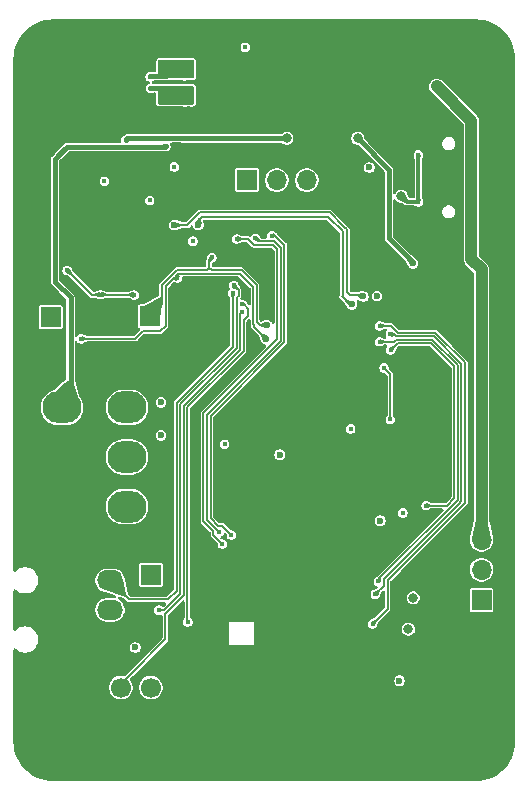
<source format=gbr>
%TF.GenerationSoftware,KiCad,Pcbnew,9.0.1*%
%TF.CreationDate,2025-04-23T16:25:48+03:00*%
%TF.ProjectId,Ricardo-Hermes,52696361-7264-46f2-9d48-65726d65732e,rev?*%
%TF.SameCoordinates,Original*%
%TF.FileFunction,Copper,L4,Bot*%
%TF.FilePolarity,Positive*%
%FSLAX46Y46*%
G04 Gerber Fmt 4.6, Leading zero omitted, Abs format (unit mm)*
G04 Created by KiCad (PCBNEW 9.0.1) date 2025-04-23 16:25:48*
%MOMM*%
%LPD*%
G01*
G04 APERTURE LIST*
G04 Aperture macros list*
%AMRoundRect*
0 Rectangle with rounded corners*
0 $1 Rounding radius*
0 $2 $3 $4 $5 $6 $7 $8 $9 X,Y pos of 4 corners*
0 Add a 4 corners polygon primitive as box body*
4,1,4,$2,$3,$4,$5,$6,$7,$8,$9,$2,$3,0*
0 Add four circle primitives for the rounded corners*
1,1,$1+$1,$2,$3*
1,1,$1+$1,$4,$5*
1,1,$1+$1,$6,$7*
1,1,$1+$1,$8,$9*
0 Add four rect primitives between the rounded corners*
20,1,$1+$1,$2,$3,$4,$5,0*
20,1,$1+$1,$4,$5,$6,$7,0*
20,1,$1+$1,$6,$7,$8,$9,0*
20,1,$1+$1,$8,$9,$2,$3,0*%
G04 Aperture macros list end*
%TA.AperFunction,ComponentPad*%
%ADD10RoundRect,0.250001X1.399999X-1.099999X1.399999X1.099999X-1.399999X1.099999X-1.399999X-1.099999X0*%
%TD*%
%TA.AperFunction,ComponentPad*%
%ADD11O,3.300000X2.700000*%
%TD*%
%TA.AperFunction,ComponentPad*%
%ADD12R,1.700000X1.700000*%
%TD*%
%TA.AperFunction,ComponentPad*%
%ADD13O,1.700000X1.700000*%
%TD*%
%TA.AperFunction,ComponentPad*%
%ADD14O,2.000000X0.900000*%
%TD*%
%TA.AperFunction,ComponentPad*%
%ADD15O,1.700000X0.900000*%
%TD*%
%TA.AperFunction,SMDPad,CuDef*%
%ADD16R,2.420000X5.080000*%
%TD*%
%TA.AperFunction,SMDPad,CuDef*%
%ADD17R,0.460000X0.950000*%
%TD*%
%TA.AperFunction,ComponentPad*%
%ADD18C,0.970000*%
%TD*%
%TA.AperFunction,ComponentPad*%
%ADD19C,1.700000*%
%TD*%
%TA.AperFunction,ComponentPad*%
%ADD20C,5.600000*%
%TD*%
%TA.AperFunction,ComponentPad*%
%ADD21RoundRect,0.250000X0.850000X0.600000X-0.850000X0.600000X-0.850000X-0.600000X0.850000X-0.600000X0*%
%TD*%
%TA.AperFunction,ComponentPad*%
%ADD22O,2.200000X1.700000*%
%TD*%
%TA.AperFunction,ViaPad*%
%ADD23C,0.600000*%
%TD*%
%TA.AperFunction,ViaPad*%
%ADD24C,0.800000*%
%TD*%
%TA.AperFunction,ViaPad*%
%ADD25C,0.450000*%
%TD*%
%TA.AperFunction,Conductor*%
%ADD26C,0.400000*%
%TD*%
%TA.AperFunction,Conductor*%
%ADD27C,0.250000*%
%TD*%
%TA.AperFunction,Conductor*%
%ADD28C,0.150000*%
%TD*%
%TA.AperFunction,Conductor*%
%ADD29C,0.200000*%
%TD*%
%TA.AperFunction,Conductor*%
%ADD30C,0.300000*%
%TD*%
%TA.AperFunction,Conductor*%
%ADD31C,1.000000*%
%TD*%
G04 APERTURE END LIST*
D10*
%TO.P,J1,1,Pin_1*%
%TO.N,GND*%
X122568000Y-112697000D03*
D11*
%TO.P,J1,2,Pin_2*%
X122568000Y-108497000D03*
%TO.P,J1,3,Pin_3*%
%TO.N,RBUS_uC_V*%
X122568000Y-104297000D03*
%TO.P,J1,4,Pin_4*%
%TO.N,+16.8V*%
X128068000Y-112697000D03*
%TO.P,J1,5,Pin_5*%
%TO.N,/CAN+*%
X128068000Y-108497000D03*
%TO.P,J1,6,Pin_6*%
%TO.N,/CAN-*%
X128068000Y-104297000D03*
%TD*%
D12*
%TO.P,POWER_UART1,1,Pin_1*%
%TO.N,+3V3*%
X130095800Y-118504600D03*
%TD*%
%TO.P,J4,1,Pin_1*%
%TO.N,Net-(J4-Pin_1)*%
X138223800Y-85052800D03*
D13*
%TO.P,J4,2,Pin_2*%
%TO.N,Net-(J4-Pin_2)*%
X140763800Y-85052800D03*
%TO.P,J4,3,Pin_3*%
X143303800Y-85052800D03*
%TD*%
D14*
%TO.P,J2,S1,SHIELD*%
%TO.N,GND*%
X154824400Y-89169600D03*
D15*
X158994400Y-89169600D03*
D14*
X154824400Y-80529600D03*
D15*
X158994400Y-80529600D03*
%TD*%
D16*
%TO.P,ANT_SMA1,2,Ext*%
%TO.N,GND*%
X141434400Y-133208400D03*
X150194400Y-133208400D03*
D17*
X141434400Y-130218400D03*
X150194400Y-130218400D03*
D18*
X141434400Y-129768400D03*
X150194400Y-129768400D03*
%TD*%
D12*
%TO.P,UART2,1,Pin_1*%
%TO.N,GND*%
X125015800Y-128029600D03*
D19*
%TO.P,UART2,2,Pin_2*%
%TO.N,/RXD_ESP*%
X127555800Y-128029600D03*
%TO.P,UART2,3,Pin_3*%
%TO.N,/TXD_ESP*%
X130095800Y-128029600D03*
%TD*%
D20*
%TO.P,H3,1,1*%
%TO.N,GND*%
X121705000Y-132590000D03*
%TD*%
D12*
%TO.P,J3,1,Pin_1*%
%TO.N,Net-(J3-Pin_1)*%
X158086600Y-120597800D03*
D13*
%TO.P,J3,2,Pin_2*%
X158086600Y-118057800D03*
%TO.P,J3,3,Pin_3*%
%TO.N,Net-(J3-Pin_3)*%
X158086600Y-115517800D03*
%TD*%
D21*
%TO.P,UART1,1,Pin_1*%
%TO.N,GND*%
X126633200Y-123951000D03*
D22*
%TO.P,UART1,2,Pin_2*%
%TO.N,/TXD*%
X126633200Y-121451000D03*
%TO.P,UART1,3,Pin_3*%
%TO.N,/RXD*%
X126633200Y-118951000D03*
%TD*%
D20*
%TO.P,H1,1,1*%
%TO.N,GND*%
X121705000Y-74589600D03*
%TD*%
%TO.P,H4,1,1*%
%TO.N,GND*%
X157705400Y-132590000D03*
%TD*%
D12*
%TO.P,ENJUMPER1,1,Pin_1*%
%TO.N,/CHIP_PU*%
X121612200Y-96635200D03*
D13*
%TO.P,ENJUMPER1,2,Pin_2*%
%TO.N,GND*%
X121612200Y-99175200D03*
%TD*%
D12*
%TO.P,BOOTJUMPER1,1,Pin_1*%
%TO.N,/BOOT*%
X129994200Y-96584400D03*
D13*
%TO.P,BOOTJUMPER1,2,Pin_2*%
%TO.N,GND*%
X129994200Y-99124400D03*
%TD*%
D20*
%TO.P,H2,1,1*%
%TO.N,GND*%
X157705400Y-74589600D03*
%TD*%
D23*
%TO.N,GND*%
X146910600Y-124880000D03*
D24*
X119505000Y-110631026D03*
X135760000Y-134790000D03*
D25*
X132331000Y-99734000D03*
D23*
X127219200Y-78254200D03*
D25*
X125828600Y-100343600D03*
D23*
X139392200Y-121527200D03*
D24*
X148333000Y-77255000D03*
D23*
X144048800Y-133640000D03*
D24*
X153540000Y-134790000D03*
D25*
X132712000Y-94146000D03*
D23*
X145234200Y-117869600D03*
D24*
X144904000Y-93638000D03*
X154419999Y-119306001D03*
D25*
X136369600Y-105118800D03*
X133220000Y-99734000D03*
D24*
X126571500Y-72055800D03*
D25*
X137487200Y-104077400D03*
D24*
X126514400Y-90082000D03*
D23*
X136090200Y-121730400D03*
D24*
X157705000Y-72389600D03*
X159905400Y-114622740D03*
X159905400Y-94664170D03*
X119504000Y-126378600D03*
D23*
X147658800Y-135160000D03*
D25*
X152651000Y-106973000D03*
D23*
X136090200Y-124168800D03*
D24*
X119504000Y-117006000D03*
X159905400Y-90672456D03*
D23*
X146566999Y-122991200D03*
D25*
X153413000Y-107608000D03*
D23*
X141779800Y-124524400D03*
X147418600Y-116142400D03*
D25*
X154556000Y-109894000D03*
D24*
X150365000Y-92622000D03*
D23*
X146566999Y-121841200D03*
D24*
X159261035Y-73033965D03*
X153256500Y-72055800D03*
D23*
X147418600Y-114516800D03*
X145234200Y-118834800D03*
D24*
X146859800Y-77229600D03*
D23*
X146910600Y-128893200D03*
X147658800Y-131360000D03*
X147658800Y-134400000D03*
D24*
X119504000Y-121527200D03*
D23*
X140154200Y-124524400D03*
X146910600Y-127267600D03*
X137969800Y-125946800D03*
D24*
X120149365Y-73033965D03*
X159905400Y-78697314D03*
D25*
X134490000Y-93638000D03*
D24*
X155445000Y-95670000D03*
D25*
X138884200Y-92012400D03*
D24*
X159905400Y-98655884D03*
D25*
X135379000Y-93638000D03*
D24*
X121705000Y-72389600D03*
D23*
X144048800Y-131360000D03*
D24*
X148383800Y-74562600D03*
D25*
X146820600Y-111575000D03*
D24*
X119505000Y-94664170D03*
D23*
X137207800Y-120866800D03*
D25*
X132331000Y-96813000D03*
D23*
X145234200Y-115888400D03*
D25*
X154556000Y-109005000D03*
D24*
X119505000Y-132590000D03*
D25*
X153159000Y-111291000D03*
D23*
X144048800Y-132120000D03*
X144726200Y-128080400D03*
X147418600Y-116955200D03*
X138782600Y-125946800D03*
D24*
X144650000Y-79795000D03*
X119505000Y-98655884D03*
D23*
X146910600Y-128080400D03*
D24*
X119505000Y-113932600D03*
D25*
X144167400Y-124473600D03*
X144827800Y-124829200D03*
D23*
X147418600Y-115329600D03*
X140967000Y-122340000D03*
D24*
X135467500Y-72074200D03*
X150961599Y-121541201D03*
X146936000Y-74588000D03*
D23*
X146910600Y-129706000D03*
X136293400Y-125845200D03*
X136090200Y-123356000D03*
X136090200Y-122543200D03*
D25*
X153921000Y-110656000D03*
D23*
X138833400Y-120917600D03*
X144726200Y-127267600D03*
D24*
X159905400Y-102647598D03*
D25*
X134896400Y-103315400D03*
D23*
X140967000Y-124524400D03*
X147658800Y-133640000D03*
D24*
X139507777Y-78679386D03*
X139915000Y-72074200D03*
D23*
X146910600Y-125642000D03*
D25*
X152651000Y-109411400D03*
D23*
X144726200Y-128893200D03*
X144726200Y-126454800D03*
X144726200Y-129706000D03*
D25*
X150111000Y-106846000D03*
X152524000Y-111926000D03*
D23*
X144048800Y-132880000D03*
D24*
X139519000Y-77423000D03*
D25*
X135937800Y-94501600D03*
D24*
X159905400Y-106639312D03*
X144904000Y-98337000D03*
X136141000Y-110402000D03*
D25*
X144472200Y-120206400D03*
D24*
X133220000Y-134790000D03*
X150253800Y-134820000D03*
X131019000Y-72055800D03*
D25*
X133118400Y-97854400D03*
D23*
X141779800Y-122340000D03*
D24*
X120149365Y-134145635D03*
D23*
X147658800Y-132120000D03*
D25*
X145357200Y-110101800D03*
X136064800Y-95238200D03*
X139417600Y-101893000D03*
X133905800Y-105195000D03*
D24*
X119505000Y-90672456D03*
X119505000Y-78697314D03*
X159905400Y-82689028D03*
X136559000Y-78613000D03*
D23*
X139392200Y-125337200D03*
D24*
X119505000Y-128597882D03*
X159905400Y-128597882D03*
X130680000Y-134790000D03*
X141358800Y-134820000D03*
X119505000Y-82689028D03*
D23*
X147658800Y-132880000D03*
D24*
X159905400Y-125515000D03*
X159905400Y-118614454D03*
X159905400Y-132590000D03*
D23*
X139392200Y-122340000D03*
D24*
X119505000Y-86680742D03*
D23*
X142592600Y-122340000D03*
D25*
X132331000Y-94908000D03*
X133474000Y-93638000D03*
D24*
X159905400Y-122606168D03*
D25*
X153463800Y-109487600D03*
X154048000Y-108243000D03*
D23*
X139392200Y-124524400D03*
D24*
X148809000Y-72075800D03*
X121705000Y-134790000D03*
D23*
X144167400Y-130417200D03*
D25*
X134109000Y-99734000D03*
X132331000Y-97702000D03*
D23*
X136090200Y-124981600D03*
D25*
X151889000Y-106465000D03*
X153133600Y-108827200D03*
D24*
X159905400Y-86680742D03*
D25*
X128005200Y-80916200D03*
D24*
X159905400Y-74589600D03*
D23*
X143405400Y-124524400D03*
D25*
X151000000Y-106592000D03*
D24*
X119505000Y-106639312D03*
D25*
X133143800Y-97041600D03*
D23*
X143405400Y-122340000D03*
D25*
X132331000Y-98718000D03*
D24*
X157705000Y-134790000D03*
X159261035Y-134145635D03*
X140001800Y-93536400D03*
D23*
X145234200Y-114923200D03*
D24*
X152510999Y-125889201D03*
D23*
X147520200Y-130468000D03*
D25*
X136141000Y-95949400D03*
X133321600Y-98591000D03*
D23*
X138020600Y-120866800D03*
D24*
X138300000Y-134790000D03*
D23*
X137157000Y-125946800D03*
D25*
X151372200Y-84099000D03*
D23*
X136395000Y-120968400D03*
X147418600Y-113704000D03*
X144048800Y-135160000D03*
D24*
X119505000Y-102647598D03*
D23*
X142592600Y-124524400D03*
D25*
X134998000Y-99734000D03*
X153032000Y-110046400D03*
D23*
X148307600Y-120358800D03*
D25*
X148587000Y-107862000D03*
D24*
X125600000Y-134790000D03*
X143380000Y-89955000D03*
D23*
X144218200Y-122340000D03*
D25*
X135887000Y-99480000D03*
D24*
X159905400Y-110631026D03*
D25*
X132331000Y-95924000D03*
D24*
X144650000Y-104941000D03*
D23*
X140154200Y-122340000D03*
X144048800Y-134400000D03*
D25*
X136572800Y-98667200D03*
D23*
X140970000Y-74295000D03*
D25*
X145320600Y-111575000D03*
D23*
X146910600Y-126454800D03*
D24*
X119505000Y-74589600D03*
X144361500Y-72075800D03*
D23*
X144726200Y-125642000D03*
D24*
X133855000Y-110402000D03*
X141856000Y-105068000D03*
X128140000Y-134790000D03*
D25*
X136268000Y-93638000D03*
X149349000Y-107227000D03*
D24*
X143380000Y-108624000D03*
X136586777Y-77409386D03*
D25*
%TO.N,+3V3*%
X126158800Y-85154400D03*
D23*
X130959400Y-103874200D03*
X128775000Y-124626000D03*
D25*
X133651800Y-90234400D03*
D23*
X149222000Y-94859800D03*
X130959400Y-106668200D03*
X148587000Y-83986000D03*
D25*
X129994200Y-86780000D03*
X132077000Y-83935200D03*
D23*
%TO.N,VBUS*%
X152295000Y-92110000D03*
D24*
X141602000Y-81522200D03*
D25*
X127955033Y-81674116D03*
X133093000Y-81522200D03*
D24*
X147597200Y-81522200D03*
D25*
%TO.N,RBUS_uC_V*%
X122526600Y-82716000D03*
X131365800Y-82208000D03*
%TO.N,/Power/LX1*%
X132945444Y-77286610D03*
X130935938Y-77791523D03*
X132966936Y-78440239D03*
X130095478Y-77279386D03*
X133523158Y-78439650D03*
%TO.N,/Power/LX2*%
X130030200Y-76301200D03*
X130910200Y-75726200D03*
X133523178Y-75081023D03*
X132930200Y-75081023D03*
X132930200Y-76227413D03*
%TO.N,+VDC*%
X138085377Y-73813000D03*
%TO.N,/BOOT*%
X135252000Y-91606000D03*
D23*
X139925600Y-97321000D03*
D25*
%TO.N,/CHIP_PU*%
X124203000Y-98489400D03*
X132339932Y-93342132D03*
D23*
X139859999Y-98515744D03*
D25*
%TO.N,Net-(JP1-B)*%
X123009200Y-92698200D03*
X128673400Y-94781000D03*
X125828600Y-94755600D03*
%TO.N,CRX*%
X136903000Y-115101000D03*
X140313200Y-89751800D03*
%TO.N,CSD*%
X138947700Y-89967700D03*
X135887000Y-114847000D03*
D24*
%TO.N,VAA*%
X152307799Y-120428201D03*
D23*
X151139399Y-127438601D03*
D24*
X151901399Y-123069801D03*
D23*
X140988400Y-108298400D03*
X149522800Y-113886400D03*
D25*
%TO.N,ANT_SEL*%
X136141000Y-115863000D03*
X137372900Y-90043900D03*
%TO.N,CPS*%
X148861599Y-122641201D03*
X149450600Y-97397200D03*
%TO.N,CHL*%
X149450600Y-98737403D03*
X149349000Y-119038000D03*
%TO.N,CTX*%
X149095000Y-120123401D03*
X150365000Y-98108400D03*
D23*
%TO.N,/CAN_RX*%
X147113800Y-95568400D03*
X134109000Y-88862800D03*
%TO.N,/CAN_TX*%
X132077000Y-88862800D03*
X148079000Y-94908000D03*
D25*
%TO.N,SX_BUSY*%
X150365000Y-105322000D03*
X149831600Y-100953200D03*
%TO.N,Net-(U1-U0TXD{slash}PROG{slash}GPIO43)*%
X133220000Y-122467000D03*
X137842800Y-95574397D03*
%TO.N,RF_RST*%
X150390400Y-99441900D03*
X153383600Y-112616400D03*
%TO.N,/RXD*%
X137030000Y-94628600D03*
%TO.N,/RXD_ESP*%
X137842800Y-96203400D03*
%TO.N,+5V*%
X152744400Y-82899600D03*
X152744400Y-86899600D03*
D24*
X151296000Y-86435800D03*
D25*
%TO.N,VDDF*%
X147012200Y-106109400D03*
X151427800Y-113226000D03*
X136331500Y-107417500D03*
D24*
%TO.N,Net-(J3-Pin_3)*%
X154302000Y-77128000D03*
D25*
%TO.N,Net-(U1-MTDI{slash}JTAG{slash}GPIO41)*%
X130756200Y-121476400D03*
X137106200Y-93968200D03*
%TD*%
D26*
%TO.N,VBUS*%
X150238000Y-84163000D02*
X147597200Y-81522200D01*
X133093000Y-81522200D02*
X133091000Y-81520200D01*
X141602000Y-81522200D02*
X133093000Y-81522200D01*
X152295000Y-92012000D02*
X150238000Y-89955000D01*
D27*
X128177949Y-81451200D02*
X127955033Y-81674116D01*
D26*
X128108949Y-81520200D02*
X127955033Y-81674116D01*
X133091000Y-81520200D02*
X128108949Y-81520200D01*
X152295000Y-92110000D02*
X152295000Y-92012000D01*
X150238000Y-89955000D02*
X150238000Y-84163000D01*
%TO.N,RBUS_uC_V*%
X121967800Y-93663400D02*
X121967800Y-83274800D01*
X122964484Y-82278116D02*
X127378000Y-82278116D01*
X122568000Y-104297000D02*
X123288600Y-103576400D01*
X123288600Y-103576400D02*
X123288600Y-94984200D01*
X127378000Y-82278116D02*
X131295684Y-82278116D01*
X131295684Y-82278116D02*
X131365800Y-82208000D01*
X121967800Y-83274800D02*
X122526600Y-82716000D01*
X122526600Y-82716000D02*
X122964484Y-82278116D01*
X123288600Y-94984200D02*
X121967800Y-93663400D01*
D28*
%TO.N,/BOOT*%
X135226600Y-92672800D02*
X135023400Y-92469600D01*
X131040400Y-95538200D02*
X129994200Y-96584400D01*
X134820200Y-92672800D02*
X132280200Y-92672800D01*
X135023400Y-92469600D02*
X134820200Y-92672800D01*
X135252000Y-91606000D02*
X135023400Y-91834600D01*
X139290600Y-97321000D02*
X139062000Y-97092400D01*
X139062000Y-97092400D02*
X139062000Y-93968200D01*
X139925600Y-97321000D02*
X139290600Y-97321000D01*
X132280200Y-92672800D02*
X131040400Y-93912600D01*
X139062000Y-93968200D02*
X137766600Y-92672800D01*
X135023400Y-91834600D02*
X135023400Y-92469600D01*
X137766600Y-92672800D02*
X135226600Y-92672800D01*
X131040400Y-93912600D02*
X131040400Y-95538200D01*
%TO.N,/CHIP_PU*%
X138808000Y-97264078D02*
X138761000Y-97217078D01*
X132401078Y-92977600D02*
X132339932Y-93038746D01*
X138761000Y-97217078D02*
X138761000Y-94092878D01*
X129410000Y-97854400D02*
X130874200Y-97854400D01*
X139859999Y-98515744D02*
X138808000Y-97463745D01*
X124203000Y-98489400D02*
X128775000Y-98489400D01*
X131340400Y-97388200D02*
X131340400Y-94036864D01*
X132339932Y-93038746D02*
X132339932Y-93342132D01*
X138761000Y-94092878D02*
X137645722Y-92977600D01*
X128775000Y-98489400D02*
X129410000Y-97854400D01*
X137645722Y-92977600D02*
X132401078Y-92977600D01*
X132035132Y-93342132D02*
X132339932Y-93342132D01*
X138808000Y-97463745D02*
X138808000Y-97264078D01*
X131340400Y-94036864D02*
X132035132Y-93342132D01*
X130874200Y-97854400D02*
X131340400Y-97388200D01*
D29*
%TO.N,Net-(JP1-B)*%
X128648000Y-94755600D02*
X125828600Y-94755600D01*
X128673400Y-94781000D02*
X128648000Y-94755600D01*
X123009200Y-92698200D02*
X125066600Y-94755600D01*
X125066600Y-94755600D02*
X125828600Y-94755600D01*
D28*
%TO.N,CRX*%
X141398800Y-90672322D02*
X141398800Y-90539200D01*
X135146600Y-113680922D02*
X135146600Y-105032742D01*
X141399800Y-90673322D02*
X141398800Y-90672322D01*
X135782339Y-114316661D02*
X135146600Y-113680922D01*
X141399800Y-98779542D02*
X141399800Y-90673322D01*
X136118661Y-114316661D02*
X135782339Y-114316661D01*
X141398800Y-90539200D02*
X140611400Y-89751800D01*
X135146600Y-105032742D02*
X141399800Y-98779542D01*
X136903000Y-115101000D02*
X136118661Y-114316661D01*
X140611400Y-89751800D02*
X140313200Y-89751800D01*
%TO.N,CSD*%
X141098800Y-98654864D02*
X141098800Y-90798000D01*
X141098800Y-90798000D02*
X140531600Y-90230800D01*
X140531600Y-90230800D02*
X139287000Y-90230800D01*
X139287000Y-90230800D02*
X139023900Y-89967700D01*
X139023900Y-89967700D02*
X138947700Y-89967700D01*
X134845600Y-113805600D02*
X134845600Y-104908064D01*
X134845600Y-104908064D02*
X141098800Y-98654864D01*
X135887000Y-114847000D02*
X134845600Y-113805600D01*
%TO.N,ANT_SEL*%
X135379000Y-115101000D02*
X135379000Y-114764678D01*
X138312700Y-90043900D02*
X137372900Y-90043900D01*
X140797800Y-98530186D02*
X140797800Y-90928800D01*
X140433600Y-90564600D02*
X138833400Y-90564600D01*
X138833400Y-90564600D02*
X138312700Y-90043900D01*
X140797800Y-90928800D02*
X140433600Y-90564600D01*
X134544600Y-104783386D02*
X140797800Y-98530186D01*
X136141000Y-115863000D02*
X135379000Y-115101000D01*
X134544600Y-113930278D02*
X134544600Y-104783386D01*
X135379000Y-114764678D02*
X134544600Y-113930278D01*
%TO.N,CPS*%
X156682000Y-100463000D02*
X156682000Y-112378556D01*
X150130000Y-118936678D02*
X150130000Y-121355800D01*
X150435078Y-97397200D02*
X150997678Y-97959800D01*
X156588000Y-112478678D02*
X150130000Y-118936678D01*
X148861599Y-122641201D02*
X148861599Y-122573401D01*
X150130000Y-121355800D02*
X148861599Y-122624201D01*
X150997678Y-97959800D02*
X154178800Y-97959800D01*
X156682000Y-112378556D02*
X156588000Y-112472556D01*
X156588000Y-112472556D02*
X156588000Y-112478678D01*
X148861599Y-122624201D02*
X148861599Y-122641201D01*
X154178800Y-97959800D02*
X156682000Y-100463000D01*
X149450600Y-97397200D02*
X150435078Y-97397200D01*
%TO.N,CHL*%
X149349000Y-118860200D02*
X149349000Y-119038000D01*
X156080000Y-100712356D02*
X156080000Y-112129200D01*
X153933244Y-98565600D02*
X156080000Y-100712356D01*
X150873000Y-98565600D02*
X153933244Y-98565600D01*
X156080000Y-112129200D02*
X149349000Y-118860200D01*
X150701197Y-98737403D02*
X150873000Y-98565600D01*
X149450600Y-98737403D02*
X150701197Y-98737403D01*
%TO.N,CTX*%
X150873000Y-98260800D02*
X151122356Y-98260800D01*
X156257800Y-112377078D02*
X156257800Y-112383200D01*
X156287000Y-112347878D02*
X156257800Y-112377078D01*
X156381000Y-112253878D02*
X156287000Y-112347878D01*
X151122356Y-98260800D02*
X154054122Y-98260800D01*
X150720600Y-98108400D02*
X150873000Y-98260800D01*
X149829000Y-119389401D02*
X149095000Y-120123401D01*
X156381000Y-104750450D02*
X156381000Y-112253878D01*
X156381000Y-100587678D02*
X156381000Y-104750450D01*
X150365000Y-98108400D02*
X150720600Y-98108400D01*
X156257800Y-112383200D02*
X150005322Y-118635678D01*
X149829000Y-119061356D02*
X149829000Y-119389401D01*
X154054122Y-98260800D02*
X156381000Y-100587678D01*
X149829000Y-118812000D02*
X149829000Y-119061356D01*
X150005322Y-118635678D02*
X149829000Y-118812000D01*
D29*
%TO.N,/CAN_RX*%
X145089226Y-88146000D02*
X134394000Y-88146000D01*
X147113800Y-95568400D02*
X146961400Y-95568400D01*
X146322400Y-94886600D02*
X146322400Y-89379174D01*
X134394000Y-88146000D02*
X134109000Y-88431000D01*
X146961400Y-95568400D02*
X146301000Y-94908000D01*
X146301000Y-94908000D02*
X146322400Y-94886600D01*
X134109000Y-88431000D02*
X134109000Y-88862800D01*
X146322400Y-89379174D02*
X145089226Y-88146000D01*
%TO.N,/CAN_TX*%
X134236000Y-87796000D02*
X133169200Y-88862800D01*
X146936000Y-94781000D02*
X146672400Y-94517400D01*
X146467375Y-89029174D02*
X145234200Y-87796000D01*
X145234200Y-87796000D02*
X134236000Y-87796000D01*
X146672400Y-94517400D02*
X146672400Y-89234199D01*
X147952000Y-94781000D02*
X146936000Y-94781000D01*
X148079000Y-94908000D02*
X147952000Y-94781000D01*
X146672400Y-89234199D02*
X146467375Y-89029174D01*
X133169200Y-88862800D02*
X132077000Y-88862800D01*
D28*
%TO.N,SX_BUSY*%
X150365000Y-101486600D02*
X150365000Y-105322000D01*
X149831600Y-100953200D02*
X150365000Y-101486600D01*
%TO.N,Net-(U1-U0TXD{slash}PROG{slash}GPIO43)*%
X137958400Y-99523834D02*
X137958400Y-96889200D01*
X138325400Y-95949400D02*
X137950397Y-95574397D01*
X137958400Y-96889200D02*
X138325400Y-96522200D01*
X133220000Y-122467000D02*
X133183200Y-122430200D01*
X133183200Y-122430200D02*
X133183200Y-104299034D01*
X133183200Y-104299034D02*
X137958400Y-99523834D01*
X137950397Y-95574397D02*
X137842800Y-95574397D01*
X138325400Y-96522200D02*
X138325400Y-95949400D01*
%TO.N,RF_RST*%
X153808566Y-98866600D02*
X155779000Y-100837034D01*
X155779000Y-100837034D02*
X155779000Y-104999806D01*
X151000000Y-98866600D02*
X153808566Y-98866600D01*
X155167122Y-112616400D02*
X153383600Y-112616400D01*
X155779000Y-104999806D02*
X155779000Y-112004522D01*
X155779000Y-112004522D02*
X155167122Y-112616400D01*
X150424700Y-99441900D02*
X151000000Y-98866600D01*
X150390400Y-99441900D02*
X150424700Y-99441900D01*
%TO.N,/TXD*%
X126633200Y-121451000D02*
X126811000Y-121628800D01*
%TO.N,/RXD*%
X126633200Y-118953600D02*
X126633200Y-118951000D01*
X128244200Y-120562000D02*
X131543600Y-120562000D01*
X126633200Y-118951000D02*
X128244200Y-120562000D01*
X132280200Y-103925000D02*
X137055400Y-99149800D01*
X132280200Y-119825400D02*
X132280200Y-103925000D01*
X137055400Y-94654000D02*
X137030000Y-94628600D01*
X137055400Y-99149800D02*
X137055400Y-94654000D01*
X131543600Y-120562000D02*
X132280200Y-119825400D01*
%TO.N,/RXD_ESP*%
X137842800Y-96203400D02*
X137657400Y-96388800D01*
X127555800Y-127699400D02*
X127555800Y-128029600D01*
X131315000Y-123940200D02*
X128305100Y-126950100D01*
X137657400Y-99399156D02*
X132882200Y-104174356D01*
X132882200Y-120214000D02*
X131315000Y-121781200D01*
X131315000Y-121781200D02*
X131315000Y-123940200D01*
X128305100Y-126950100D02*
X127555800Y-127699400D01*
X132882200Y-104174356D02*
X132882200Y-120214000D01*
X137657400Y-96388800D02*
X137657400Y-99399156D01*
D30*
%TO.N,+5V*%
X151296000Y-86435800D02*
X151759800Y-86899600D01*
X152744400Y-86899600D02*
X152744400Y-82899600D01*
X151759800Y-86899600D02*
X152744400Y-86899600D01*
D31*
%TO.N,Net-(J3-Pin_3)*%
X158086600Y-92596600D02*
X157223000Y-91733000D01*
X157223000Y-80049000D02*
X154302000Y-77128000D01*
X158086600Y-115517800D02*
X158086600Y-92596600D01*
X157223000Y-91733000D02*
X157223000Y-80049000D01*
D28*
%TO.N,Net-(U1-MTDI{slash}JTAG{slash}GPIO41)*%
X137356400Y-99274478D02*
X137356400Y-94990683D01*
X132581200Y-120083200D02*
X131188000Y-121476400D01*
X132581200Y-104049678D02*
X137356400Y-99274478D01*
X132581200Y-120057800D02*
X132581200Y-104049678D01*
X137113253Y-93968200D02*
X137106200Y-93968200D01*
X137356400Y-94990683D02*
X137512600Y-94834483D01*
X132581200Y-120057800D02*
X132581200Y-120083200D01*
X137512600Y-94367547D02*
X137113253Y-93968200D01*
X137512600Y-94834483D02*
X137512600Y-94367547D01*
X131188000Y-121476400D02*
X130756200Y-121476400D01*
%TD*%
%TA.AperFunction,Conductor*%
%TO.N,GND*%
G36*
X157608243Y-71442869D02*
G01*
X157948213Y-71460687D01*
X157961121Y-71462044D01*
X158294151Y-71514790D01*
X158306834Y-71517485D01*
X158632546Y-71604760D01*
X158644878Y-71608767D01*
X158959680Y-71729609D01*
X158971516Y-71734878D01*
X159271977Y-71887970D01*
X159283191Y-71894446D01*
X159565982Y-72078092D01*
X159576483Y-72085721D01*
X159838529Y-72297922D01*
X159848174Y-72306607D01*
X160086592Y-72545025D01*
X160095277Y-72554670D01*
X160307478Y-72816716D01*
X160315107Y-72827217D01*
X160498750Y-73110002D01*
X160505232Y-73121229D01*
X160651604Y-73408500D01*
X160658316Y-73421673D01*
X160663595Y-73433530D01*
X160784430Y-73748315D01*
X160788441Y-73760659D01*
X160875712Y-74086359D01*
X160878410Y-74099055D01*
X160931156Y-74432078D01*
X160932513Y-74444987D01*
X160950328Y-74784951D01*
X160950498Y-74791440D01*
X160950316Y-130537592D01*
X160950316Y-132584968D01*
X160950146Y-132591458D01*
X160932327Y-132931426D01*
X160930970Y-132944334D01*
X160878223Y-133277358D01*
X160875525Y-133290054D01*
X160788253Y-133615754D01*
X160784242Y-133628098D01*
X160663407Y-133942882D01*
X160658128Y-133954739D01*
X160505047Y-134255176D01*
X160498557Y-134266416D01*
X160314919Y-134549193D01*
X160307290Y-134559694D01*
X160095088Y-134821741D01*
X160086403Y-134831386D01*
X159847986Y-135069803D01*
X159838341Y-135078488D01*
X159576294Y-135290690D01*
X159565793Y-135298319D01*
X159283016Y-135481957D01*
X159271776Y-135488447D01*
X158971339Y-135641528D01*
X158959482Y-135646807D01*
X158644698Y-135767642D01*
X158632354Y-135771653D01*
X158306654Y-135858925D01*
X158293958Y-135861623D01*
X157960934Y-135914370D01*
X157948026Y-135915727D01*
X157608059Y-135933546D01*
X157601569Y-135933716D01*
X121808231Y-135933716D01*
X121801741Y-135933546D01*
X121461773Y-135915727D01*
X121448865Y-135914370D01*
X121115841Y-135861623D01*
X121103145Y-135858925D01*
X120777445Y-135771653D01*
X120765101Y-135767642D01*
X120450317Y-135646807D01*
X120438460Y-135641528D01*
X120138017Y-135488443D01*
X120126790Y-135481961D01*
X119844006Y-135298319D01*
X119833505Y-135290690D01*
X119571458Y-135078488D01*
X119561813Y-135069803D01*
X119323396Y-134831386D01*
X119314711Y-134821741D01*
X119102509Y-134559694D01*
X119094880Y-134549193D01*
X118911235Y-134266404D01*
X118904759Y-134255188D01*
X118751666Y-133954728D01*
X118746397Y-133942893D01*
X118625555Y-133628092D01*
X118621546Y-133615754D01*
X118534274Y-133290054D01*
X118531577Y-133277368D01*
X118478825Y-132944315D01*
X118477472Y-132931443D01*
X118459654Y-132591476D01*
X118459484Y-132584986D01*
X118459484Y-130632755D01*
X118459510Y-127067547D01*
X118459527Y-124818685D01*
X118479212Y-124751647D01*
X118532016Y-124705892D01*
X118601175Y-124695949D01*
X118664730Y-124724975D01*
X118671208Y-124731006D01*
X118733667Y-124793465D01*
X118874316Y-124895653D01*
X119029219Y-124974580D01*
X119029221Y-124974581D01*
X119194558Y-125028302D01*
X119194559Y-125028302D01*
X119194562Y-125028303D01*
X119366274Y-125055500D01*
X119366275Y-125055500D01*
X119540125Y-125055500D01*
X119540126Y-125055500D01*
X119711838Y-125028303D01*
X119711841Y-125028302D01*
X119711842Y-125028302D01*
X119877178Y-124974581D01*
X119877178Y-124974580D01*
X119877181Y-124974580D01*
X120032084Y-124895653D01*
X120172733Y-124793465D01*
X120295665Y-124670533D01*
X120371111Y-124566691D01*
X128324500Y-124566691D01*
X128324500Y-124685309D01*
X128355201Y-124799886D01*
X128414511Y-124902613D01*
X128498387Y-124986489D01*
X128601114Y-125045799D01*
X128715691Y-125076500D01*
X128715694Y-125076500D01*
X128834306Y-125076500D01*
X128834309Y-125076500D01*
X128948886Y-125045799D01*
X129051613Y-124986489D01*
X129135489Y-124902613D01*
X129194799Y-124799886D01*
X129225500Y-124685309D01*
X129225500Y-124566691D01*
X129194799Y-124452114D01*
X129135489Y-124349387D01*
X129051613Y-124265511D01*
X128948886Y-124206201D01*
X128834309Y-124175500D01*
X128715691Y-124175500D01*
X128601114Y-124206201D01*
X128601112Y-124206201D01*
X128601112Y-124206202D01*
X128498387Y-124265511D01*
X128498384Y-124265513D01*
X128414513Y-124349384D01*
X128414511Y-124349387D01*
X128355201Y-124452114D01*
X128324500Y-124566691D01*
X120371111Y-124566691D01*
X120397853Y-124529884D01*
X120476780Y-124374981D01*
X120530503Y-124209638D01*
X120557700Y-124037926D01*
X120557700Y-123864074D01*
X120530503Y-123692362D01*
X120530502Y-123692358D01*
X120530502Y-123692357D01*
X120476781Y-123527021D01*
X120397852Y-123372115D01*
X120295665Y-123231467D01*
X120172733Y-123108535D01*
X120032084Y-123006347D01*
X120014379Y-122997326D01*
X119877178Y-122927418D01*
X119711841Y-122873697D01*
X119583054Y-122853299D01*
X119540126Y-122846500D01*
X119366274Y-122846500D01*
X119309036Y-122855565D01*
X119194560Y-122873697D01*
X119194557Y-122873697D01*
X119029221Y-122927418D01*
X118874315Y-123006347D01*
X118733668Y-123108534D01*
X118671220Y-123170982D01*
X118609896Y-123204466D01*
X118540205Y-123199481D01*
X118484271Y-123157610D01*
X118459855Y-123092145D01*
X118459539Y-123083323D01*
X118459564Y-119818722D01*
X118479249Y-119751684D01*
X118532053Y-119705929D01*
X118601212Y-119695986D01*
X118664767Y-119725012D01*
X118671245Y-119731043D01*
X118733667Y-119793465D01*
X118874316Y-119895653D01*
X118945979Y-119932167D01*
X119029221Y-119974581D01*
X119194558Y-120028302D01*
X119194559Y-120028302D01*
X119194562Y-120028303D01*
X119366274Y-120055500D01*
X119366275Y-120055500D01*
X119540125Y-120055500D01*
X119540126Y-120055500D01*
X119711838Y-120028303D01*
X119711841Y-120028302D01*
X119711842Y-120028302D01*
X119877178Y-119974581D01*
X119877178Y-119974580D01*
X119877181Y-119974580D01*
X120032084Y-119895653D01*
X120172733Y-119793465D01*
X120295665Y-119670533D01*
X120397853Y-119529884D01*
X120476780Y-119374981D01*
X120505572Y-119286368D01*
X120530502Y-119209642D01*
X120530502Y-119209641D01*
X120530503Y-119209638D01*
X120557700Y-119037926D01*
X120557700Y-118864074D01*
X120530503Y-118692362D01*
X120530502Y-118692358D01*
X120530502Y-118692357D01*
X120476781Y-118527021D01*
X120461396Y-118496827D01*
X120397853Y-118372116D01*
X120295665Y-118231467D01*
X120172733Y-118108535D01*
X120032084Y-118006347D01*
X119877178Y-117927418D01*
X119711841Y-117873697D01*
X119583054Y-117853299D01*
X119540126Y-117846500D01*
X119366274Y-117846500D01*
X119309036Y-117855565D01*
X119194560Y-117873697D01*
X119194557Y-117873697D01*
X119029221Y-117927418D01*
X118874315Y-118006347D01*
X118733668Y-118108534D01*
X118671257Y-118170945D01*
X118609933Y-118204429D01*
X118540242Y-118199444D01*
X118484308Y-118157573D01*
X118459892Y-118092108D01*
X118459576Y-118083286D01*
X118459617Y-112578902D01*
X126267500Y-112578902D01*
X126267500Y-112815097D01*
X126304446Y-113048368D01*
X126377433Y-113272996D01*
X126433041Y-113382131D01*
X126484657Y-113483433D01*
X126623483Y-113674510D01*
X126790490Y-113841517D01*
X126981567Y-113980343D01*
X127080991Y-114031002D01*
X127192003Y-114087566D01*
X127192005Y-114087566D01*
X127192008Y-114087568D01*
X127277774Y-114115435D01*
X127416631Y-114160553D01*
X127649903Y-114197500D01*
X127649908Y-114197500D01*
X128486097Y-114197500D01*
X128719368Y-114160553D01*
X128943992Y-114087568D01*
X129154433Y-113980343D01*
X129345510Y-113841517D01*
X129512517Y-113674510D01*
X129651343Y-113483433D01*
X129758568Y-113272992D01*
X129831553Y-113048368D01*
X129831753Y-113047103D01*
X129868500Y-112815097D01*
X129868500Y-112578902D01*
X129831553Y-112345631D01*
X129758566Y-112121003D01*
X129702002Y-112009991D01*
X129651343Y-111910567D01*
X129512517Y-111719490D01*
X129345510Y-111552483D01*
X129154433Y-111413657D01*
X128943996Y-111306433D01*
X128719368Y-111233446D01*
X128486097Y-111196500D01*
X128486092Y-111196500D01*
X127649908Y-111196500D01*
X127649903Y-111196500D01*
X127416631Y-111233446D01*
X127192003Y-111306433D01*
X126981566Y-111413657D01*
X126872550Y-111492862D01*
X126790490Y-111552483D01*
X126790488Y-111552485D01*
X126790487Y-111552485D01*
X126623485Y-111719487D01*
X126623485Y-111719488D01*
X126623483Y-111719490D01*
X126563862Y-111801550D01*
X126484657Y-111910566D01*
X126377433Y-112121003D01*
X126304446Y-112345631D01*
X126267500Y-112578902D01*
X118459617Y-112578902D01*
X118459649Y-108378902D01*
X126267500Y-108378902D01*
X126267500Y-108615097D01*
X126304446Y-108848368D01*
X126377433Y-109072996D01*
X126484657Y-109283433D01*
X126623483Y-109474510D01*
X126790490Y-109641517D01*
X126981567Y-109780343D01*
X127080991Y-109831002D01*
X127192003Y-109887566D01*
X127192005Y-109887566D01*
X127192008Y-109887568D01*
X127312412Y-109926689D01*
X127416631Y-109960553D01*
X127649903Y-109997500D01*
X127649908Y-109997500D01*
X128486097Y-109997500D01*
X128719368Y-109960553D01*
X128943992Y-109887568D01*
X129154433Y-109780343D01*
X129345510Y-109641517D01*
X129512517Y-109474510D01*
X129651343Y-109283433D01*
X129758568Y-109072992D01*
X129831553Y-108848368D01*
X129852170Y-108718197D01*
X129868500Y-108615097D01*
X129868500Y-108378902D01*
X129831553Y-108145631D01*
X129791312Y-108021784D01*
X129758568Y-107921008D01*
X129758566Y-107921005D01*
X129758566Y-107921003D01*
X129666941Y-107741180D01*
X129651343Y-107710567D01*
X129512517Y-107519490D01*
X129345510Y-107352483D01*
X129154433Y-107213657D01*
X128943996Y-107106433D01*
X128719368Y-107033446D01*
X128486097Y-106996500D01*
X128486092Y-106996500D01*
X127649908Y-106996500D01*
X127649903Y-106996500D01*
X127416631Y-107033446D01*
X127192003Y-107106433D01*
X126981566Y-107213657D01*
X126915897Y-107261369D01*
X126790490Y-107352483D01*
X126790488Y-107352485D01*
X126790487Y-107352485D01*
X126623485Y-107519487D01*
X126623485Y-107519488D01*
X126623483Y-107519490D01*
X126584147Y-107573631D01*
X126484657Y-107710566D01*
X126377433Y-107921003D01*
X126304446Y-108145631D01*
X126267500Y-108378902D01*
X118459649Y-108378902D01*
X118459662Y-106608891D01*
X130508900Y-106608891D01*
X130508900Y-106727509D01*
X130539601Y-106842086D01*
X130598911Y-106944813D01*
X130682787Y-107028689D01*
X130785514Y-107087999D01*
X130900091Y-107118700D01*
X130900094Y-107118700D01*
X131018706Y-107118700D01*
X131018709Y-107118700D01*
X131133286Y-107087999D01*
X131236013Y-107028689D01*
X131319889Y-106944813D01*
X131379199Y-106842086D01*
X131409900Y-106727509D01*
X131409900Y-106608891D01*
X131379199Y-106494314D01*
X131319889Y-106391587D01*
X131236013Y-106307711D01*
X131133286Y-106248401D01*
X131018709Y-106217700D01*
X130900091Y-106217700D01*
X130785514Y-106248401D01*
X130785512Y-106248401D01*
X130785512Y-106248402D01*
X130682787Y-106307711D01*
X130682784Y-106307713D01*
X130598913Y-106391584D01*
X130598911Y-106391587D01*
X130574957Y-106433077D01*
X130539601Y-106494314D01*
X130508900Y-106608891D01*
X118459662Y-106608891D01*
X118459680Y-104178902D01*
X120767500Y-104178902D01*
X120767500Y-104415097D01*
X120804446Y-104648368D01*
X120877433Y-104872996D01*
X120948142Y-105011769D01*
X120984657Y-105083433D01*
X121123483Y-105274510D01*
X121290490Y-105441517D01*
X121481567Y-105580343D01*
X121580991Y-105631002D01*
X121692003Y-105687566D01*
X121692005Y-105687566D01*
X121692008Y-105687568D01*
X121811825Y-105726499D01*
X121916631Y-105760553D01*
X122149903Y-105797500D01*
X122149908Y-105797500D01*
X122986097Y-105797500D01*
X123219368Y-105760553D01*
X123443992Y-105687568D01*
X123654433Y-105580343D01*
X123845510Y-105441517D01*
X124012517Y-105274510D01*
X124151343Y-105083433D01*
X124258568Y-104872992D01*
X124331553Y-104648368D01*
X124340447Y-104592215D01*
X124368500Y-104415097D01*
X124368500Y-104178902D01*
X126267500Y-104178902D01*
X126267500Y-104415097D01*
X126304446Y-104648368D01*
X126377433Y-104872996D01*
X126448142Y-105011769D01*
X126484657Y-105083433D01*
X126623483Y-105274510D01*
X126790490Y-105441517D01*
X126981567Y-105580343D01*
X127080991Y-105631002D01*
X127192003Y-105687566D01*
X127192005Y-105687566D01*
X127192008Y-105687568D01*
X127311825Y-105726499D01*
X127416631Y-105760553D01*
X127649903Y-105797500D01*
X127649908Y-105797500D01*
X128486097Y-105797500D01*
X128719368Y-105760553D01*
X128943992Y-105687568D01*
X129154433Y-105580343D01*
X129345510Y-105441517D01*
X129512517Y-105274510D01*
X129651343Y-105083433D01*
X129758568Y-104872992D01*
X129831553Y-104648368D01*
X129840447Y-104592215D01*
X129868500Y-104415097D01*
X129868500Y-104178902D01*
X129831553Y-103945631D01*
X129810275Y-103880145D01*
X129789073Y-103814891D01*
X130508900Y-103814891D01*
X130508900Y-103933509D01*
X130539601Y-104048086D01*
X130598911Y-104150813D01*
X130682787Y-104234689D01*
X130785514Y-104293999D01*
X130900091Y-104324700D01*
X130900094Y-104324700D01*
X131018706Y-104324700D01*
X131018709Y-104324700D01*
X131133286Y-104293999D01*
X131236013Y-104234689D01*
X131319889Y-104150813D01*
X131379199Y-104048086D01*
X131409900Y-103933509D01*
X131409900Y-103814891D01*
X131379199Y-103700314D01*
X131319889Y-103597587D01*
X131236013Y-103513711D01*
X131133286Y-103454401D01*
X131018709Y-103423700D01*
X130900091Y-103423700D01*
X130785514Y-103454401D01*
X130785512Y-103454401D01*
X130785512Y-103454402D01*
X130682787Y-103513711D01*
X130682784Y-103513713D01*
X130598913Y-103597584D01*
X130598911Y-103597587D01*
X130539601Y-103700314D01*
X130508900Y-103814891D01*
X129789073Y-103814891D01*
X129758568Y-103721008D01*
X129651343Y-103510567D01*
X129512517Y-103319490D01*
X129345510Y-103152483D01*
X129154433Y-103013657D01*
X128943996Y-102906433D01*
X128719368Y-102833446D01*
X128486097Y-102796500D01*
X128486092Y-102796500D01*
X127649908Y-102796500D01*
X127649903Y-102796500D01*
X127416631Y-102833446D01*
X127192003Y-102906433D01*
X126981566Y-103013657D01*
X126872550Y-103092862D01*
X126790490Y-103152483D01*
X126790488Y-103152485D01*
X126790487Y-103152485D01*
X126623485Y-103319487D01*
X126623485Y-103319488D01*
X126623483Y-103319490D01*
X126593455Y-103360820D01*
X126484657Y-103510566D01*
X126377433Y-103721003D01*
X126304446Y-103945631D01*
X126267500Y-104178902D01*
X124368500Y-104178902D01*
X124331553Y-103945631D01*
X124289073Y-103814893D01*
X124258568Y-103721008D01*
X124258566Y-103721005D01*
X124258566Y-103721003D01*
X124195680Y-103597584D01*
X124151343Y-103510567D01*
X124042542Y-103360817D01*
X124023692Y-103322205D01*
X123643928Y-102001524D01*
X123639100Y-101967259D01*
X123639100Y-98784470D01*
X123658785Y-98717431D01*
X123711589Y-98671676D01*
X123780747Y-98661732D01*
X123844303Y-98690757D01*
X123870485Y-98722466D01*
X123879320Y-98737769D01*
X123954631Y-98813080D01*
X124046869Y-98866334D01*
X124149747Y-98893900D01*
X124149749Y-98893900D01*
X124256251Y-98893900D01*
X124256253Y-98893900D01*
X124359131Y-98866334D01*
X124451369Y-98813080D01*
X124451373Y-98813075D01*
X124457815Y-98808133D01*
X124458455Y-98808967D01*
X124459855Y-98808077D01*
X124464567Y-98801902D01*
X124495698Y-98785272D01*
X124500721Y-98783451D01*
X124593764Y-98749716D01*
X124669308Y-98722326D01*
X124711574Y-98714900D01*
X128715703Y-98714900D01*
X128715711Y-98714901D01*
X128730145Y-98714901D01*
X128819854Y-98714901D01*
X128819855Y-98714901D01*
X128885187Y-98687839D01*
X128902736Y-98680570D01*
X128966170Y-98617136D01*
X128966170Y-98617134D01*
X129467086Y-98116219D01*
X129528409Y-98082734D01*
X129554767Y-98079900D01*
X130814903Y-98079900D01*
X130814911Y-98079901D01*
X130829345Y-98079901D01*
X130919054Y-98079901D01*
X130919055Y-98079901D01*
X130978815Y-98055147D01*
X131001936Y-98045570D01*
X131065370Y-97982136D01*
X131065370Y-97982134D01*
X131531570Y-97515936D01*
X131565900Y-97433055D01*
X131565900Y-97343346D01*
X131565900Y-94181631D01*
X131585585Y-94114592D01*
X131602219Y-94093950D01*
X131781222Y-93914947D01*
X131984345Y-93711823D01*
X131992485Y-93707378D01*
X131998074Y-93699970D01*
X132022664Y-93690900D01*
X132045666Y-93678340D01*
X132056662Y-93678359D01*
X132063627Y-93675791D01*
X132098814Y-93678435D01*
X132103856Y-93679551D01*
X132139055Y-93693232D01*
X132183801Y-93719066D01*
X132286679Y-93746632D01*
X132286681Y-93746632D01*
X132393183Y-93746632D01*
X132393185Y-93746632D01*
X132496063Y-93719066D01*
X132588301Y-93665812D01*
X132663612Y-93590501D01*
X132716866Y-93498263D01*
X132744432Y-93395385D01*
X132744432Y-93327100D01*
X132764117Y-93260061D01*
X132816921Y-93214306D01*
X132868432Y-93203100D01*
X137500955Y-93203100D01*
X137567994Y-93222785D01*
X137588636Y-93239419D01*
X138499181Y-94149964D01*
X138532666Y-94211287D01*
X138535500Y-94237645D01*
X138535500Y-95541232D01*
X138529261Y-95562477D01*
X138527682Y-95584566D01*
X138519609Y-95595349D01*
X138515815Y-95608271D01*
X138499081Y-95622770D01*
X138485810Y-95640499D01*
X138473189Y-95645206D01*
X138463011Y-95654026D01*
X138441093Y-95657177D01*
X138420346Y-95664916D01*
X138407185Y-95662053D01*
X138393853Y-95663970D01*
X138373709Y-95654770D01*
X138352073Y-95650064D01*
X138334347Y-95636795D01*
X138330297Y-95634945D01*
X138323819Y-95628913D01*
X138281801Y-95586895D01*
X138250084Y-95528811D01*
X138249403Y-95528994D01*
X138248649Y-95526183D01*
X138248316Y-95525572D01*
X138247999Y-95523757D01*
X138247300Y-95521148D01*
X138247300Y-95521144D01*
X138219734Y-95418266D01*
X138166480Y-95326028D01*
X138091169Y-95250717D01*
X137998931Y-95197463D01*
X137896053Y-95169897D01*
X137795454Y-95169897D01*
X137728415Y-95150212D01*
X137682660Y-95097408D01*
X137672716Y-95028250D01*
X137697943Y-94973009D01*
X137696987Y-94972370D01*
X137700930Y-94966468D01*
X137701741Y-94964694D01*
X137703070Y-94963266D01*
X137703772Y-94962216D01*
X137720935Y-94920778D01*
X137738100Y-94879338D01*
X137738100Y-94412404D01*
X137738101Y-94412402D01*
X137738101Y-94322692D01*
X137713112Y-94262365D01*
X137703770Y-94239811D01*
X137640336Y-94176377D01*
X137633271Y-94169312D01*
X137633264Y-94169306D01*
X137628019Y-94164061D01*
X137603968Y-94130156D01*
X137601165Y-94124333D01*
X137522968Y-93961860D01*
X137514036Y-93922707D01*
X137511761Y-93923007D01*
X137510700Y-93914954D01*
X137510700Y-93914947D01*
X137483134Y-93812069D01*
X137429880Y-93719831D01*
X137354569Y-93644520D01*
X137262331Y-93591266D01*
X137159453Y-93563700D01*
X137052947Y-93563700D01*
X136950068Y-93591266D01*
X136857831Y-93644520D01*
X136857828Y-93644522D01*
X136782522Y-93719828D01*
X136782520Y-93719831D01*
X136729266Y-93812068D01*
X136721657Y-93840466D01*
X136701700Y-93914947D01*
X136701700Y-94021453D01*
X136726656Y-94114592D01*
X136729267Y-94124333D01*
X136729267Y-94124334D01*
X136766958Y-94189616D01*
X136783431Y-94257516D01*
X136760579Y-94323543D01*
X136747254Y-94339295D01*
X136706323Y-94380227D01*
X136706320Y-94380231D01*
X136653066Y-94472468D01*
X136642791Y-94510815D01*
X136625500Y-94575347D01*
X136625500Y-94681853D01*
X136653066Y-94784731D01*
X136706320Y-94876969D01*
X136706322Y-94876971D01*
X136724973Y-94895622D01*
X136729152Y-94901794D01*
X136732877Y-94904313D01*
X136751259Y-94934442D01*
X136819867Y-95094468D01*
X136829900Y-95143329D01*
X136829900Y-99005032D01*
X136810215Y-99072071D01*
X136793581Y-99092713D01*
X132089030Y-103797263D01*
X132089030Y-103797265D01*
X132054699Y-103880144D01*
X132054699Y-103984288D01*
X132054700Y-103984297D01*
X132054700Y-119680633D01*
X132035015Y-119747672D01*
X132018381Y-119768314D01*
X131486514Y-120300181D01*
X131425191Y-120333666D01*
X131398833Y-120336500D01*
X128388967Y-120336500D01*
X128359526Y-120327855D01*
X128329540Y-120321332D01*
X128324524Y-120317577D01*
X128321928Y-120316815D01*
X128301286Y-120300181D01*
X128169707Y-120168602D01*
X128136222Y-120107279D01*
X128135901Y-120105760D01*
X128132717Y-120090189D01*
X127985347Y-119369422D01*
X129095299Y-119369422D01*
X129104031Y-119413317D01*
X129104034Y-119413324D01*
X129137295Y-119463103D01*
X129137296Y-119463104D01*
X129187078Y-119496367D01*
X129187081Y-119496367D01*
X129187082Y-119496368D01*
X129230977Y-119505100D01*
X129230980Y-119505100D01*
X130960622Y-119505100D01*
X131004517Y-119496368D01*
X131004517Y-119496367D01*
X131004522Y-119496367D01*
X131054304Y-119463104D01*
X131087567Y-119413322D01*
X131095194Y-119374981D01*
X131096300Y-119369422D01*
X131096300Y-117639777D01*
X131087568Y-117595882D01*
X131087567Y-117595881D01*
X131087567Y-117595878D01*
X131054304Y-117546096D01*
X131054303Y-117546095D01*
X131004524Y-117512834D01*
X131004517Y-117512831D01*
X130960622Y-117504100D01*
X130960620Y-117504100D01*
X129230980Y-117504100D01*
X129230978Y-117504100D01*
X129187082Y-117512831D01*
X129187075Y-117512834D01*
X129137296Y-117546095D01*
X129137295Y-117546096D01*
X129104034Y-117595875D01*
X129104031Y-117595882D01*
X129095300Y-117639777D01*
X129095300Y-117639780D01*
X129095300Y-119369420D01*
X129095300Y-119369422D01*
X129095299Y-119369422D01*
X127985347Y-119369422D01*
X127959464Y-119242829D01*
X127886213Y-118884567D01*
X127883700Y-118859728D01*
X127883700Y-118852456D01*
X127845252Y-118659170D01*
X127845251Y-118659169D01*
X127845251Y-118659165D01*
X127844471Y-118657282D01*
X127769835Y-118477092D01*
X127769828Y-118477079D01*
X127660339Y-118313218D01*
X127660336Y-118313214D01*
X127520985Y-118173863D01*
X127520981Y-118173860D01*
X127357120Y-118064371D01*
X127357107Y-118064364D01*
X127175039Y-117988950D01*
X127175029Y-117988947D01*
X126981743Y-117950500D01*
X126981741Y-117950500D01*
X126284659Y-117950500D01*
X126284657Y-117950500D01*
X126091370Y-117988947D01*
X126091360Y-117988950D01*
X125909292Y-118064364D01*
X125909279Y-118064371D01*
X125745418Y-118173860D01*
X125745414Y-118173863D01*
X125606063Y-118313214D01*
X125606060Y-118313218D01*
X125496571Y-118477079D01*
X125496564Y-118477092D01*
X125421150Y-118659160D01*
X125421147Y-118659170D01*
X125382700Y-118852456D01*
X125382700Y-118852459D01*
X125382700Y-119049541D01*
X125382700Y-119049543D01*
X125382699Y-119049543D01*
X125421147Y-119242829D01*
X125421150Y-119242839D01*
X125496564Y-119424907D01*
X125496571Y-119424920D01*
X125606060Y-119588781D01*
X125606063Y-119588785D01*
X125745414Y-119728136D01*
X125745418Y-119728139D01*
X125909279Y-119837628D01*
X125909292Y-119837635D01*
X125994450Y-119872908D01*
X126091365Y-119913051D01*
X126224994Y-119939631D01*
X126239054Y-119943298D01*
X127094899Y-120221021D01*
X127152590Y-120260436D01*
X127179812Y-120324784D01*
X127167924Y-120393635D01*
X127120699Y-120445129D01*
X127053132Y-120462917D01*
X127032435Y-120460583D01*
X126981744Y-120450500D01*
X126981741Y-120450500D01*
X126284659Y-120450500D01*
X126284657Y-120450500D01*
X126091370Y-120488947D01*
X126091360Y-120488950D01*
X125909292Y-120564364D01*
X125909279Y-120564371D01*
X125745418Y-120673860D01*
X125745414Y-120673863D01*
X125606063Y-120813214D01*
X125606060Y-120813218D01*
X125496571Y-120977079D01*
X125496564Y-120977092D01*
X125421150Y-121159160D01*
X125421147Y-121159170D01*
X125382700Y-121352456D01*
X125382700Y-121352459D01*
X125382700Y-121549541D01*
X125382700Y-121549543D01*
X125382699Y-121549543D01*
X125421147Y-121742829D01*
X125421150Y-121742839D01*
X125496564Y-121924907D01*
X125496571Y-121924920D01*
X125606060Y-122088781D01*
X125606063Y-122088785D01*
X125745414Y-122228136D01*
X125745418Y-122228139D01*
X125909279Y-122337628D01*
X125909292Y-122337635D01*
X126091360Y-122413049D01*
X126091365Y-122413051D01*
X126091369Y-122413051D01*
X126091370Y-122413052D01*
X126284656Y-122451500D01*
X126284659Y-122451500D01*
X126981743Y-122451500D01*
X127111782Y-122425632D01*
X127175035Y-122413051D01*
X127357114Y-122337632D01*
X127520982Y-122228139D01*
X127660339Y-122088782D01*
X127769832Y-121924914D01*
X127845251Y-121742835D01*
X127875738Y-121589568D01*
X127883700Y-121549543D01*
X127883700Y-121352456D01*
X127845252Y-121159170D01*
X127845251Y-121159169D01*
X127845251Y-121159165D01*
X127845243Y-121159145D01*
X127769835Y-120977092D01*
X127769828Y-120977079D01*
X127660339Y-120813218D01*
X127660336Y-120813214D01*
X127520985Y-120673863D01*
X127520981Y-120673860D01*
X127352049Y-120560983D01*
X127353062Y-120559465D01*
X127309329Y-120516500D01*
X127293873Y-120448361D01*
X127317710Y-120382683D01*
X127373270Y-120340318D01*
X127442915Y-120334717D01*
X127455894Y-120338163D01*
X127791086Y-120446933D01*
X127840492Y-120477197D01*
X128053029Y-120689734D01*
X128053030Y-120689736D01*
X128116464Y-120753170D01*
X128140739Y-120763225D01*
X128199345Y-120787501D01*
X128199346Y-120787501D01*
X128303489Y-120787501D01*
X128303497Y-120787500D01*
X131258633Y-120787500D01*
X131325672Y-120807185D01*
X131371427Y-120859989D01*
X131381371Y-120929147D01*
X131352346Y-120992703D01*
X131346327Y-120999167D01*
X131246029Y-121099466D01*
X131186353Y-121159142D01*
X131125030Y-121192626D01*
X131055338Y-121187642D01*
X131010994Y-121159145D01*
X131010991Y-121159142D01*
X131004569Y-121152720D01*
X130912331Y-121099466D01*
X130809453Y-121071900D01*
X130702947Y-121071900D01*
X130600068Y-121099466D01*
X130507831Y-121152720D01*
X130507828Y-121152722D01*
X130432522Y-121228028D01*
X130432520Y-121228031D01*
X130379266Y-121320268D01*
X130370641Y-121352459D01*
X130351700Y-121423147D01*
X130351700Y-121529653D01*
X130379266Y-121632531D01*
X130432520Y-121724769D01*
X130507831Y-121800080D01*
X130600069Y-121853334D01*
X130702947Y-121880900D01*
X130702949Y-121880900D01*
X130809451Y-121880900D01*
X130809453Y-121880900D01*
X130912331Y-121853334D01*
X130912339Y-121853329D01*
X130918047Y-121850966D01*
X130987516Y-121843497D01*
X131049996Y-121874772D01*
X131085648Y-121934861D01*
X131089500Y-121965527D01*
X131089500Y-123795432D01*
X131069815Y-123862471D01*
X131053180Y-123883113D01*
X128177365Y-126758930D01*
X127948193Y-126988101D01*
X127912109Y-127024185D01*
X127850786Y-127057669D01*
X127800237Y-127058120D01*
X127654344Y-127029100D01*
X127654341Y-127029100D01*
X127457259Y-127029100D01*
X127457257Y-127029100D01*
X127263970Y-127067547D01*
X127263960Y-127067550D01*
X127081892Y-127142964D01*
X127081879Y-127142971D01*
X126918018Y-127252460D01*
X126918014Y-127252463D01*
X126778663Y-127391814D01*
X126778660Y-127391818D01*
X126669171Y-127555679D01*
X126669164Y-127555692D01*
X126593750Y-127737760D01*
X126593747Y-127737770D01*
X126555300Y-127931056D01*
X126555300Y-127931059D01*
X126555300Y-128128141D01*
X126555300Y-128128143D01*
X126555299Y-128128143D01*
X126593747Y-128321429D01*
X126593750Y-128321439D01*
X126669164Y-128503507D01*
X126669171Y-128503520D01*
X126778660Y-128667381D01*
X126778663Y-128667385D01*
X126918014Y-128806736D01*
X126918018Y-128806739D01*
X127081879Y-128916228D01*
X127081892Y-128916235D01*
X127263960Y-128991649D01*
X127263965Y-128991651D01*
X127263969Y-128991651D01*
X127263970Y-128991652D01*
X127457256Y-129030100D01*
X127457259Y-129030100D01*
X127654343Y-129030100D01*
X127784382Y-129004232D01*
X127847635Y-128991651D01*
X128029714Y-128916232D01*
X128193582Y-128806739D01*
X128332939Y-128667382D01*
X128442432Y-128503514D01*
X128517851Y-128321435D01*
X128556300Y-128128143D01*
X129095299Y-128128143D01*
X129133747Y-128321429D01*
X129133750Y-128321439D01*
X129209164Y-128503507D01*
X129209171Y-128503520D01*
X129318660Y-128667381D01*
X129318663Y-128667385D01*
X129458014Y-128806736D01*
X129458018Y-128806739D01*
X129621879Y-128916228D01*
X129621892Y-128916235D01*
X129803960Y-128991649D01*
X129803965Y-128991651D01*
X129803969Y-128991651D01*
X129803970Y-128991652D01*
X129997256Y-129030100D01*
X129997259Y-129030100D01*
X130194343Y-129030100D01*
X130324382Y-129004232D01*
X130387635Y-128991651D01*
X130569714Y-128916232D01*
X130733582Y-128806739D01*
X130872939Y-128667382D01*
X130982432Y-128503514D01*
X131057851Y-128321435D01*
X131096300Y-128128141D01*
X131096300Y-127931059D01*
X131096300Y-127931056D01*
X131057852Y-127737770D01*
X131057851Y-127737769D01*
X131057851Y-127737765D01*
X131005960Y-127612487D01*
X130982435Y-127555692D01*
X130982428Y-127555679D01*
X130905171Y-127440056D01*
X130872939Y-127391818D01*
X130872936Y-127391814D01*
X130860414Y-127379292D01*
X150688899Y-127379292D01*
X150688899Y-127497910D01*
X150719600Y-127612487D01*
X150778910Y-127715214D01*
X150862786Y-127799090D01*
X150965513Y-127858400D01*
X151080090Y-127889101D01*
X151080093Y-127889101D01*
X151198705Y-127889101D01*
X151198708Y-127889101D01*
X151313285Y-127858400D01*
X151416012Y-127799090D01*
X151499888Y-127715214D01*
X151559198Y-127612487D01*
X151589899Y-127497910D01*
X151589899Y-127379292D01*
X151559198Y-127264715D01*
X151499888Y-127161988D01*
X151416012Y-127078112D01*
X151313285Y-127018802D01*
X151198708Y-126988101D01*
X151080090Y-126988101D01*
X150965513Y-127018802D01*
X150965511Y-127018802D01*
X150965511Y-127018803D01*
X150862786Y-127078112D01*
X150862783Y-127078114D01*
X150778912Y-127161985D01*
X150778910Y-127161988D01*
X150719600Y-127264715D01*
X150688899Y-127379292D01*
X130860414Y-127379292D01*
X130733585Y-127252463D01*
X130733581Y-127252460D01*
X130569720Y-127142971D01*
X130569707Y-127142964D01*
X130387639Y-127067550D01*
X130387629Y-127067547D01*
X130194343Y-127029100D01*
X130194341Y-127029100D01*
X129997259Y-127029100D01*
X129997257Y-127029100D01*
X129803970Y-127067547D01*
X129803960Y-127067550D01*
X129621892Y-127142964D01*
X129621879Y-127142971D01*
X129458018Y-127252460D01*
X129458014Y-127252463D01*
X129318663Y-127391814D01*
X129318660Y-127391818D01*
X129209171Y-127555679D01*
X129209164Y-127555692D01*
X129133750Y-127737760D01*
X129133747Y-127737770D01*
X129095300Y-127931056D01*
X129095300Y-127931059D01*
X129095300Y-128128141D01*
X129095300Y-128128143D01*
X129095299Y-128128143D01*
X128556300Y-128128143D01*
X128556300Y-128128141D01*
X128556300Y-127931059D01*
X128556300Y-127931056D01*
X128517852Y-127737770D01*
X128517851Y-127737769D01*
X128517851Y-127737765D01*
X128465960Y-127612487D01*
X128442435Y-127555692D01*
X128442428Y-127555679D01*
X128329555Y-127386753D01*
X128331802Y-127385251D01*
X128309025Y-127331721D01*
X128320771Y-127262846D01*
X128344496Y-127229608D01*
X128496270Y-127077835D01*
X128496269Y-127077835D01*
X128554838Y-127019266D01*
X128554837Y-127019266D01*
X131191906Y-124382200D01*
X136691000Y-124382200D01*
X138781000Y-124382200D01*
X138781000Y-122587948D01*
X148457099Y-122587948D01*
X148457099Y-122694454D01*
X148484665Y-122797332D01*
X148537919Y-122889570D01*
X148613230Y-122964881D01*
X148705468Y-123018135D01*
X148808346Y-123045701D01*
X148808348Y-123045701D01*
X148914850Y-123045701D01*
X148914852Y-123045701D01*
X149017730Y-123018135D01*
X149053772Y-122997326D01*
X151350899Y-122997326D01*
X151350899Y-123142276D01*
X151374798Y-123231467D01*
X151388416Y-123282289D01*
X151460887Y-123407812D01*
X151460889Y-123407814D01*
X151460890Y-123407816D01*
X151563384Y-123510310D01*
X151563385Y-123510311D01*
X151563387Y-123510312D01*
X151688910Y-123582783D01*
X151688911Y-123582783D01*
X151688914Y-123582785D01*
X151828924Y-123620301D01*
X151828927Y-123620301D01*
X151973871Y-123620301D01*
X151973874Y-123620301D01*
X152113884Y-123582785D01*
X152239414Y-123510310D01*
X152341908Y-123407816D01*
X152414383Y-123282286D01*
X152451899Y-123142276D01*
X152451899Y-122997326D01*
X152414383Y-122857316D01*
X152408138Y-122846500D01*
X152341910Y-122731789D01*
X152341905Y-122731783D01*
X152239416Y-122629294D01*
X152239410Y-122629289D01*
X152113887Y-122556818D01*
X152113888Y-122556818D01*
X152102405Y-122553741D01*
X151973874Y-122519301D01*
X151828924Y-122519301D01*
X151700392Y-122553741D01*
X151688910Y-122556818D01*
X151563387Y-122629289D01*
X151563381Y-122629294D01*
X151460892Y-122731783D01*
X151460887Y-122731789D01*
X151388416Y-122857312D01*
X151388415Y-122857316D01*
X151350899Y-122997326D01*
X149053772Y-122997326D01*
X149109968Y-122964881D01*
X149185279Y-122889570D01*
X149238533Y-122797332D01*
X149266099Y-122694454D01*
X149266099Y-122682589D01*
X149268065Y-122673161D01*
X149267078Y-122667034D01*
X149276444Y-122633005D01*
X149325634Y-122520252D01*
X149348124Y-122468700D01*
X149374094Y-122430609D01*
X150240294Y-121564410D01*
X150240297Y-121564408D01*
X150257735Y-121546970D01*
X150257736Y-121546970D01*
X150321170Y-121483536D01*
X150329832Y-121462622D01*
X157086099Y-121462622D01*
X157094831Y-121506517D01*
X157094834Y-121506524D01*
X157121859Y-121546970D01*
X157128096Y-121556304D01*
X157177878Y-121589567D01*
X157177881Y-121589567D01*
X157177882Y-121589568D01*
X157221777Y-121598300D01*
X157221780Y-121598300D01*
X158951422Y-121598300D01*
X158995317Y-121589568D01*
X158995317Y-121589567D01*
X158995322Y-121589567D01*
X159045104Y-121556304D01*
X159078367Y-121506522D01*
X159082939Y-121483538D01*
X159087100Y-121462622D01*
X159087100Y-119732977D01*
X159078368Y-119689082D01*
X159078367Y-119689081D01*
X159078367Y-119689078D01*
X159045104Y-119639296D01*
X159045103Y-119639295D01*
X158995324Y-119606034D01*
X158995317Y-119606031D01*
X158951422Y-119597300D01*
X158951420Y-119597300D01*
X157221780Y-119597300D01*
X157221778Y-119597300D01*
X157177882Y-119606031D01*
X157177875Y-119606034D01*
X157128096Y-119639295D01*
X157128095Y-119639296D01*
X157094834Y-119689075D01*
X157094831Y-119689082D01*
X157086100Y-119732977D01*
X157086100Y-119732980D01*
X157086100Y-121462620D01*
X157086100Y-121462622D01*
X157086099Y-121462622D01*
X150329832Y-121462622D01*
X150331225Y-121459260D01*
X150355501Y-121400655D01*
X150355501Y-121310945D01*
X150355501Y-121300956D01*
X150355500Y-121300942D01*
X150355500Y-120355726D01*
X151757299Y-120355726D01*
X151757299Y-120500676D01*
X151794788Y-120640585D01*
X151794816Y-120640689D01*
X151867287Y-120766212D01*
X151867289Y-120766214D01*
X151867290Y-120766216D01*
X151969784Y-120868710D01*
X151969785Y-120868711D01*
X151969787Y-120868712D01*
X152095310Y-120941183D01*
X152095311Y-120941183D01*
X152095314Y-120941185D01*
X152235324Y-120978701D01*
X152235327Y-120978701D01*
X152380271Y-120978701D01*
X152380274Y-120978701D01*
X152520284Y-120941185D01*
X152645814Y-120868710D01*
X152748308Y-120766216D01*
X152820783Y-120640686D01*
X152858299Y-120500676D01*
X152858299Y-120355726D01*
X152820783Y-120215716D01*
X152798230Y-120176654D01*
X152748310Y-120090189D01*
X152748305Y-120090183D01*
X152645816Y-119987694D01*
X152645810Y-119987689D01*
X152520287Y-119915218D01*
X152520288Y-119915218D01*
X152508805Y-119912141D01*
X152380274Y-119877701D01*
X152235324Y-119877701D01*
X152106792Y-119912141D01*
X152095310Y-119915218D01*
X151969787Y-119987689D01*
X151969781Y-119987694D01*
X151867292Y-120090183D01*
X151867287Y-120090189D01*
X151794816Y-120215712D01*
X151790382Y-120232256D01*
X151757299Y-120355726D01*
X150355500Y-120355726D01*
X150355500Y-119081444D01*
X150375185Y-119014405D01*
X150391814Y-118993768D01*
X151229239Y-118156343D01*
X157086099Y-118156343D01*
X157124547Y-118349629D01*
X157124550Y-118349639D01*
X157199964Y-118531707D01*
X157199971Y-118531720D01*
X157309460Y-118695581D01*
X157309463Y-118695585D01*
X157448814Y-118834936D01*
X157448818Y-118834939D01*
X157612679Y-118944428D01*
X157612692Y-118944435D01*
X157781617Y-119014405D01*
X157794765Y-119019851D01*
X157794769Y-119019851D01*
X157794770Y-119019852D01*
X157988056Y-119058300D01*
X157988059Y-119058300D01*
X158185143Y-119058300D01*
X158326996Y-119030083D01*
X158378435Y-119019851D01*
X158560514Y-118944432D01*
X158724382Y-118834939D01*
X158863739Y-118695582D01*
X158973232Y-118531714D01*
X159048651Y-118349635D01*
X159061232Y-118286382D01*
X159087100Y-118156343D01*
X159087100Y-117959256D01*
X159048652Y-117765970D01*
X159048651Y-117765969D01*
X159048651Y-117765965D01*
X158978201Y-117595882D01*
X158973235Y-117583892D01*
X158973228Y-117583879D01*
X158863739Y-117420018D01*
X158863736Y-117420014D01*
X158724385Y-117280663D01*
X158724381Y-117280660D01*
X158560520Y-117171171D01*
X158560507Y-117171164D01*
X158378439Y-117095750D01*
X158378429Y-117095747D01*
X158185143Y-117057300D01*
X158185141Y-117057300D01*
X157988059Y-117057300D01*
X157988057Y-117057300D01*
X157794770Y-117095747D01*
X157794760Y-117095750D01*
X157612692Y-117171164D01*
X157612679Y-117171171D01*
X157448818Y-117280660D01*
X157448814Y-117280663D01*
X157309463Y-117420014D01*
X157309460Y-117420018D01*
X157199971Y-117583879D01*
X157199964Y-117583892D01*
X157124550Y-117765960D01*
X157124547Y-117765970D01*
X157086100Y-117959256D01*
X157086100Y-117959259D01*
X157086100Y-118156341D01*
X157086100Y-118156343D01*
X157086099Y-118156343D01*
X151229239Y-118156343D01*
X156715734Y-112669848D01*
X156715736Y-112669848D01*
X156779170Y-112606414D01*
X156782817Y-112597606D01*
X156797612Y-112581923D01*
X156798362Y-112581484D01*
X156800132Y-112579328D01*
X156809734Y-112569726D01*
X156809736Y-112569726D01*
X156873170Y-112506292D01*
X156884318Y-112479378D01*
X156907501Y-112423411D01*
X156907501Y-112333701D01*
X156907501Y-112323712D01*
X156907500Y-112323698D01*
X156907500Y-100418146D01*
X156907498Y-100418141D01*
X156873172Y-100335266D01*
X156809735Y-100271829D01*
X155602872Y-99064966D01*
X154369970Y-97832065D01*
X154369970Y-97832064D01*
X154306536Y-97768630D01*
X154282056Y-97758490D01*
X154265444Y-97751609D01*
X154265443Y-97751608D01*
X154223657Y-97734299D01*
X154223655Y-97734299D01*
X154133945Y-97734299D01*
X154119511Y-97734299D01*
X154119503Y-97734300D01*
X151142445Y-97734300D01*
X151075406Y-97714615D01*
X151054764Y-97697981D01*
X150648726Y-97291943D01*
X150626248Y-97269465D01*
X150626248Y-97269464D01*
X150562814Y-97206030D01*
X150531994Y-97193264D01*
X150479933Y-97171699D01*
X150390223Y-97171699D01*
X150375789Y-97171699D01*
X150375781Y-97171700D01*
X149959175Y-97171700D01*
X149954230Y-97170831D01*
X149951463Y-97171460D01*
X149916908Y-97164274D01*
X149743296Y-97101326D01*
X149706055Y-97077632D01*
X149705415Y-97078467D01*
X149698971Y-97073522D01*
X149698969Y-97073520D01*
X149606731Y-97020266D01*
X149503853Y-96992700D01*
X149397347Y-96992700D01*
X149294468Y-97020266D01*
X149202231Y-97073520D01*
X149202228Y-97073522D01*
X149126922Y-97148828D01*
X149126920Y-97148831D01*
X149073666Y-97241068D01*
X149066057Y-97269465D01*
X149046100Y-97343947D01*
X149046100Y-97450453D01*
X149073666Y-97553331D01*
X149126920Y-97645569D01*
X149202231Y-97720880D01*
X149294469Y-97774134D01*
X149397347Y-97801700D01*
X149397349Y-97801700D01*
X149503851Y-97801700D01*
X149503853Y-97801700D01*
X149606731Y-97774134D01*
X149698969Y-97720880D01*
X149698973Y-97720875D01*
X149705415Y-97715933D01*
X149706055Y-97716767D01*
X149707455Y-97715877D01*
X149712167Y-97709702D01*
X149743298Y-97693072D01*
X149916908Y-97630126D01*
X149959174Y-97622700D01*
X149979289Y-97622700D01*
X150046328Y-97642385D01*
X150092083Y-97695189D01*
X150102027Y-97764347D01*
X150073002Y-97827903D01*
X150066970Y-97834381D01*
X150041322Y-97860028D01*
X150041320Y-97860031D01*
X149988066Y-97952268D01*
X149988066Y-97952269D01*
X149960500Y-98055147D01*
X149960500Y-98161653D01*
X149987664Y-98263031D01*
X149988067Y-98264533D01*
X149988067Y-98264534D01*
X150012097Y-98306155D01*
X150018533Y-98332685D01*
X150028308Y-98358176D01*
X150026650Y-98366144D01*
X150028570Y-98374055D01*
X150019640Y-98399854D01*
X150014082Y-98426582D01*
X150008379Y-98432390D01*
X150005717Y-98440082D01*
X149984258Y-98456957D01*
X149965132Y-98476438D01*
X149957194Y-98478241D01*
X149950796Y-98483273D01*
X149923619Y-98485867D01*
X149896998Y-98491915D01*
X149885446Y-98489512D01*
X149881243Y-98489914D01*
X149862443Y-98484729D01*
X149743296Y-98441529D01*
X149706055Y-98417835D01*
X149705415Y-98418670D01*
X149698971Y-98413725D01*
X149698969Y-98413723D01*
X149606731Y-98360469D01*
X149503853Y-98332903D01*
X149397347Y-98332903D01*
X149294468Y-98360469D01*
X149202231Y-98413723D01*
X149202228Y-98413725D01*
X149126922Y-98489031D01*
X149126920Y-98489034D01*
X149073666Y-98581271D01*
X149073666Y-98581272D01*
X149046100Y-98684150D01*
X149046100Y-98790656D01*
X149073666Y-98893534D01*
X149126920Y-98985772D01*
X149202231Y-99061083D01*
X149294469Y-99114337D01*
X149397347Y-99141903D01*
X149397349Y-99141903D01*
X149503851Y-99141903D01*
X149503853Y-99141903D01*
X149606731Y-99114337D01*
X149698969Y-99061083D01*
X149698973Y-99061078D01*
X149705415Y-99056136D01*
X149706055Y-99056970D01*
X149707455Y-99056080D01*
X149712167Y-99049905D01*
X149743298Y-99033275D01*
X149916908Y-98970329D01*
X149959174Y-98962903D01*
X149997986Y-98962903D01*
X150065025Y-98982588D01*
X150110780Y-99035392D01*
X150120724Y-99104550D01*
X150091699Y-99168106D01*
X150085667Y-99174584D01*
X150066722Y-99193528D01*
X150066720Y-99193531D01*
X150013466Y-99285768D01*
X150013466Y-99285769D01*
X149985900Y-99388647D01*
X149985900Y-99495153D01*
X150013466Y-99598031D01*
X150066720Y-99690269D01*
X150142031Y-99765580D01*
X150234269Y-99818834D01*
X150337147Y-99846400D01*
X150337149Y-99846400D01*
X150443651Y-99846400D01*
X150443653Y-99846400D01*
X150546531Y-99818834D01*
X150638769Y-99765580D01*
X150714080Y-99690269D01*
X150767334Y-99598031D01*
X150793747Y-99499454D01*
X150804218Y-99472996D01*
X150901441Y-99291558D01*
X150923050Y-99262454D01*
X151057087Y-99128417D01*
X151118410Y-99094934D01*
X151144767Y-99092100D01*
X153663799Y-99092100D01*
X153730838Y-99111785D01*
X153751480Y-99128419D01*
X155517181Y-100894120D01*
X155550666Y-100955443D01*
X155553500Y-100981801D01*
X155553500Y-111859755D01*
X155533815Y-111926794D01*
X155517181Y-111947436D01*
X155110036Y-112354581D01*
X155048713Y-112388066D01*
X155022355Y-112390900D01*
X153892175Y-112390900D01*
X153887230Y-112390031D01*
X153884463Y-112390660D01*
X153849908Y-112383474D01*
X153676296Y-112320526D01*
X153639055Y-112296832D01*
X153638415Y-112297667D01*
X153631971Y-112292722D01*
X153631969Y-112292720D01*
X153539731Y-112239466D01*
X153436853Y-112211900D01*
X153330347Y-112211900D01*
X153227468Y-112239466D01*
X153135231Y-112292720D01*
X153135228Y-112292722D01*
X153059922Y-112368028D01*
X153059920Y-112368031D01*
X153006666Y-112460268D01*
X153006666Y-112460269D01*
X152979100Y-112563147D01*
X152979100Y-112669653D01*
X153006666Y-112772531D01*
X153059920Y-112864769D01*
X153135231Y-112940080D01*
X153227469Y-112993334D01*
X153330347Y-113020900D01*
X153330349Y-113020900D01*
X153436851Y-113020900D01*
X153436853Y-113020900D01*
X153539731Y-112993334D01*
X153631969Y-112940080D01*
X153631973Y-112940075D01*
X153638415Y-112935133D01*
X153639055Y-112935967D01*
X153640455Y-112935077D01*
X153645167Y-112928902D01*
X153676298Y-112912272D01*
X153849908Y-112849326D01*
X153892174Y-112841900D01*
X154749032Y-112841900D01*
X154816071Y-112861585D01*
X154861826Y-112914389D01*
X154871770Y-112983547D01*
X154842745Y-113047103D01*
X154836713Y-113053581D01*
X149415546Y-118474747D01*
X149391066Y-118493750D01*
X149385871Y-118496827D01*
X149385865Y-118496831D01*
X149227037Y-118639299D01*
X149199643Y-118656548D01*
X149199906Y-118657003D01*
X149100634Y-118714317D01*
X149100628Y-118714322D01*
X149025322Y-118789628D01*
X149025320Y-118789631D01*
X148972066Y-118881868D01*
X148944500Y-118984747D01*
X148944500Y-119091253D01*
X148972066Y-119194131D01*
X149025320Y-119286369D01*
X149100631Y-119361680D01*
X149192869Y-119414934D01*
X149198020Y-119416314D01*
X149221327Y-119430520D01*
X149246268Y-119441635D01*
X149250731Y-119448442D01*
X149257681Y-119452678D01*
X149269608Y-119477231D01*
X149284580Y-119500064D01*
X149284654Y-119508204D01*
X149288211Y-119515525D01*
X149284970Y-119542629D01*
X149285221Y-119569931D01*
X149280883Y-119576818D01*
X149279917Y-119584900D01*
X149262535Y-119605951D01*
X149247987Y-119629053D01*
X149238121Y-119635522D01*
X149235432Y-119638779D01*
X149218470Y-119648406D01*
X149092753Y-119707218D01*
X149049669Y-119716798D01*
X149049807Y-119717840D01*
X149041747Y-119718901D01*
X148938868Y-119746467D01*
X148846631Y-119799721D01*
X148846628Y-119799723D01*
X148771322Y-119875029D01*
X148771320Y-119875032D01*
X148718066Y-119967269D01*
X148701712Y-120028303D01*
X148690500Y-120070148D01*
X148690500Y-120176654D01*
X148718066Y-120279532D01*
X148771320Y-120371770D01*
X148846631Y-120447081D01*
X148938869Y-120500335D01*
X149041747Y-120527901D01*
X149041749Y-120527901D01*
X149148251Y-120527901D01*
X149148253Y-120527901D01*
X149251131Y-120500335D01*
X149343369Y-120447081D01*
X149418680Y-120371770D01*
X149471934Y-120279532D01*
X149499500Y-120176654D01*
X149499500Y-120176645D01*
X149500561Y-120168594D01*
X149501602Y-120168731D01*
X149501963Y-120167109D01*
X149500929Y-120159418D01*
X149511182Y-120125646D01*
X149575717Y-119987692D01*
X149589432Y-119958372D01*
X149614064Y-119923240D01*
X149692821Y-119844483D01*
X149754143Y-119811001D01*
X149823834Y-119815986D01*
X149879768Y-119857857D01*
X149904184Y-119923322D01*
X149904500Y-119932167D01*
X149904500Y-121211032D01*
X149884815Y-121278071D01*
X149868181Y-121298713D01*
X149051427Y-122115466D01*
X149049058Y-122117174D01*
X149048256Y-122118527D01*
X149019268Y-122138660D01*
X148847539Y-122224655D01*
X148816114Y-122234294D01*
X148816196Y-122234598D01*
X148808347Y-122236701D01*
X148808346Y-122236701D01*
X148750201Y-122252280D01*
X148705467Y-122264267D01*
X148613230Y-122317521D01*
X148613227Y-122317523D01*
X148537921Y-122392829D01*
X148537919Y-122392832D01*
X148484665Y-122485069D01*
X148465440Y-122556818D01*
X148457099Y-122587948D01*
X138781000Y-122587948D01*
X138781000Y-122482200D01*
X136691000Y-122482200D01*
X136691000Y-124382200D01*
X131191906Y-124382200D01*
X131506170Y-124067936D01*
X131506170Y-124067934D01*
X131506172Y-124067933D01*
X131523335Y-124026495D01*
X131540500Y-123985055D01*
X131540500Y-123895346D01*
X131540500Y-121925967D01*
X131560185Y-121858928D01*
X131576819Y-121838286D01*
X132746019Y-120669086D01*
X132807342Y-120635601D01*
X132877034Y-120640585D01*
X132932967Y-120682457D01*
X132957384Y-120747921D01*
X132957700Y-120756767D01*
X132957700Y-122105889D01*
X132938015Y-122172928D01*
X132921381Y-122193570D01*
X132896322Y-122218628D01*
X132896320Y-122218631D01*
X132843066Y-122310868D01*
X132841283Y-122317523D01*
X132815500Y-122413747D01*
X132815500Y-122520253D01*
X132843066Y-122623131D01*
X132896320Y-122715369D01*
X132971631Y-122790680D01*
X133063869Y-122843934D01*
X133166747Y-122871500D01*
X133166749Y-122871500D01*
X133273251Y-122871500D01*
X133273253Y-122871500D01*
X133376131Y-122843934D01*
X133468369Y-122790680D01*
X133543680Y-122715369D01*
X133596934Y-122623131D01*
X133624500Y-122520253D01*
X133624500Y-122413747D01*
X133596934Y-122310869D01*
X133543680Y-122218631D01*
X133468369Y-122143320D01*
X133468368Y-122143319D01*
X133461921Y-122138372D01*
X133463159Y-122136758D01*
X133422482Y-122094094D01*
X133408700Y-122037278D01*
X133408700Y-104443800D01*
X133428385Y-104376761D01*
X133445014Y-104356124D01*
X138086134Y-99715004D01*
X138086136Y-99715004D01*
X138149570Y-99651570D01*
X138163790Y-99617239D01*
X138183901Y-99568688D01*
X138183901Y-99478979D01*
X138183901Y-99468990D01*
X138183900Y-99468976D01*
X138183900Y-97033967D01*
X138192544Y-97004526D01*
X138199068Y-96974540D01*
X138202822Y-96969524D01*
X138203585Y-96966928D01*
X138220219Y-96946286D01*
X138323819Y-96842686D01*
X138385142Y-96809201D01*
X138454834Y-96814185D01*
X138510767Y-96856057D01*
X138535184Y-96921521D01*
X138535500Y-96930367D01*
X138535500Y-97162220D01*
X138535499Y-97162234D01*
X138535499Y-97172223D01*
X138535499Y-97261933D01*
X138554967Y-97308930D01*
X138554967Y-97308932D01*
X138573061Y-97352614D01*
X138582500Y-97400067D01*
X138582500Y-97408887D01*
X138582499Y-97408901D01*
X138582499Y-97508602D01*
X138598197Y-97546499D01*
X138616829Y-97591480D01*
X138616830Y-97591481D01*
X138680264Y-97654915D01*
X138680265Y-97654915D01*
X138697705Y-97672355D01*
X139232843Y-98207493D01*
X139259520Y-98247235D01*
X139428500Y-98650337D01*
X139431745Y-98658077D01*
X139440200Y-98689630D01*
X139457618Y-98719798D01*
X139460653Y-98727039D01*
X139461662Y-98729446D01*
X139461679Y-98729484D01*
X139467990Y-98742745D01*
X139469031Y-98744690D01*
X139469035Y-98744697D01*
X139472566Y-98749716D01*
X139483797Y-98765142D01*
X139499507Y-98792353D01*
X139499509Y-98792356D01*
X139499510Y-98792357D01*
X139583386Y-98876233D01*
X139686113Y-98935543D01*
X139784209Y-98961828D01*
X139843869Y-98998192D01*
X139874398Y-99061039D01*
X139866103Y-99130414D01*
X139839796Y-99169283D01*
X134416865Y-104592215D01*
X134353430Y-104655649D01*
X134353430Y-104655651D01*
X134319099Y-104738530D01*
X134319099Y-104842674D01*
X134319100Y-104842683D01*
X134319100Y-113885420D01*
X134319099Y-113885423D01*
X134319099Y-113975133D01*
X134328062Y-113996770D01*
X134353430Y-114058014D01*
X134353431Y-114058015D01*
X134434300Y-114138884D01*
X134434306Y-114138889D01*
X135117181Y-114821764D01*
X135131884Y-114848691D01*
X135148477Y-114874510D01*
X135149368Y-114880710D01*
X135150666Y-114883087D01*
X135153500Y-114909445D01*
X135153500Y-115046142D01*
X135153499Y-115046156D01*
X135153499Y-115056145D01*
X135153499Y-115145855D01*
X135174647Y-115196910D01*
X135187830Y-115228736D01*
X135251264Y-115292170D01*
X135251265Y-115292170D01*
X135273810Y-115314715D01*
X135700181Y-115741086D01*
X135733666Y-115802409D01*
X135736500Y-115828767D01*
X135736500Y-115916253D01*
X135764066Y-116019131D01*
X135817320Y-116111369D01*
X135892631Y-116186680D01*
X135984869Y-116239934D01*
X136087747Y-116267500D01*
X136087749Y-116267500D01*
X136194251Y-116267500D01*
X136194253Y-116267500D01*
X136297131Y-116239934D01*
X136389369Y-116186680D01*
X136464680Y-116111369D01*
X136517934Y-116019131D01*
X136545500Y-115916253D01*
X136545500Y-115809747D01*
X136517934Y-115706869D01*
X136464680Y-115614631D01*
X136389369Y-115539320D01*
X136297131Y-115486066D01*
X136194253Y-115458500D01*
X136106767Y-115458500D01*
X136077326Y-115449855D01*
X136047340Y-115443332D01*
X136042324Y-115439577D01*
X136039728Y-115438815D01*
X136019086Y-115422181D01*
X136016472Y-115419567D01*
X135982987Y-115358244D01*
X135987971Y-115288552D01*
X136029843Y-115232619D01*
X136042152Y-115224499D01*
X136043131Y-115223934D01*
X136135369Y-115170680D01*
X136210680Y-115095369D01*
X136263934Y-115003131D01*
X136263934Y-115003130D01*
X136264499Y-115002152D01*
X136282594Y-114984898D01*
X136297576Y-114964886D01*
X136307443Y-114961205D01*
X136315067Y-114953937D01*
X136339615Y-114949206D01*
X136363040Y-114940469D01*
X136373332Y-114942708D01*
X136383674Y-114940715D01*
X136406882Y-114950006D01*
X136431313Y-114955321D01*
X136444137Y-114964921D01*
X136448538Y-114966683D01*
X136459567Y-114976472D01*
X136462181Y-114979086D01*
X136495666Y-115040409D01*
X136498500Y-115066767D01*
X136498500Y-115154253D01*
X136526066Y-115257131D01*
X136579320Y-115349369D01*
X136654631Y-115424680D01*
X136746869Y-115477934D01*
X136849747Y-115505500D01*
X136849749Y-115505500D01*
X136956251Y-115505500D01*
X136956253Y-115505500D01*
X137059131Y-115477934D01*
X137151369Y-115424680D01*
X137226680Y-115349369D01*
X137279934Y-115257131D01*
X137307500Y-115154253D01*
X137307500Y-115047747D01*
X137279934Y-114944869D01*
X137226680Y-114852631D01*
X137151369Y-114777320D01*
X137059131Y-114724066D01*
X136956253Y-114696500D01*
X136868767Y-114696500D01*
X136801728Y-114676815D01*
X136781086Y-114660181D01*
X136327271Y-114206366D01*
X136309831Y-114188925D01*
X136246397Y-114125491D01*
X136246396Y-114125490D01*
X136222118Y-114115433D01*
X136222118Y-114115432D01*
X136163519Y-114091161D01*
X136163517Y-114091160D01*
X136163516Y-114091160D01*
X136073806Y-114091160D01*
X136059372Y-114091160D01*
X136059364Y-114091161D01*
X135927106Y-114091161D01*
X135860067Y-114071476D01*
X135839425Y-114054842D01*
X135611674Y-113827091D01*
X149072300Y-113827091D01*
X149072300Y-113945709D01*
X149103001Y-114060286D01*
X149162311Y-114163013D01*
X149246187Y-114246889D01*
X149348914Y-114306199D01*
X149463491Y-114336900D01*
X149463494Y-114336900D01*
X149582106Y-114336900D01*
X149582109Y-114336900D01*
X149696686Y-114306199D01*
X149799413Y-114246889D01*
X149883289Y-114163013D01*
X149942599Y-114060286D01*
X149973300Y-113945709D01*
X149973300Y-113827091D01*
X149942599Y-113712514D01*
X149883289Y-113609787D01*
X149799413Y-113525911D01*
X149696686Y-113466601D01*
X149582109Y-113435900D01*
X149463491Y-113435900D01*
X149348914Y-113466601D01*
X149348912Y-113466601D01*
X149348912Y-113466602D01*
X149246187Y-113525911D01*
X149246184Y-113525913D01*
X149162313Y-113609784D01*
X149162311Y-113609787D01*
X149103001Y-113712514D01*
X149072300Y-113827091D01*
X135611674Y-113827091D01*
X135408419Y-113623836D01*
X135374934Y-113562513D01*
X135372100Y-113536155D01*
X135372100Y-113172747D01*
X151023300Y-113172747D01*
X151023300Y-113279253D01*
X151050866Y-113382131D01*
X151104120Y-113474369D01*
X151179431Y-113549680D01*
X151271669Y-113602934D01*
X151374547Y-113630500D01*
X151374549Y-113630500D01*
X151481051Y-113630500D01*
X151481053Y-113630500D01*
X151583931Y-113602934D01*
X151676169Y-113549680D01*
X151751480Y-113474369D01*
X151804734Y-113382131D01*
X151832300Y-113279253D01*
X151832300Y-113172747D01*
X151804734Y-113069869D01*
X151751480Y-112977631D01*
X151676169Y-112902320D01*
X151583931Y-112849066D01*
X151481053Y-112821500D01*
X151374547Y-112821500D01*
X151271668Y-112849066D01*
X151179431Y-112902320D01*
X151179428Y-112902322D01*
X151104122Y-112977628D01*
X151104120Y-112977631D01*
X151050866Y-113069868D01*
X151050866Y-113069869D01*
X151023300Y-113172747D01*
X135372100Y-113172747D01*
X135372100Y-108239091D01*
X140537900Y-108239091D01*
X140537900Y-108357709D01*
X140568601Y-108472286D01*
X140627911Y-108575013D01*
X140711787Y-108658889D01*
X140814514Y-108718199D01*
X140929091Y-108748900D01*
X140929094Y-108748900D01*
X141047706Y-108748900D01*
X141047709Y-108748900D01*
X141162286Y-108718199D01*
X141265013Y-108658889D01*
X141348889Y-108575013D01*
X141408199Y-108472286D01*
X141438900Y-108357709D01*
X141438900Y-108239091D01*
X141408199Y-108124514D01*
X141348889Y-108021787D01*
X141265013Y-107937911D01*
X141162286Y-107878601D01*
X141047709Y-107847900D01*
X140929091Y-107847900D01*
X140814514Y-107878601D01*
X140814512Y-107878601D01*
X140814512Y-107878602D01*
X140711787Y-107937911D01*
X140711784Y-107937913D01*
X140627913Y-108021784D01*
X140627911Y-108021787D01*
X140568601Y-108124514D01*
X140537900Y-108239091D01*
X135372100Y-108239091D01*
X135372100Y-107364247D01*
X135927000Y-107364247D01*
X135927000Y-107470753D01*
X135954566Y-107573631D01*
X136007820Y-107665869D01*
X136083131Y-107741180D01*
X136175369Y-107794434D01*
X136278247Y-107822000D01*
X136278249Y-107822000D01*
X136384751Y-107822000D01*
X136384753Y-107822000D01*
X136487631Y-107794434D01*
X136579869Y-107741180D01*
X136655180Y-107665869D01*
X136708434Y-107573631D01*
X136736000Y-107470753D01*
X136736000Y-107364247D01*
X136708434Y-107261369D01*
X136655180Y-107169131D01*
X136579869Y-107093820D01*
X136487631Y-107040566D01*
X136384753Y-107013000D01*
X136278247Y-107013000D01*
X136175368Y-107040566D01*
X136083131Y-107093820D01*
X136083128Y-107093822D01*
X136007822Y-107169128D01*
X136007820Y-107169131D01*
X135954566Y-107261368D01*
X135954566Y-107261369D01*
X135927000Y-107364247D01*
X135372100Y-107364247D01*
X135372100Y-106056147D01*
X146607700Y-106056147D01*
X146607700Y-106162653D01*
X146635266Y-106265531D01*
X146688520Y-106357769D01*
X146763831Y-106433080D01*
X146856069Y-106486334D01*
X146958947Y-106513900D01*
X146958949Y-106513900D01*
X147065451Y-106513900D01*
X147065453Y-106513900D01*
X147168331Y-106486334D01*
X147260569Y-106433080D01*
X147335880Y-106357769D01*
X147389134Y-106265531D01*
X147416700Y-106162653D01*
X147416700Y-106056147D01*
X147389134Y-105953269D01*
X147335880Y-105861031D01*
X147260569Y-105785720D01*
X147168331Y-105732466D01*
X147065453Y-105704900D01*
X146958947Y-105704900D01*
X146856068Y-105732466D01*
X146763831Y-105785720D01*
X146763828Y-105785722D01*
X146688522Y-105861028D01*
X146688520Y-105861031D01*
X146635266Y-105953268D01*
X146635266Y-105953269D01*
X146607700Y-106056147D01*
X135372100Y-106056147D01*
X135372100Y-105177508D01*
X135391785Y-105110469D01*
X135408414Y-105089832D01*
X139598298Y-100899947D01*
X149427100Y-100899947D01*
X149427100Y-101006453D01*
X149454666Y-101109331D01*
X149507920Y-101201569D01*
X149583231Y-101276880D01*
X149675469Y-101330134D01*
X149778347Y-101357700D01*
X149778349Y-101357700D01*
X149865833Y-101357700D01*
X149895273Y-101366344D01*
X149925260Y-101372868D01*
X149930275Y-101376622D01*
X149932872Y-101377385D01*
X149953514Y-101394019D01*
X150103181Y-101543686D01*
X150136666Y-101605009D01*
X150139500Y-101631367D01*
X150139500Y-104924088D01*
X150119815Y-104991127D01*
X150103182Y-105011769D01*
X150041320Y-105073631D01*
X149988066Y-105165868D01*
X149988066Y-105165869D01*
X149960500Y-105268747D01*
X149960500Y-105375253D01*
X149988066Y-105478131D01*
X150041320Y-105570369D01*
X150116631Y-105645680D01*
X150208869Y-105698934D01*
X150311747Y-105726500D01*
X150311749Y-105726500D01*
X150418251Y-105726500D01*
X150418253Y-105726500D01*
X150521131Y-105698934D01*
X150613369Y-105645680D01*
X150688680Y-105570369D01*
X150741934Y-105478131D01*
X150769500Y-105375253D01*
X150769500Y-105268747D01*
X150741934Y-105165869D01*
X150688680Y-105073631D01*
X150626818Y-105011769D01*
X150593334Y-104950445D01*
X150590500Y-104924088D01*
X150590500Y-101557372D01*
X150590500Y-101531457D01*
X150590501Y-101531455D01*
X150590501Y-101441746D01*
X150556170Y-101358865D01*
X150556170Y-101358864D01*
X150492736Y-101295430D01*
X150485671Y-101288365D01*
X150485664Y-101288359D01*
X150272419Y-101075114D01*
X150238934Y-101013791D01*
X150236100Y-100987433D01*
X150236100Y-100899949D01*
X150236100Y-100899947D01*
X150208534Y-100797069D01*
X150155280Y-100704831D01*
X150079969Y-100629520D01*
X149987731Y-100576266D01*
X149884853Y-100548700D01*
X149778347Y-100548700D01*
X149675468Y-100576266D01*
X149583231Y-100629520D01*
X149583228Y-100629522D01*
X149507922Y-100704828D01*
X149507920Y-100704831D01*
X149454666Y-100797068D01*
X149428661Y-100894120D01*
X149427100Y-100899947D01*
X139598298Y-100899947D01*
X141510094Y-98988151D01*
X141510097Y-98988150D01*
X141527535Y-98970712D01*
X141527536Y-98970712D01*
X141590970Y-98907278D01*
X141590970Y-98907276D01*
X141590972Y-98907275D01*
X141608135Y-98865837D01*
X141625300Y-98824397D01*
X141625300Y-90628467D01*
X141625300Y-90621387D01*
X141624300Y-90611228D01*
X141624300Y-90598497D01*
X141624301Y-90598488D01*
X141624301Y-90494347D01*
X141624301Y-90494346D01*
X141600491Y-90436864D01*
X141589970Y-90411464D01*
X141526536Y-90348030D01*
X141519471Y-90340965D01*
X141519464Y-90340959D01*
X140863760Y-89685255D01*
X140848512Y-89668878D01*
X140844464Y-89665959D01*
X140802570Y-89624065D01*
X140802570Y-89624064D01*
X140739136Y-89560630D01*
X140739135Y-89560629D01*
X140714859Y-89550573D01*
X140684270Y-89537902D01*
X140644453Y-89507352D01*
X140642628Y-89509179D01*
X140616384Y-89482935D01*
X140561569Y-89428120D01*
X140469331Y-89374866D01*
X140366453Y-89347300D01*
X140259947Y-89347300D01*
X140157068Y-89374866D01*
X140064831Y-89428120D01*
X140064828Y-89428122D01*
X139989522Y-89503428D01*
X139989520Y-89503431D01*
X139936266Y-89595668D01*
X139928657Y-89624065D01*
X139908700Y-89698547D01*
X139908700Y-89805053D01*
X139910446Y-89811569D01*
X139920531Y-89849207D01*
X139918868Y-89919057D01*
X139879705Y-89976919D01*
X139815476Y-90004423D01*
X139800756Y-90005300D01*
X139472577Y-90005300D01*
X139459205Y-90001373D01*
X139445297Y-90002262D01*
X139426342Y-89991724D01*
X139405538Y-89985615D01*
X139395167Y-89974391D01*
X139384231Y-89968311D01*
X139363296Y-89939897D01*
X139361526Y-89936596D01*
X139351035Y-89910100D01*
X139324634Y-89811569D01*
X139324290Y-89810974D01*
X139309187Y-89784814D01*
X139271380Y-89719331D01*
X139196069Y-89644020D01*
X139103831Y-89590766D01*
X139000953Y-89563200D01*
X138894447Y-89563200D01*
X138791568Y-89590766D01*
X138699331Y-89644020D01*
X138699328Y-89644022D01*
X138624022Y-89719328D01*
X138624016Y-89719337D01*
X138580806Y-89794177D01*
X138530239Y-89842392D01*
X138461632Y-89855614D01*
X138425969Y-89846737D01*
X138405787Y-89838378D01*
X138357555Y-89818399D01*
X138267845Y-89818399D01*
X138267843Y-89818400D01*
X137881475Y-89818400D01*
X137839208Y-89810974D01*
X137665596Y-89748026D01*
X137628355Y-89724332D01*
X137627715Y-89725167D01*
X137621271Y-89720222D01*
X137621269Y-89720220D01*
X137529031Y-89666966D01*
X137426153Y-89639400D01*
X137319647Y-89639400D01*
X137216768Y-89666966D01*
X137124531Y-89720220D01*
X137124528Y-89720222D01*
X137049222Y-89795528D01*
X137049220Y-89795531D01*
X136995966Y-89887768D01*
X136988357Y-89916165D01*
X136968400Y-89990647D01*
X136968400Y-90097153D01*
X136995966Y-90200031D01*
X137049220Y-90292269D01*
X137124531Y-90367580D01*
X137216769Y-90420834D01*
X137319647Y-90448400D01*
X137319649Y-90448400D01*
X137426151Y-90448400D01*
X137426153Y-90448400D01*
X137529031Y-90420834D01*
X137621269Y-90367580D01*
X137621273Y-90367575D01*
X137627715Y-90362633D01*
X137628355Y-90363467D01*
X137629755Y-90362577D01*
X137634467Y-90356402D01*
X137665598Y-90339772D01*
X137839208Y-90276826D01*
X137881474Y-90269400D01*
X138167933Y-90269400D01*
X138234972Y-90289085D01*
X138255614Y-90305719D01*
X138635159Y-90685264D01*
X138635162Y-90685268D01*
X138642230Y-90692336D01*
X138705664Y-90755770D01*
X138717063Y-90760491D01*
X138727227Y-90764702D01*
X138757885Y-90777401D01*
X138788545Y-90790101D01*
X138788546Y-90790101D01*
X138892689Y-90790101D01*
X138892697Y-90790100D01*
X140288833Y-90790100D01*
X140318273Y-90798744D01*
X140348260Y-90805268D01*
X140353275Y-90809022D01*
X140355872Y-90809785D01*
X140376514Y-90826419D01*
X140535981Y-90985886D01*
X140569466Y-91047209D01*
X140572300Y-91073567D01*
X140572300Y-97077343D01*
X140552615Y-97144382D01*
X140499811Y-97190137D01*
X140430653Y-97200081D01*
X140367097Y-97171056D01*
X140340913Y-97139344D01*
X140318963Y-97101326D01*
X140286089Y-97044387D01*
X140202213Y-96960511D01*
X140099486Y-96901201D01*
X139984909Y-96870500D01*
X139866291Y-96870500D01*
X139866289Y-96870500D01*
X139866283Y-96870501D01*
X139817960Y-96883448D01*
X139813777Y-96884570D01*
X139795084Y-96888207D01*
X139785366Y-96892182D01*
X139777775Y-96894217D01*
X139777773Y-96894216D01*
X139751713Y-96901201D01*
X139730696Y-96913335D01*
X139715664Y-96920708D01*
X139458465Y-97025965D01*
X139388965Y-97033138D01*
X139326619Y-97001598D01*
X139291223Y-96941358D01*
X139287500Y-96911203D01*
X139287500Y-93923346D01*
X139287498Y-93923341D01*
X139287235Y-93922707D01*
X139268972Y-93878613D01*
X139253172Y-93840466D01*
X139182671Y-93769965D01*
X139182664Y-93769959D01*
X137980446Y-92567741D01*
X137957770Y-92545065D01*
X137957770Y-92545064D01*
X137894336Y-92481630D01*
X137860556Y-92467638D01*
X137844791Y-92461107D01*
X137844789Y-92461106D01*
X137811457Y-92447299D01*
X137811455Y-92447299D01*
X137721745Y-92447299D01*
X137707311Y-92447299D01*
X137707303Y-92447300D01*
X135372900Y-92447300D01*
X135364214Y-92444749D01*
X135355253Y-92446038D01*
X135331212Y-92435059D01*
X135305861Y-92427615D01*
X135299933Y-92420774D01*
X135291697Y-92417013D01*
X135277407Y-92394778D01*
X135260106Y-92374811D01*
X135257818Y-92364296D01*
X135253923Y-92358235D01*
X135248900Y-92323300D01*
X135248900Y-92120747D01*
X135268585Y-92053708D01*
X135321389Y-92007953D01*
X135340800Y-92000974D01*
X135408131Y-91982934D01*
X135500369Y-91929680D01*
X135575680Y-91854369D01*
X135628934Y-91762131D01*
X135656500Y-91659253D01*
X135656500Y-91552747D01*
X135628934Y-91449869D01*
X135575680Y-91357631D01*
X135500369Y-91282320D01*
X135408131Y-91229066D01*
X135305253Y-91201500D01*
X135198747Y-91201500D01*
X135095868Y-91229066D01*
X135003631Y-91282320D01*
X135003628Y-91282322D01*
X134928322Y-91357628D01*
X134928320Y-91357631D01*
X134875066Y-91449868D01*
X134847500Y-91552747D01*
X134847500Y-91645333D01*
X134845873Y-91653508D01*
X134846790Y-91658586D01*
X134838062Y-91692784D01*
X134832231Y-91706862D01*
X134832230Y-91706865D01*
X134797899Y-91789744D01*
X134797899Y-91893888D01*
X134797900Y-91893897D01*
X134797900Y-91909510D01*
X134796866Y-91925491D01*
X134796695Y-91926803D01*
X134796446Y-91929200D01*
X134796446Y-91929204D01*
X134796607Y-91930310D01*
X134797900Y-91948169D01*
X134797900Y-92323300D01*
X134778215Y-92390339D01*
X134725411Y-92436094D01*
X134673900Y-92447300D01*
X132325057Y-92447300D01*
X132325055Y-92447299D01*
X132235345Y-92447299D01*
X132186244Y-92467638D01*
X132172120Y-92473488D01*
X132172115Y-92473489D01*
X132152465Y-92481628D01*
X130849230Y-93784863D01*
X130849230Y-93784865D01*
X130814899Y-93867744D01*
X130814899Y-93971888D01*
X130814900Y-93971897D01*
X130814900Y-94795724D01*
X130795215Y-94862763D01*
X130749504Y-94905001D01*
X129511040Y-95569177D01*
X129452436Y-95583900D01*
X129129378Y-95583900D01*
X129085482Y-95592631D01*
X129085475Y-95592634D01*
X129035696Y-95625895D01*
X129035695Y-95625896D01*
X129002434Y-95675675D01*
X129002431Y-95675682D01*
X128993700Y-95719577D01*
X128993700Y-95719580D01*
X128993700Y-97449220D01*
X128993700Y-97449222D01*
X128993699Y-97449222D01*
X129002431Y-97493117D01*
X129002434Y-97493124D01*
X129035695Y-97542903D01*
X129035696Y-97542904D01*
X129085478Y-97576167D01*
X129094699Y-97578001D01*
X129156611Y-97610384D01*
X129191187Y-97671098D01*
X129187450Y-97740868D01*
X129158193Y-97787300D01*
X128717914Y-98227581D01*
X128656591Y-98261066D01*
X128630233Y-98263900D01*
X124711575Y-98263900D01*
X124706630Y-98263031D01*
X124703863Y-98263660D01*
X124669308Y-98256474D01*
X124495696Y-98193526D01*
X124458455Y-98169832D01*
X124457815Y-98170667D01*
X124451371Y-98165722D01*
X124451369Y-98165720D01*
X124359131Y-98112466D01*
X124256253Y-98084900D01*
X124149747Y-98084900D01*
X124046868Y-98112466D01*
X123954631Y-98165720D01*
X123954628Y-98165722D01*
X123879322Y-98241028D01*
X123879320Y-98241031D01*
X123870486Y-98256332D01*
X123819917Y-98304546D01*
X123751310Y-98317767D01*
X123686446Y-98291798D01*
X123645919Y-98234883D01*
X123639100Y-98194329D01*
X123639100Y-94938058D01*
X123639100Y-94938056D01*
X123615214Y-94848912D01*
X123615211Y-94848906D01*
X123569073Y-94768994D01*
X123569070Y-94768991D01*
X123569069Y-94768988D01*
X123503812Y-94703731D01*
X122930237Y-94130156D01*
X122354619Y-93554537D01*
X122321134Y-93493214D01*
X122318300Y-93466856D01*
X122318300Y-92644947D01*
X122604700Y-92644947D01*
X122604700Y-92751453D01*
X122632266Y-92854331D01*
X122685520Y-92946569D01*
X122760831Y-93021880D01*
X122853069Y-93075134D01*
X122950282Y-93101182D01*
X122976937Y-93111757D01*
X123159090Y-93209763D01*
X123188018Y-93231279D01*
X124854236Y-94897497D01*
X124924703Y-94967964D01*
X125016772Y-95006100D01*
X125325206Y-95006100D01*
X125325717Y-95006175D01*
X125325972Y-95006102D01*
X125360875Y-95011341D01*
X125457941Y-95040494D01*
X125558984Y-95070842D01*
X125585309Y-95082211D01*
X125672469Y-95132534D01*
X125775347Y-95160100D01*
X125775349Y-95160100D01*
X125881851Y-95160100D01*
X125881853Y-95160100D01*
X125984731Y-95132534D01*
X126071887Y-95082213D01*
X126098213Y-95070843D01*
X126296325Y-95011340D01*
X126331992Y-95006100D01*
X128164738Y-95006100D01*
X128207107Y-95013563D01*
X128380497Y-95076602D01*
X128418005Y-95100488D01*
X128418585Y-95099733D01*
X128425026Y-95104675D01*
X128425031Y-95104680D01*
X128517269Y-95157934D01*
X128620147Y-95185500D01*
X128620149Y-95185500D01*
X128726651Y-95185500D01*
X128726653Y-95185500D01*
X128829531Y-95157934D01*
X128921769Y-95104680D01*
X128997080Y-95029369D01*
X129050334Y-94937131D01*
X129077900Y-94834253D01*
X129077900Y-94727747D01*
X129050334Y-94624869D01*
X128997080Y-94532631D01*
X128921769Y-94457320D01*
X128829531Y-94404066D01*
X128726653Y-94376500D01*
X128620147Y-94376500D01*
X128517269Y-94404066D01*
X128517268Y-94404066D01*
X128465213Y-94434120D01*
X128464811Y-94434279D01*
X128464659Y-94434438D01*
X128431825Y-94447386D01*
X128202559Y-94501754D01*
X128173950Y-94505100D01*
X126331992Y-94505100D01*
X126296322Y-94499859D01*
X126098213Y-94440355D01*
X126071883Y-94428983D01*
X125984733Y-94378667D01*
X125984732Y-94378666D01*
X125984731Y-94378666D01*
X125881853Y-94351100D01*
X125775347Y-94351100D01*
X125672469Y-94378666D01*
X125672468Y-94378666D01*
X125672466Y-94378667D01*
X125672465Y-94378667D01*
X125585322Y-94428980D01*
X125558992Y-94440352D01*
X125452067Y-94472468D01*
X125362691Y-94499313D01*
X125360873Y-94499859D01*
X125325203Y-94505100D01*
X125221723Y-94505100D01*
X125154684Y-94485415D01*
X125134042Y-94468781D01*
X123542280Y-92877019D01*
X123520763Y-92848091D01*
X123510882Y-92829727D01*
X123422755Y-92665934D01*
X123412182Y-92639282D01*
X123386134Y-92542069D01*
X123332880Y-92449831D01*
X123257569Y-92374520D01*
X123165331Y-92321266D01*
X123062453Y-92293700D01*
X122955947Y-92293700D01*
X122853068Y-92321266D01*
X122760831Y-92374520D01*
X122760828Y-92374522D01*
X122685522Y-92449828D01*
X122685520Y-92449831D01*
X122632266Y-92542068D01*
X122632266Y-92542069D01*
X122604700Y-92644947D01*
X122318300Y-92644947D01*
X122318300Y-90181147D01*
X133247300Y-90181147D01*
X133247300Y-90287653D01*
X133274866Y-90390531D01*
X133328120Y-90482769D01*
X133403431Y-90558080D01*
X133495669Y-90611334D01*
X133598547Y-90638900D01*
X133598549Y-90638900D01*
X133705051Y-90638900D01*
X133705053Y-90638900D01*
X133807931Y-90611334D01*
X133900169Y-90558080D01*
X133975480Y-90482769D01*
X134028734Y-90390531D01*
X134056300Y-90287653D01*
X134056300Y-90181147D01*
X134028734Y-90078269D01*
X133975480Y-89986031D01*
X133900169Y-89910720D01*
X133807931Y-89857466D01*
X133705053Y-89829900D01*
X133598547Y-89829900D01*
X133495668Y-89857466D01*
X133403431Y-89910720D01*
X133403428Y-89910722D01*
X133328122Y-89986028D01*
X133328120Y-89986031D01*
X133274866Y-90078268D01*
X133271645Y-90090290D01*
X133247300Y-90181147D01*
X122318300Y-90181147D01*
X122318300Y-88803491D01*
X131626500Y-88803491D01*
X131626500Y-88922109D01*
X131657201Y-89036686D01*
X131716511Y-89139413D01*
X131800387Y-89223289D01*
X131903114Y-89282599D01*
X132017691Y-89313300D01*
X132017694Y-89313300D01*
X132136306Y-89313300D01*
X132136309Y-89313300D01*
X132177793Y-89302184D01*
X132201294Y-89298596D01*
X132229920Y-89288216D01*
X132250886Y-89282599D01*
X132250892Y-89282595D01*
X132251383Y-89282392D01*
X132270388Y-89273543D01*
X132691866Y-89120726D01*
X132734133Y-89113300D01*
X133219026Y-89113300D01*
X133219028Y-89113300D01*
X133311097Y-89075164D01*
X133465563Y-88920697D01*
X133526884Y-88887214D01*
X133596575Y-88892198D01*
X133652509Y-88934069D01*
X133673017Y-88976286D01*
X133689201Y-89036687D01*
X133711416Y-89075164D01*
X133748511Y-89139413D01*
X133832387Y-89223289D01*
X133935114Y-89282599D01*
X134049691Y-89313300D01*
X134049694Y-89313300D01*
X134168306Y-89313300D01*
X134168309Y-89313300D01*
X134282886Y-89282599D01*
X134385613Y-89223289D01*
X134469489Y-89139413D01*
X134528799Y-89036686D01*
X134559500Y-88922109D01*
X134559500Y-88803491D01*
X134558329Y-88799122D01*
X134555157Y-88787281D01*
X134554406Y-88784336D01*
X134551791Y-88773525D01*
X134550600Y-88753116D01*
X134497897Y-88550669D01*
X134497650Y-88549647D01*
X134499288Y-88515758D01*
X134500336Y-88481903D01*
X134500970Y-88480979D01*
X134501025Y-88479859D01*
X134520697Y-88452274D01*
X134539909Y-88424321D01*
X134540944Y-88423886D01*
X134541595Y-88422974D01*
X134573058Y-88410404D01*
X134604332Y-88397275D01*
X134606181Y-88397171D01*
X134606478Y-88397053D01*
X134606886Y-88397132D01*
X134618176Y-88396500D01*
X144934103Y-88396500D01*
X145001142Y-88416185D01*
X145021784Y-88432819D01*
X146035581Y-89446616D01*
X146069066Y-89507939D01*
X146071900Y-89534297D01*
X146071900Y-94781842D01*
X146062461Y-94829294D01*
X146050501Y-94858168D01*
X146050500Y-94858173D01*
X146050500Y-94957829D01*
X146088636Y-95049897D01*
X146420012Y-95381273D01*
X146436603Y-95402953D01*
X146436697Y-95402887D01*
X146438641Y-95405615D01*
X146439880Y-95407234D01*
X146440229Y-95407843D01*
X146440231Y-95407847D01*
X146731156Y-95816098D01*
X146731160Y-95816102D01*
X146734968Y-95820504D01*
X146734671Y-95820760D01*
X146752214Y-95843113D01*
X146753311Y-95845013D01*
X146837187Y-95928889D01*
X146939914Y-95988199D01*
X147054491Y-96018900D01*
X147054494Y-96018900D01*
X147173106Y-96018900D01*
X147173109Y-96018900D01*
X147287686Y-95988199D01*
X147390413Y-95928889D01*
X147474289Y-95845013D01*
X147533599Y-95742286D01*
X147564300Y-95627709D01*
X147564300Y-95509091D01*
X147533599Y-95394514D01*
X147533597Y-95394510D01*
X147511473Y-95356190D01*
X147509985Y-95350060D01*
X147505874Y-95345279D01*
X147501848Y-95316519D01*
X147495000Y-95288290D01*
X147497063Y-95282329D01*
X147496189Y-95276084D01*
X147508350Y-95249715D01*
X147517852Y-95222263D01*
X147522810Y-95218363D01*
X147525452Y-95212637D01*
X147549941Y-95197028D01*
X147572773Y-95179073D01*
X147579051Y-95178473D01*
X147584371Y-95175083D01*
X147613419Y-95175191D01*
X147642327Y-95172431D01*
X147649520Y-95175326D01*
X147654240Y-95175344D01*
X147678528Y-95187002D01*
X147686289Y-95190126D01*
X147687877Y-95191155D01*
X147814049Y-95278527D01*
X147815216Y-95279328D01*
X147815350Y-95279419D01*
X147837279Y-95288634D01*
X147905114Y-95327799D01*
X148019691Y-95358500D01*
X148019694Y-95358500D01*
X148138306Y-95358500D01*
X148138309Y-95358500D01*
X148252886Y-95327799D01*
X148355613Y-95268489D01*
X148439489Y-95184613D01*
X148498799Y-95081886D01*
X148529500Y-94967309D01*
X148529500Y-94848691D01*
X148516585Y-94800491D01*
X148771500Y-94800491D01*
X148771500Y-94919109D01*
X148802201Y-95033686D01*
X148861511Y-95136413D01*
X148945387Y-95220289D01*
X149048114Y-95279599D01*
X149162691Y-95310300D01*
X149162694Y-95310300D01*
X149281306Y-95310300D01*
X149281309Y-95310300D01*
X149395886Y-95279599D01*
X149498613Y-95220289D01*
X149582489Y-95136413D01*
X149641799Y-95033686D01*
X149672500Y-94919109D01*
X149672500Y-94800491D01*
X149641799Y-94685914D01*
X149582489Y-94583187D01*
X149498613Y-94499311D01*
X149395886Y-94440001D01*
X149281309Y-94409300D01*
X149162691Y-94409300D01*
X149048114Y-94440001D01*
X149048112Y-94440001D01*
X149048112Y-94440002D01*
X148945387Y-94499311D01*
X148945384Y-94499313D01*
X148861513Y-94583184D01*
X148861511Y-94583187D01*
X148804546Y-94681853D01*
X148802201Y-94685914D01*
X148771500Y-94800491D01*
X148516585Y-94800491D01*
X148498799Y-94734114D01*
X148439489Y-94631387D01*
X148355613Y-94547511D01*
X148252886Y-94488201D01*
X148138309Y-94457500D01*
X148019691Y-94457500D01*
X148019688Y-94457500D01*
X148011635Y-94458560D01*
X148011607Y-94458351D01*
X147994733Y-94460862D01*
X147989205Y-94461048D01*
X147502865Y-94525500D01*
X147497897Y-94526577D01*
X147497786Y-94526067D01*
X147467983Y-94530500D01*
X147091123Y-94530500D01*
X147061685Y-94521855D01*
X147031695Y-94515332D01*
X147026679Y-94511577D01*
X147024084Y-94510815D01*
X147003441Y-94494180D01*
X146959218Y-94449956D01*
X146925733Y-94388633D01*
X146922900Y-94362276D01*
X146922900Y-89184372D01*
X146922899Y-89184369D01*
X146884764Y-89092302D01*
X146814297Y-89021835D01*
X146609272Y-88816810D01*
X146609271Y-88816809D01*
X145464004Y-87671544D01*
X145464003Y-87671542D01*
X145376097Y-87583636D01*
X145284029Y-87545500D01*
X145284028Y-87545500D01*
X134285828Y-87545500D01*
X134186172Y-87545500D01*
X134186170Y-87545500D01*
X134094102Y-87583636D01*
X134094101Y-87583637D01*
X133101758Y-88575981D01*
X133040435Y-88609466D01*
X133014077Y-88612300D01*
X132734134Y-88612300D01*
X132691867Y-88604874D01*
X132270390Y-88452056D01*
X132270389Y-88452055D01*
X132260118Y-88448331D01*
X132250886Y-88443001D01*
X132229935Y-88437386D01*
X132224908Y-88435564D01*
X132201308Y-88427008D01*
X132190377Y-88423495D01*
X132188732Y-88423032D01*
X132188733Y-88423032D01*
X132187908Y-88422999D01*
X132160855Y-88418876D01*
X132136314Y-88412300D01*
X132136309Y-88412300D01*
X132017691Y-88412300D01*
X131903114Y-88443001D01*
X131903112Y-88443001D01*
X131903112Y-88443002D01*
X131800387Y-88502311D01*
X131800384Y-88502313D01*
X131716513Y-88586184D01*
X131716511Y-88586187D01*
X131701435Y-88612300D01*
X131657201Y-88688914D01*
X131626500Y-88803491D01*
X122318300Y-88803491D01*
X122318300Y-86726747D01*
X129589700Y-86726747D01*
X129589700Y-86833253D01*
X129617266Y-86936131D01*
X129670520Y-87028369D01*
X129745831Y-87103680D01*
X129838069Y-87156934D01*
X129940947Y-87184500D01*
X129940949Y-87184500D01*
X130047451Y-87184500D01*
X130047453Y-87184500D01*
X130150331Y-87156934D01*
X130242569Y-87103680D01*
X130317880Y-87028369D01*
X130371134Y-86936131D01*
X130398700Y-86833253D01*
X130398700Y-86726747D01*
X130371134Y-86623869D01*
X130317880Y-86531631D01*
X130242569Y-86456320D01*
X130150331Y-86403066D01*
X130047453Y-86375500D01*
X129940947Y-86375500D01*
X129838068Y-86403066D01*
X129745831Y-86456320D01*
X129745828Y-86456322D01*
X129670522Y-86531628D01*
X129670520Y-86531631D01*
X129617266Y-86623868D01*
X129617266Y-86623869D01*
X129589700Y-86726747D01*
X122318300Y-86726747D01*
X122318300Y-85917622D01*
X137223299Y-85917622D01*
X137232031Y-85961517D01*
X137232034Y-85961524D01*
X137254598Y-85995293D01*
X137265296Y-86011304D01*
X137315078Y-86044567D01*
X137315081Y-86044567D01*
X137315082Y-86044568D01*
X137358977Y-86053300D01*
X137358980Y-86053300D01*
X139088622Y-86053300D01*
X139132517Y-86044568D01*
X139132517Y-86044567D01*
X139132522Y-86044567D01*
X139182304Y-86011304D01*
X139215567Y-85961522D01*
X139219962Y-85939428D01*
X139224300Y-85917622D01*
X139224300Y-85151343D01*
X139763299Y-85151343D01*
X139801747Y-85344629D01*
X139801750Y-85344639D01*
X139877164Y-85526707D01*
X139877171Y-85526720D01*
X139986660Y-85690581D01*
X139986663Y-85690585D01*
X140126014Y-85829936D01*
X140126018Y-85829939D01*
X140289879Y-85939428D01*
X140289892Y-85939435D01*
X140471960Y-86014849D01*
X140471965Y-86014851D01*
X140471969Y-86014851D01*
X140471970Y-86014852D01*
X140665256Y-86053300D01*
X140665259Y-86053300D01*
X140862343Y-86053300D01*
X140992382Y-86027432D01*
X141055635Y-86014851D01*
X141237714Y-85939432D01*
X141401582Y-85829939D01*
X141540939Y-85690582D01*
X141650432Y-85526714D01*
X141725851Y-85344635D01*
X141764300Y-85151343D01*
X142303299Y-85151343D01*
X142341747Y-85344629D01*
X142341750Y-85344639D01*
X142417164Y-85526707D01*
X142417171Y-85526720D01*
X142526660Y-85690581D01*
X142526663Y-85690585D01*
X142666014Y-85829936D01*
X142666018Y-85829939D01*
X142829879Y-85939428D01*
X142829892Y-85939435D01*
X143011960Y-86014849D01*
X143011965Y-86014851D01*
X143011969Y-86014851D01*
X143011970Y-86014852D01*
X143205256Y-86053300D01*
X143205259Y-86053300D01*
X143402343Y-86053300D01*
X143532382Y-86027432D01*
X143595635Y-86014851D01*
X143777714Y-85939432D01*
X143941582Y-85829939D01*
X144080939Y-85690582D01*
X144190432Y-85526714D01*
X144265851Y-85344635D01*
X144304300Y-85151341D01*
X144304300Y-84954259D01*
X144304300Y-84954256D01*
X144265852Y-84760970D01*
X144265851Y-84760969D01*
X144265851Y-84760965D01*
X144261268Y-84749900D01*
X144190435Y-84578892D01*
X144190428Y-84578879D01*
X144080939Y-84415018D01*
X144080936Y-84415014D01*
X143941585Y-84275663D01*
X143941581Y-84275660D01*
X143777720Y-84166171D01*
X143777707Y-84166164D01*
X143595639Y-84090750D01*
X143595629Y-84090747D01*
X143402343Y-84052300D01*
X143402341Y-84052300D01*
X143205259Y-84052300D01*
X143205257Y-84052300D01*
X143011970Y-84090747D01*
X143011960Y-84090750D01*
X142829892Y-84166164D01*
X142829879Y-84166171D01*
X142666018Y-84275660D01*
X142666014Y-84275663D01*
X142526663Y-84415014D01*
X142526660Y-84415018D01*
X142417171Y-84578879D01*
X142417164Y-84578892D01*
X142341750Y-84760960D01*
X142341747Y-84760970D01*
X142303300Y-84954256D01*
X142303300Y-84954259D01*
X142303300Y-85151341D01*
X142303300Y-85151343D01*
X142303299Y-85151343D01*
X141764300Y-85151343D01*
X141764300Y-85151341D01*
X141764300Y-84954259D01*
X141764300Y-84954256D01*
X141725852Y-84760970D01*
X141725851Y-84760969D01*
X141725851Y-84760965D01*
X141721268Y-84749900D01*
X141650435Y-84578892D01*
X141650428Y-84578879D01*
X141540939Y-84415018D01*
X141540936Y-84415014D01*
X141401585Y-84275663D01*
X141401581Y-84275660D01*
X141237720Y-84166171D01*
X141237707Y-84166164D01*
X141055639Y-84090750D01*
X141055629Y-84090747D01*
X140862343Y-84052300D01*
X140862341Y-84052300D01*
X140665259Y-84052300D01*
X140665257Y-84052300D01*
X140471970Y-84090747D01*
X140471960Y-84090750D01*
X140289892Y-84166164D01*
X140289879Y-84166171D01*
X140126018Y-84275660D01*
X140126014Y-84275663D01*
X139986663Y-84415014D01*
X139986660Y-84415018D01*
X139877171Y-84578879D01*
X139877164Y-84578892D01*
X139801750Y-84760960D01*
X139801747Y-84760970D01*
X139763300Y-84954256D01*
X139763300Y-84954259D01*
X139763300Y-85151341D01*
X139763300Y-85151343D01*
X139763299Y-85151343D01*
X139224300Y-85151343D01*
X139224300Y-84187977D01*
X139215568Y-84144082D01*
X139215567Y-84144081D01*
X139215567Y-84144078D01*
X139182304Y-84094296D01*
X139182303Y-84094295D01*
X139132524Y-84061034D01*
X139132517Y-84061031D01*
X139088622Y-84052300D01*
X139088620Y-84052300D01*
X137358980Y-84052300D01*
X137358978Y-84052300D01*
X137315082Y-84061031D01*
X137315075Y-84061034D01*
X137265296Y-84094295D01*
X137265295Y-84094296D01*
X137232034Y-84144075D01*
X137232031Y-84144082D01*
X137223300Y-84187977D01*
X137223300Y-84187980D01*
X137223300Y-85917620D01*
X137223300Y-85917622D01*
X137223299Y-85917622D01*
X122318300Y-85917622D01*
X122318300Y-85101147D01*
X125754300Y-85101147D01*
X125754300Y-85207653D01*
X125781866Y-85310531D01*
X125835120Y-85402769D01*
X125910431Y-85478080D01*
X126002669Y-85531334D01*
X126105547Y-85558900D01*
X126105549Y-85558900D01*
X126212051Y-85558900D01*
X126212053Y-85558900D01*
X126314931Y-85531334D01*
X126407169Y-85478080D01*
X126482480Y-85402769D01*
X126535734Y-85310531D01*
X126563300Y-85207653D01*
X126563300Y-85101147D01*
X126535734Y-84998269D01*
X126482480Y-84906031D01*
X126407169Y-84830720D01*
X126314931Y-84777466D01*
X126212053Y-84749900D01*
X126105547Y-84749900D01*
X126002668Y-84777466D01*
X125910431Y-84830720D01*
X125910428Y-84830722D01*
X125835122Y-84906028D01*
X125835120Y-84906031D01*
X125781866Y-84998268D01*
X125781866Y-84998269D01*
X125754300Y-85101147D01*
X122318300Y-85101147D01*
X122318300Y-83881947D01*
X131672500Y-83881947D01*
X131672500Y-83988453D01*
X131700066Y-84091331D01*
X131753320Y-84183569D01*
X131828631Y-84258880D01*
X131920869Y-84312134D01*
X132023747Y-84339700D01*
X132023749Y-84339700D01*
X132130251Y-84339700D01*
X132130253Y-84339700D01*
X132233131Y-84312134D01*
X132325369Y-84258880D01*
X132400680Y-84183569D01*
X132453934Y-84091331D01*
X132481500Y-83988453D01*
X132481500Y-83926691D01*
X148136500Y-83926691D01*
X148136500Y-84045309D01*
X148167201Y-84159886D01*
X148226511Y-84262613D01*
X148310387Y-84346489D01*
X148413114Y-84405799D01*
X148527691Y-84436500D01*
X148527694Y-84436500D01*
X148646306Y-84436500D01*
X148646309Y-84436500D01*
X148760886Y-84405799D01*
X148863613Y-84346489D01*
X148947489Y-84262613D01*
X149006799Y-84159886D01*
X149037500Y-84045309D01*
X149037500Y-83926691D01*
X149006799Y-83812114D01*
X148947489Y-83709387D01*
X148863613Y-83625511D01*
X148760886Y-83566201D01*
X148646309Y-83535500D01*
X148527691Y-83535500D01*
X148413114Y-83566201D01*
X148413112Y-83566201D01*
X148413112Y-83566202D01*
X148310387Y-83625511D01*
X148310384Y-83625513D01*
X148226513Y-83709384D01*
X148226511Y-83709387D01*
X148167201Y-83812114D01*
X148136500Y-83926691D01*
X132481500Y-83926691D01*
X132481500Y-83881947D01*
X132453934Y-83779069D01*
X132400680Y-83686831D01*
X132325369Y-83611520D01*
X132233131Y-83558266D01*
X132130253Y-83530700D01*
X132023747Y-83530700D01*
X131920868Y-83558266D01*
X131828631Y-83611520D01*
X131828628Y-83611522D01*
X131753322Y-83686828D01*
X131753320Y-83686831D01*
X131700066Y-83779068D01*
X131672500Y-83881947D01*
X122318300Y-83881947D01*
X122318300Y-83471344D01*
X122326943Y-83441907D01*
X122333467Y-83411918D01*
X122337222Y-83406900D01*
X122337985Y-83404305D01*
X122354615Y-83383666D01*
X122435585Y-83302695D01*
X122459759Y-83283876D01*
X122465291Y-83280578D01*
X122649425Y-83114468D01*
X122676065Y-83097644D01*
X122675692Y-83096998D01*
X122701868Y-83081885D01*
X122774969Y-83039680D01*
X122850280Y-82964369D01*
X122903534Y-82872131D01*
X122903534Y-82872128D01*
X122905223Y-82869204D01*
X122905401Y-82868125D01*
X122925072Y-82838821D01*
X123077768Y-82669557D01*
X123137289Y-82632964D01*
X123169839Y-82628616D01*
X127331856Y-82628616D01*
X130923717Y-82628616D01*
X130935286Y-82629157D01*
X130939029Y-82629507D01*
X130959860Y-82631460D01*
X130981046Y-82629271D01*
X130993785Y-82628616D01*
X131341826Y-82628616D01*
X131341828Y-82628616D01*
X131386206Y-82616724D01*
X131418299Y-82612500D01*
X131419051Y-82612500D01*
X131419053Y-82612500D01*
X131521931Y-82584934D01*
X131614169Y-82531680D01*
X131689480Y-82456369D01*
X131742734Y-82364131D01*
X131770300Y-82261253D01*
X131770300Y-82154747D01*
X131742734Y-82051869D01*
X131742731Y-82051864D01*
X131739622Y-82044355D01*
X131742261Y-82043261D01*
X131729052Y-81988791D01*
X131751909Y-81922766D01*
X131806833Y-81879579D01*
X131852911Y-81870700D01*
X132613031Y-81870700D01*
X132644032Y-81874637D01*
X132649602Y-81876076D01*
X132649600Y-81876076D01*
X132687284Y-81878202D01*
X132896722Y-81890022D01*
X132928923Y-81897378D01*
X132929017Y-81897030D01*
X132936868Y-81899133D01*
X132936869Y-81899134D01*
X133039747Y-81926700D01*
X133039749Y-81926700D01*
X133146251Y-81926700D01*
X133146253Y-81926700D01*
X133249131Y-81899134D01*
X133249131Y-81899133D01*
X133256983Y-81897030D01*
X133257176Y-81897751D01*
X133287915Y-81890809D01*
X133535570Y-81878065D01*
X133540956Y-81876775D01*
X133543756Y-81876106D01*
X133572619Y-81872700D01*
X141122614Y-81872700D01*
X141189653Y-81892385D01*
X141210295Y-81909019D01*
X141263985Y-81962709D01*
X141263986Y-81962710D01*
X141263988Y-81962711D01*
X141389511Y-82035182D01*
X141389512Y-82035182D01*
X141389515Y-82035184D01*
X141529525Y-82072700D01*
X141529528Y-82072700D01*
X141674472Y-82072700D01*
X141674475Y-82072700D01*
X141814485Y-82035184D01*
X141940015Y-81962709D01*
X142042509Y-81860215D01*
X142114984Y-81734685D01*
X142152500Y-81594675D01*
X142152500Y-81449725D01*
X147046700Y-81449725D01*
X147046700Y-81594675D01*
X147082256Y-81727369D01*
X147084217Y-81734688D01*
X147156688Y-81860211D01*
X147156690Y-81860213D01*
X147156691Y-81860215D01*
X147259185Y-81962709D01*
X147259186Y-81962710D01*
X147259188Y-81962711D01*
X147384711Y-82035182D01*
X147384712Y-82035182D01*
X147384715Y-82035184D01*
X147524725Y-82072700D01*
X147600656Y-82072700D01*
X147667695Y-82092385D01*
X147688337Y-82109019D01*
X149851181Y-84271863D01*
X149884666Y-84333186D01*
X149887500Y-84359544D01*
X149887500Y-90001145D01*
X149903828Y-90062083D01*
X149911385Y-90090285D01*
X149911387Y-90090290D01*
X149957527Y-90170208D01*
X149957531Y-90170213D01*
X151637906Y-91850587D01*
X151659819Y-91880259D01*
X151801350Y-92147673D01*
X151902083Y-92338004D01*
X151905880Y-92344764D01*
X151906468Y-92345753D01*
X151906469Y-92345754D01*
X151906471Y-92345757D01*
X151907888Y-92347255D01*
X151925180Y-92370452D01*
X151934511Y-92386613D01*
X152018387Y-92470489D01*
X152121114Y-92529799D01*
X152235691Y-92560500D01*
X152235694Y-92560500D01*
X152354306Y-92560500D01*
X152354309Y-92560500D01*
X152468886Y-92529799D01*
X152571613Y-92470489D01*
X152655489Y-92386613D01*
X152714799Y-92283886D01*
X152745500Y-92169309D01*
X152745500Y-92050691D01*
X152714799Y-91936114D01*
X152655489Y-91833387D01*
X152571613Y-91749511D01*
X152571611Y-91749509D01*
X152569793Y-91748114D01*
X152561811Y-91741438D01*
X152181324Y-91395072D01*
X152181321Y-91395070D01*
X152181319Y-91395068D01*
X152179907Y-91394194D01*
X152173741Y-91390381D01*
X152151282Y-91372601D01*
X150624819Y-89846137D01*
X150591334Y-89784814D01*
X150588500Y-89758456D01*
X150588500Y-87666599D01*
X154749900Y-87666599D01*
X154749900Y-87812600D01*
X154787688Y-87953628D01*
X154787689Y-87953631D01*
X154860686Y-88080067D01*
X154860688Y-88080070D01*
X154860689Y-88080071D01*
X154963929Y-88183311D01*
X155090371Y-88256312D01*
X155231399Y-88294100D01*
X155231401Y-88294100D01*
X155377399Y-88294100D01*
X155377401Y-88294100D01*
X155518429Y-88256312D01*
X155644871Y-88183311D01*
X155748111Y-88080071D01*
X155821112Y-87953629D01*
X155858900Y-87812601D01*
X155858900Y-87666599D01*
X155821112Y-87525571D01*
X155748111Y-87399129D01*
X155644871Y-87295889D01*
X155644870Y-87295888D01*
X155644867Y-87295886D01*
X155518431Y-87222889D01*
X155518430Y-87222888D01*
X155518429Y-87222888D01*
X155377401Y-87185100D01*
X155231399Y-87185100D01*
X155090371Y-87222888D01*
X155090368Y-87222889D01*
X154963932Y-87295886D01*
X154963927Y-87295890D01*
X154860690Y-87399127D01*
X154860686Y-87399132D01*
X154787689Y-87525568D01*
X154787688Y-87525571D01*
X154749900Y-87666599D01*
X150588500Y-87666599D01*
X150588500Y-86774147D01*
X150608185Y-86707108D01*
X150660989Y-86661353D01*
X150730147Y-86651409D01*
X150793703Y-86680434D01*
X150819886Y-86712146D01*
X150855491Y-86773815D01*
X150957985Y-86876309D01*
X151083515Y-86948784D01*
X151148717Y-86966254D01*
X151177375Y-86977931D01*
X151179536Y-86979146D01*
X151330267Y-87028369D01*
X151500046Y-87083812D01*
X151549234Y-87114005D01*
X151575289Y-87140060D01*
X151575291Y-87140061D01*
X151575295Y-87140064D01*
X151643804Y-87179617D01*
X151643811Y-87179621D01*
X151720238Y-87200100D01*
X152248892Y-87200100D01*
X152275396Y-87203731D01*
X152275456Y-87203394D01*
X152281453Y-87204449D01*
X152281456Y-87204450D01*
X152521590Y-87246691D01*
X152562106Y-87261428D01*
X152588269Y-87276534D01*
X152691147Y-87304100D01*
X152691149Y-87304100D01*
X152797651Y-87304100D01*
X152797653Y-87304100D01*
X152900531Y-87276534D01*
X152992769Y-87223280D01*
X153068080Y-87147969D01*
X153121334Y-87055731D01*
X153148900Y-86952853D01*
X153148900Y-86846347D01*
X153121334Y-86743469D01*
X153111680Y-86726747D01*
X153106231Y-86717309D01*
X153091492Y-86676790D01*
X153087027Y-86651409D01*
X153049251Y-86436656D01*
X153049250Y-86436655D01*
X153049250Y-86436651D01*
X153048773Y-86434786D01*
X153044900Y-86404039D01*
X153044900Y-83395112D01*
X153048531Y-83368604D01*
X153048195Y-83368545D01*
X153049250Y-83362545D01*
X153049251Y-83362544D01*
X153091492Y-83122406D01*
X153106231Y-83081888D01*
X153121334Y-83055731D01*
X153148900Y-82952853D01*
X153148900Y-82846347D01*
X153121334Y-82743469D01*
X153068080Y-82651231D01*
X152992769Y-82575920D01*
X152900531Y-82522666D01*
X152797653Y-82495100D01*
X152691147Y-82495100D01*
X152588268Y-82522666D01*
X152496031Y-82575920D01*
X152496028Y-82575922D01*
X152420722Y-82651228D01*
X152420720Y-82651231D01*
X152367466Y-82743468D01*
X152339900Y-82846347D01*
X152339900Y-82952852D01*
X152367466Y-83055732D01*
X152382568Y-83081888D01*
X152397306Y-83122406D01*
X152439548Y-83362545D01*
X152440026Y-83364409D01*
X152443900Y-83395161D01*
X152443900Y-86404086D01*
X152441838Y-86426607D01*
X152440374Y-86434528D01*
X152439549Y-86436655D01*
X152430871Y-86485982D01*
X152430767Y-86486550D01*
X152415210Y-86517309D01*
X152399951Y-86548129D01*
X152399480Y-86548410D01*
X152399234Y-86548899D01*
X152369589Y-86566322D01*
X152340018Y-86584043D01*
X152339100Y-86584242D01*
X152338998Y-86584303D01*
X152338849Y-86584297D01*
X152330314Y-86586154D01*
X152314308Y-86588969D01*
X152281454Y-86594749D01*
X152281452Y-86594749D01*
X152281444Y-86594751D01*
X152279570Y-86595231D01*
X152248836Y-86599100D01*
X152071554Y-86599100D01*
X152004515Y-86579415D01*
X151960612Y-86530488D01*
X151816581Y-86241997D01*
X151816580Y-86241995D01*
X151810986Y-86230791D01*
X151808984Y-86223315D01*
X151796197Y-86201167D01*
X151794525Y-86197817D01*
X151773627Y-86155960D01*
X151769041Y-86147450D01*
X151768307Y-86146184D01*
X151768024Y-86145882D01*
X151751125Y-86123101D01*
X151736509Y-86097785D01*
X151634015Y-85995291D01*
X151634012Y-85995289D01*
X151634011Y-85995288D01*
X151508488Y-85922817D01*
X151508489Y-85922817D01*
X151489093Y-85917620D01*
X151368475Y-85885300D01*
X151223525Y-85885300D01*
X151102907Y-85917620D01*
X151083511Y-85922817D01*
X150957988Y-85995288D01*
X150957982Y-85995293D01*
X150855493Y-86097782D01*
X150855491Y-86097785D01*
X150821896Y-86155974D01*
X150819887Y-86159453D01*
X150769319Y-86207668D01*
X150700712Y-86220890D01*
X150635848Y-86194922D01*
X150595320Y-86138008D01*
X150588500Y-86097452D01*
X150588500Y-84116858D01*
X150588500Y-84116856D01*
X150564614Y-84027712D01*
X150518470Y-83947788D01*
X148457281Y-81886599D01*
X154749900Y-81886599D01*
X154749900Y-82032601D01*
X154781737Y-82151417D01*
X154787688Y-82173628D01*
X154787689Y-82173631D01*
X154860686Y-82300067D01*
X154860688Y-82300070D01*
X154860689Y-82300071D01*
X154963929Y-82403311D01*
X155090371Y-82476312D01*
X155231399Y-82514100D01*
X155231401Y-82514100D01*
X155377399Y-82514100D01*
X155377401Y-82514100D01*
X155518429Y-82476312D01*
X155644871Y-82403311D01*
X155748111Y-82300071D01*
X155821112Y-82173629D01*
X155858900Y-82032601D01*
X155858900Y-81886599D01*
X155821112Y-81745571D01*
X155748111Y-81619129D01*
X155644871Y-81515889D01*
X155644870Y-81515888D01*
X155644867Y-81515886D01*
X155518431Y-81442889D01*
X155518430Y-81442888D01*
X155518429Y-81442888D01*
X155377401Y-81405100D01*
X155231399Y-81405100D01*
X155090371Y-81442888D01*
X155090368Y-81442889D01*
X154963932Y-81515886D01*
X154963927Y-81515890D01*
X154860690Y-81619127D01*
X154860686Y-81619132D01*
X154787689Y-81745568D01*
X154787688Y-81745571D01*
X154749900Y-81886599D01*
X148457281Y-81886599D01*
X148184019Y-81613337D01*
X148150534Y-81552014D01*
X148147700Y-81525656D01*
X148147700Y-81449727D01*
X148147700Y-81449725D01*
X148110184Y-81309715D01*
X148102946Y-81297179D01*
X148037711Y-81184188D01*
X148037706Y-81184182D01*
X147935217Y-81081693D01*
X147935211Y-81081688D01*
X147809688Y-81009217D01*
X147809689Y-81009217D01*
X147798206Y-81006140D01*
X147669675Y-80971700D01*
X147524725Y-80971700D01*
X147396193Y-81006140D01*
X147384711Y-81009217D01*
X147259188Y-81081688D01*
X147259182Y-81081693D01*
X147156693Y-81184182D01*
X147156688Y-81184188D01*
X147084217Y-81309711D01*
X147084216Y-81309715D01*
X147046700Y-81449725D01*
X142152500Y-81449725D01*
X142114984Y-81309715D01*
X142107746Y-81297179D01*
X142042511Y-81184188D01*
X142042506Y-81184182D01*
X141940017Y-81081693D01*
X141940011Y-81081688D01*
X141814488Y-81009217D01*
X141814489Y-81009217D01*
X141803006Y-81006140D01*
X141674475Y-80971700D01*
X141529525Y-80971700D01*
X141400993Y-81006140D01*
X141389511Y-81009217D01*
X141263988Y-81081688D01*
X141263982Y-81081693D01*
X141210295Y-81135381D01*
X141148972Y-81168866D01*
X141122614Y-81171700D01*
X133572222Y-81171700D01*
X133541808Y-81167912D01*
X133535571Y-81166334D01*
X133535569Y-81166333D01*
X133287911Y-81153588D01*
X133257174Y-81146650D01*
X133256982Y-81147370D01*
X133249132Y-81145266D01*
X133249131Y-81145266D01*
X133146253Y-81117700D01*
X133039747Y-81117700D01*
X132929020Y-81147369D01*
X132928726Y-81146274D01*
X132899419Y-81152812D01*
X132651260Y-81164348D01*
X132645674Y-81165663D01*
X132642539Y-81166401D01*
X132614129Y-81169700D01*
X128062805Y-81169700D01*
X127973661Y-81193586D01*
X127973658Y-81193587D01*
X127893741Y-81239727D01*
X127893737Y-81239729D01*
X127873459Y-81260007D01*
X127817880Y-81292095D01*
X127798908Y-81297179D01*
X127798904Y-81297180D01*
X127706667Y-81350434D01*
X127706661Y-81350438D01*
X127631355Y-81425744D01*
X127631353Y-81425747D01*
X127578099Y-81517984D01*
X127568981Y-81552014D01*
X127550533Y-81620863D01*
X127550533Y-81727369D01*
X127555410Y-81745571D01*
X127562364Y-81771523D01*
X127560701Y-81841373D01*
X127521538Y-81899235D01*
X127457309Y-81926739D01*
X127442589Y-81927616D01*
X122918340Y-81927616D01*
X122829195Y-81951502D01*
X122749271Y-81997647D01*
X122749267Y-81997650D01*
X122617619Y-82129296D01*
X122593448Y-82148116D01*
X122587911Y-82151417D01*
X122587908Y-82151419D01*
X122403771Y-82317531D01*
X122377133Y-82334357D01*
X122377506Y-82335003D01*
X122278234Y-82392317D01*
X122278228Y-82392322D01*
X122202922Y-82467628D01*
X122202917Y-82467634D01*
X122145603Y-82566906D01*
X122144957Y-82566533D01*
X122128131Y-82593170D01*
X121962024Y-82777303D01*
X121962020Y-82777308D01*
X121957609Y-82784495D01*
X121939615Y-82807302D01*
X121687328Y-83059590D01*
X121687327Y-83059591D01*
X121668907Y-83091498D01*
X121668905Y-83091501D01*
X121641188Y-83139506D01*
X121641187Y-83139509D01*
X121617300Y-83228656D01*
X121617300Y-93709544D01*
X121627237Y-93746631D01*
X121627238Y-93746631D01*
X121627238Y-93746632D01*
X121641186Y-93798688D01*
X121641188Y-93798691D01*
X121687327Y-93878608D01*
X121687329Y-93878611D01*
X121687330Y-93878612D01*
X122310880Y-94502162D01*
X122901781Y-95093062D01*
X122935266Y-95154385D01*
X122938100Y-95180743D01*
X122938100Y-101889953D01*
X122918415Y-101956992D01*
X122894070Y-101984720D01*
X122691486Y-102155671D01*
X122691484Y-102155674D01*
X121889106Y-102832760D01*
X121847456Y-102855923D01*
X121692003Y-102906433D01*
X121481566Y-103013657D01*
X121372550Y-103092862D01*
X121290490Y-103152483D01*
X121290488Y-103152485D01*
X121290487Y-103152485D01*
X121123485Y-103319487D01*
X121123485Y-103319488D01*
X121123483Y-103319490D01*
X121093455Y-103360820D01*
X120984657Y-103510566D01*
X120877433Y-103721003D01*
X120804446Y-103945631D01*
X120767500Y-104178902D01*
X118459680Y-104178902D01*
X118459730Y-97500022D01*
X120611699Y-97500022D01*
X120620431Y-97543917D01*
X120620434Y-97543924D01*
X120653695Y-97593703D01*
X120653696Y-97593704D01*
X120703478Y-97626967D01*
X120703481Y-97626967D01*
X120703482Y-97626968D01*
X120747377Y-97635700D01*
X120747380Y-97635700D01*
X122477022Y-97635700D01*
X122520917Y-97626968D01*
X122520917Y-97626967D01*
X122520922Y-97626967D01*
X122570704Y-97593704D01*
X122603967Y-97543922D01*
X122610993Y-97508602D01*
X122612700Y-97500022D01*
X122612700Y-95770377D01*
X122603968Y-95726482D01*
X122603967Y-95726481D01*
X122603967Y-95726478D01*
X122570704Y-95676696D01*
X122570703Y-95676695D01*
X122520924Y-95643434D01*
X122520917Y-95643431D01*
X122477022Y-95634700D01*
X122477020Y-95634700D01*
X120747380Y-95634700D01*
X120747378Y-95634700D01*
X120703482Y-95643431D01*
X120703475Y-95643434D01*
X120653696Y-95676695D01*
X120653695Y-95676696D01*
X120620434Y-95726475D01*
X120620431Y-95726482D01*
X120611700Y-95770377D01*
X120611700Y-95770380D01*
X120611700Y-97500020D01*
X120611700Y-97500022D01*
X120611699Y-97500022D01*
X118459730Y-97500022D01*
X118459888Y-76247947D01*
X129625700Y-76247947D01*
X129625700Y-76354453D01*
X129653266Y-76457331D01*
X129706520Y-76549569D01*
X129781831Y-76624880D01*
X129874069Y-76678134D01*
X129894863Y-76683705D01*
X129954523Y-76720069D01*
X129985053Y-76782915D01*
X129976759Y-76852291D01*
X129932274Y-76906170D01*
X129924771Y-76910866D01*
X129847115Y-76955701D01*
X129847106Y-76955708D01*
X129771800Y-77031014D01*
X129771798Y-77031017D01*
X129718544Y-77123254D01*
X129698730Y-77197201D01*
X129690978Y-77226133D01*
X129690978Y-77332639D01*
X129718544Y-77435517D01*
X129771798Y-77527755D01*
X129847109Y-77603066D01*
X129939347Y-77656320D01*
X130042225Y-77683886D01*
X130042227Y-77683886D01*
X130148729Y-77683886D01*
X130148731Y-77683886D01*
X130251609Y-77656320D01*
X130255611Y-77654009D01*
X130271088Y-77649859D01*
X130282649Y-77642425D01*
X130317576Y-77637392D01*
X130407406Y-77637367D01*
X130474448Y-77657033D01*
X130520218Y-77709824D01*
X130531438Y-77761367D01*
X130531438Y-77844775D01*
X130547892Y-77906183D01*
X130552117Y-77938276D01*
X130552117Y-78539202D01*
X130555670Y-78572253D01*
X130567056Y-78624595D01*
X130567057Y-78624597D01*
X130601480Y-78693367D01*
X130601482Y-78693369D01*
X130601484Y-78693373D01*
X130628735Y-78724822D01*
X130647994Y-78747049D01*
X130652951Y-78752501D01*
X130652954Y-78752502D01*
X130652956Y-78752505D01*
X130721687Y-78794399D01*
X130789808Y-78814401D01*
X130789812Y-78814401D01*
X130789814Y-78814402D01*
X130796891Y-78815419D01*
X130833617Y-78820700D01*
X132807643Y-78820700D01*
X132839735Y-78824924D01*
X132913683Y-78844739D01*
X132913685Y-78844739D01*
X133020187Y-78844739D01*
X133020189Y-78844739D01*
X133094136Y-78824924D01*
X133126229Y-78820700D01*
X133366063Y-78820700D01*
X133398155Y-78824924D01*
X133469905Y-78844150D01*
X133469907Y-78844150D01*
X133576409Y-78844150D01*
X133576411Y-78844150D01*
X133679289Y-78816584D01*
X133679294Y-78816581D01*
X133686799Y-78813473D01*
X133687051Y-78814081D01*
X133698715Y-78809576D01*
X133698280Y-78808341D01*
X133705590Y-78805762D01*
X133705595Y-78805761D01*
X133774373Y-78771333D01*
X133828029Y-78724840D01*
X133833505Y-78719861D01*
X133875399Y-78651130D01*
X133878738Y-78639756D01*
X133890326Y-78612694D01*
X133900092Y-78595781D01*
X133927658Y-78492903D01*
X133927658Y-78386397D01*
X133905924Y-78305287D01*
X133901700Y-78273195D01*
X133901700Y-77197201D01*
X133901700Y-77197200D01*
X133898147Y-77164147D01*
X133886761Y-77111805D01*
X133862797Y-77063931D01*
X133862794Y-77063926D01*
X153651501Y-77063926D01*
X153651501Y-77192073D01*
X153676497Y-77317736D01*
X153676499Y-77317744D01*
X153725535Y-77436127D01*
X153796723Y-77542669D01*
X153796726Y-77542673D01*
X153796727Y-77542674D01*
X156536181Y-80282127D01*
X156569666Y-80343450D01*
X156572500Y-80369808D01*
X156572500Y-91797069D01*
X156572500Y-91797071D01*
X156572499Y-91797071D01*
X156595147Y-91910923D01*
X156597498Y-91922740D01*
X156597499Y-91922744D01*
X156646535Y-92041127D01*
X156699735Y-92120747D01*
X156717726Y-92147673D01*
X156717727Y-92147674D01*
X157399781Y-92829727D01*
X157433266Y-92891050D01*
X157436100Y-92917408D01*
X157436100Y-113781028D01*
X157433208Y-113807651D01*
X157336651Y-114246886D01*
X157103619Y-115306941D01*
X157103404Y-115307938D01*
X157103364Y-115308126D01*
X157103358Y-115308152D01*
X157103258Y-115321682D01*
X157100879Y-115344950D01*
X157086100Y-115419257D01*
X157086100Y-115419259D01*
X157086100Y-115616341D01*
X157086100Y-115616343D01*
X157086099Y-115616343D01*
X157124547Y-115809629D01*
X157124550Y-115809639D01*
X157199964Y-115991707D01*
X157199971Y-115991720D01*
X157309460Y-116155581D01*
X157309463Y-116155585D01*
X157448814Y-116294936D01*
X157448818Y-116294939D01*
X157612679Y-116404428D01*
X157612692Y-116404435D01*
X157794760Y-116479849D01*
X157794765Y-116479851D01*
X157794769Y-116479851D01*
X157794770Y-116479852D01*
X157988056Y-116518300D01*
X157988059Y-116518300D01*
X158185143Y-116518300D01*
X158315182Y-116492432D01*
X158378435Y-116479851D01*
X158560514Y-116404432D01*
X158724382Y-116294939D01*
X158863739Y-116155582D01*
X158973232Y-115991714D01*
X159048651Y-115809635D01*
X159087100Y-115616341D01*
X159087100Y-115419259D01*
X159072256Y-115344635D01*
X159069899Y-115322934D01*
X159069580Y-115306941D01*
X158807652Y-114115435D01*
X158739992Y-113807651D01*
X158737100Y-113781028D01*
X158737100Y-92532528D01*
X158712102Y-92406861D01*
X158712101Y-92406860D01*
X158712101Y-92406856D01*
X158663065Y-92288473D01*
X158660000Y-92283886D01*
X158659995Y-92283878D01*
X158659995Y-92283877D01*
X158591875Y-92181928D01*
X157909819Y-91499872D01*
X157876334Y-91438549D01*
X157873500Y-91412191D01*
X157873500Y-79984928D01*
X157848502Y-79859261D01*
X157848501Y-79859260D01*
X157848501Y-79859256D01*
X157799465Y-79740873D01*
X157728277Y-79634331D01*
X157728275Y-79634329D01*
X157728273Y-79634326D01*
X154716673Y-76622726D01*
X154702774Y-76613439D01*
X154610127Y-76551535D01*
X154605385Y-76549571D01*
X154491744Y-76502499D01*
X154491736Y-76502497D01*
X154366073Y-76477501D01*
X154366069Y-76477501D01*
X154237931Y-76477501D01*
X154237926Y-76477501D01*
X154112263Y-76502497D01*
X154112255Y-76502499D01*
X153993874Y-76551534D01*
X153887326Y-76622726D01*
X153796726Y-76713326D01*
X153725534Y-76819874D01*
X153676499Y-76938255D01*
X153676497Y-76938263D01*
X153651501Y-77063926D01*
X133862794Y-77063926D01*
X133852336Y-77043032D01*
X133852334Y-77043030D01*
X133852333Y-77043027D01*
X133805840Y-76989371D01*
X133805822Y-76989350D01*
X133800865Y-76983898D01*
X133800862Y-76983896D01*
X133800861Y-76983895D01*
X133754618Y-76955708D01*
X133732131Y-76942001D01*
X133664010Y-76921999D01*
X133664002Y-76921997D01*
X133620201Y-76915700D01*
X133620200Y-76915700D01*
X133140381Y-76915700D01*
X133136332Y-76914511D01*
X133108288Y-76911475D01*
X133101575Y-76909676D01*
X132998697Y-76882110D01*
X132892191Y-76882110D01*
X132892189Y-76882110D01*
X132782784Y-76911424D01*
X132767690Y-76911064D01*
X132753294Y-76915622D01*
X132750728Y-76915649D01*
X132573505Y-76915699D01*
X132573453Y-76915700D01*
X130760337Y-76915700D01*
X130759122Y-76915765D01*
X130754157Y-76916030D01*
X130747583Y-76916206D01*
X130308902Y-76916327D01*
X130260074Y-76903256D01*
X130259119Y-76905563D01*
X130251604Y-76902450D01*
X130230812Y-76896879D01*
X130171152Y-76860514D01*
X130140624Y-76797667D01*
X130148919Y-76728291D01*
X130193405Y-76674414D01*
X130200897Y-76669724D01*
X130275810Y-76626473D01*
X130337775Y-76609860D01*
X132775879Y-76609214D01*
X132808001Y-76613438D01*
X132876947Y-76631913D01*
X132876949Y-76631913D01*
X132983451Y-76631913D01*
X132983453Y-76631913D01*
X133041825Y-76616272D01*
X133052631Y-76613377D01*
X133076096Y-76610287D01*
X133079011Y-76609284D01*
X133080660Y-76609686D01*
X133084724Y-76609152D01*
X133618979Y-76609152D01*
X133618980Y-76609152D01*
X133652033Y-76605599D01*
X133704375Y-76594213D01*
X133773153Y-76559785D01*
X133826809Y-76513292D01*
X133832285Y-76508313D01*
X133874179Y-76439582D01*
X133894181Y-76371461D01*
X133900480Y-76327652D01*
X133900480Y-75252105D01*
X133904705Y-75220012D01*
X133927678Y-75134276D01*
X133927678Y-75027770D01*
X133900112Y-74924892D01*
X133895650Y-74917164D01*
X133886100Y-74896414D01*
X133885541Y-74894832D01*
X133885541Y-74894828D01*
X133885539Y-74894824D01*
X133851116Y-74826055D01*
X133851114Y-74826053D01*
X133851113Y-74826050D01*
X133804620Y-74772394D01*
X133799643Y-74766919D01*
X133799642Y-74766918D01*
X133799641Y-74766917D01*
X133761041Y-74743389D01*
X133730912Y-74725024D01*
X133713913Y-74720032D01*
X133686848Y-74708442D01*
X133679309Y-74704089D01*
X133576431Y-74676523D01*
X133469925Y-74676523D01*
X133402841Y-74694498D01*
X133370748Y-74698723D01*
X133082630Y-74698723D01*
X133050537Y-74694498D01*
X133050236Y-74694417D01*
X132983453Y-74676523D01*
X132876947Y-74676523D01*
X132809863Y-74694498D01*
X132777770Y-74698723D01*
X130828408Y-74698723D01*
X130795357Y-74702276D01*
X130743015Y-74713662D01*
X130743013Y-74713663D01*
X130674243Y-74748086D01*
X130674237Y-74748091D01*
X130620561Y-74794600D01*
X130615109Y-74799557D01*
X130615104Y-74799565D01*
X130573212Y-74868291D01*
X130553210Y-74936412D01*
X130553208Y-74936420D01*
X130546911Y-74980221D01*
X130546911Y-75513209D01*
X130533960Y-75561558D01*
X130536377Y-75562559D01*
X130533266Y-75570069D01*
X130505700Y-75672947D01*
X130505700Y-75764782D01*
X130486015Y-75831821D01*
X130433211Y-75877576D01*
X130381733Y-75888782D01*
X130008977Y-75888880D01*
X130005100Y-75888882D01*
X130005099Y-75888882D01*
X129971689Y-75892522D01*
X129918817Y-75904168D01*
X129918814Y-75904169D01*
X129896090Y-75915650D01*
X129880375Y-75921653D01*
X129874071Y-75924264D01*
X129781834Y-75977518D01*
X129781828Y-75977522D01*
X129706522Y-76052828D01*
X129706520Y-76052831D01*
X129653266Y-76145068D01*
X129653266Y-76145069D01*
X129625700Y-76247947D01*
X118459888Y-76247947D01*
X118459899Y-74833076D01*
X118459900Y-74833075D01*
X118459900Y-74791440D01*
X118460070Y-74784956D01*
X118477887Y-74444986D01*
X118479244Y-74432078D01*
X118531991Y-74099044D01*
X118534684Y-74086369D01*
X118621961Y-73760648D01*
X118622254Y-73759747D01*
X137680877Y-73759747D01*
X137680877Y-73866253D01*
X137708443Y-73969131D01*
X137761697Y-74061369D01*
X137837008Y-74136680D01*
X137929246Y-74189934D01*
X138032124Y-74217500D01*
X138032126Y-74217500D01*
X138138628Y-74217500D01*
X138138630Y-74217500D01*
X138241508Y-74189934D01*
X138333746Y-74136680D01*
X138409057Y-74061369D01*
X138462311Y-73969131D01*
X138489877Y-73866253D01*
X138489877Y-73759747D01*
X138462311Y-73656869D01*
X138409057Y-73564631D01*
X138333746Y-73489320D01*
X138241508Y-73436066D01*
X138138630Y-73408500D01*
X138032124Y-73408500D01*
X137929245Y-73436066D01*
X137837008Y-73489320D01*
X137837005Y-73489322D01*
X137761699Y-73564628D01*
X137761697Y-73564631D01*
X137708443Y-73656868D01*
X137708443Y-73656869D01*
X137680877Y-73759747D01*
X118622254Y-73759747D01*
X118625970Y-73748314D01*
X118746811Y-73433512D01*
X118752075Y-73421690D01*
X118905174Y-73121214D01*
X118911640Y-73110016D01*
X119095299Y-72827206D01*
X119102914Y-72816725D01*
X119315130Y-72554660D01*
X119323797Y-72545035D01*
X119562235Y-72306597D01*
X119571860Y-72297930D01*
X119833925Y-72085714D01*
X119844406Y-72078099D01*
X120127216Y-71894440D01*
X120138414Y-71887974D01*
X120438890Y-71734875D01*
X120450712Y-71729611D01*
X120765526Y-71608765D01*
X120777848Y-71604761D01*
X121103569Y-71517484D01*
X121116244Y-71514791D01*
X121449280Y-71462043D01*
X121462184Y-71460687D01*
X121802156Y-71442869D01*
X121808646Y-71442700D01*
X121850275Y-71442700D01*
X157560125Y-71442700D01*
X157601754Y-71442700D01*
X157608243Y-71442869D01*
G37*
%TD.AperFunction*%
%TD*%
%TA.AperFunction,Conductor*%
%TO.N,/Power/LX2*%
G36*
X133687101Y-74874225D02*
G01*
X133733594Y-74927881D01*
X133744980Y-74980223D01*
X133744980Y-76327652D01*
X133724978Y-76395773D01*
X133671322Y-76442266D01*
X133618980Y-76453652D01*
X133020211Y-76453652D01*
X133020198Y-76453652D01*
X133020185Y-76453652D01*
X133020101Y-76453652D01*
X132990108Y-76453658D01*
X132990107Y-76453659D01*
X132979462Y-76453661D01*
X130005992Y-76454449D01*
X129997450Y-76451943D01*
X129988646Y-76453254D01*
X129963905Y-76442103D01*
X129937866Y-76434465D01*
X129932035Y-76427739D01*
X129923920Y-76424082D01*
X129909136Y-76401327D01*
X129891359Y-76380822D01*
X129889073Y-76370446D01*
X129885240Y-76364546D01*
X129879961Y-76329078D01*
X129879177Y-76171005D01*
X129898840Y-76102788D01*
X129952265Y-76056029D01*
X130005141Y-76044382D01*
X130702411Y-76044198D01*
X130702411Y-74980223D01*
X130722413Y-74912102D01*
X130776069Y-74865609D01*
X130828411Y-74854223D01*
X132223695Y-74854223D01*
X133618983Y-74854223D01*
X133687101Y-74874225D01*
G37*
%TD.AperFunction*%
%TD*%
%TA.AperFunction,Conductor*%
%TO.N,/Power/LX1*%
G36*
X133083379Y-77071200D02*
G01*
X133135263Y-77071200D01*
X133620200Y-77071200D01*
X133688321Y-77091202D01*
X133734814Y-77144858D01*
X133746200Y-77197200D01*
X133746200Y-78539200D01*
X133726198Y-78607321D01*
X133672542Y-78653814D01*
X133620200Y-78665200D01*
X130833617Y-78665200D01*
X130765496Y-78645198D01*
X130719003Y-78591542D01*
X130707617Y-78539200D01*
X130707617Y-77481786D01*
X130707616Y-77481786D01*
X130361167Y-77481882D01*
X130010860Y-77481978D01*
X130002317Y-77479472D01*
X129993512Y-77480783D01*
X129968772Y-77469632D01*
X129942733Y-77461995D01*
X129936901Y-77455268D01*
X129928786Y-77451611D01*
X129914001Y-77428855D01*
X129896226Y-77408352D01*
X129893940Y-77397977D01*
X129890106Y-77392075D01*
X129884827Y-77356607D01*
X129884043Y-77198534D01*
X129903706Y-77130317D01*
X129957131Y-77083558D01*
X130010002Y-77071911D01*
X130523717Y-77071769D01*
X130755637Y-77071705D01*
X130760337Y-77071200D01*
X132573479Y-77071200D01*
X132573482Y-77071200D01*
X132573496Y-77071200D01*
X132658970Y-77071176D01*
X133082896Y-77071058D01*
X133083379Y-77071200D01*
G37*
%TD.AperFunction*%
%TD*%
%TA.AperFunction,Conductor*%
%TO.N,VBUS*%
G36*
X133527579Y-81321628D02*
G01*
X133535664Y-81325476D01*
X133538677Y-81333313D01*
X133538677Y-81711086D01*
X133535250Y-81719359D01*
X133527578Y-81722771D01*
X133146952Y-81742359D01*
X133138514Y-81739361D01*
X133134887Y-81733008D01*
X133092474Y-81524529D01*
X133092474Y-81519868D01*
X133134887Y-81311390D01*
X133139893Y-81303969D01*
X133146950Y-81302040D01*
X133527579Y-81321628D01*
G37*
%TD.AperFunction*%
%TD*%
%TA.AperFunction,Conductor*%
%TO.N,VBUS*%
G36*
X152076641Y-91510058D02*
G01*
X152454249Y-91853803D01*
X152458060Y-91861905D01*
X152456122Y-91868922D01*
X152297015Y-92108734D01*
X152293734Y-92112015D01*
X152056324Y-92269528D01*
X152047536Y-92271247D01*
X152040107Y-92266247D01*
X152039515Y-92265252D01*
X151957721Y-92110707D01*
X151789585Y-91793023D01*
X151788745Y-91784109D01*
X151791652Y-91779280D01*
X152060495Y-91510437D01*
X152068767Y-91507011D01*
X152076641Y-91510058D01*
G37*
%TD.AperFunction*%
%TD*%
%TA.AperFunction,Conductor*%
%TO.N,VBUS*%
G36*
X128095415Y-81368666D02*
G01*
X128260482Y-81533733D01*
X128263909Y-81542006D01*
X128262762Y-81547057D01*
X128147916Y-81786995D01*
X128141254Y-81792978D01*
X128132312Y-81792497D01*
X128130905Y-81791700D01*
X127956310Y-81676136D01*
X127953012Y-81672838D01*
X127866415Y-81542006D01*
X127837447Y-81498241D01*
X127835739Y-81489452D01*
X127840746Y-81482029D01*
X127842148Y-81481234D01*
X128082094Y-81366385D01*
X128091033Y-81365905D01*
X128095415Y-81368666D01*
G37*
%TD.AperFunction*%
%TD*%
%TA.AperFunction,Conductor*%
%TO.N,VBUS*%
G36*
X128331935Y-81325744D02*
G01*
X128337670Y-81332621D01*
X128338201Y-81336106D01*
X128338201Y-81713259D01*
X128334774Y-81721532D01*
X128332109Y-81723527D01*
X128089392Y-81856086D01*
X128080489Y-81857044D01*
X128074080Y-81852354D01*
X127987312Y-81723527D01*
X127955359Y-81676085D01*
X127953579Y-81671785D01*
X127913136Y-81463718D01*
X127914921Y-81454945D01*
X127921134Y-81450320D01*
X128323017Y-81324937D01*
X128331935Y-81325744D01*
G37*
%TD.AperFunction*%
%TD*%
%TA.AperFunction,Conductor*%
%TO.N,VBUS*%
G36*
X133047517Y-81305027D02*
G01*
X133051102Y-81311342D01*
X133093525Y-81519867D01*
X133093525Y-81524532D01*
X133051123Y-81732957D01*
X133046116Y-81740381D01*
X133038999Y-81742306D01*
X132658364Y-81720823D01*
X132650297Y-81716936D01*
X132647323Y-81709142D01*
X132647323Y-81331368D01*
X132650750Y-81323095D01*
X132658479Y-81319681D01*
X133039094Y-81301988D01*
X133047517Y-81305027D01*
G37*
%TD.AperFunction*%
%TD*%
%TA.AperFunction,Conductor*%
%TO.N,RBUS_uC_V*%
G36*
X123488064Y-102027461D02*
G01*
X123491035Y-102032501D01*
X123890117Y-103420360D01*
X123889110Y-103429258D01*
X123885293Y-103433374D01*
X122579066Y-104290736D01*
X122570269Y-104292411D01*
X122562865Y-104287375D01*
X122562156Y-104286134D01*
X121933728Y-103010192D01*
X121933148Y-103001258D01*
X121936677Y-102996084D01*
X122812710Y-102256843D01*
X123085332Y-102026792D01*
X123092878Y-102024034D01*
X123479791Y-102024034D01*
X123488064Y-102027461D01*
G37*
%TD.AperFunction*%
%TD*%
%TA.AperFunction,Conductor*%
%TO.N,RBUS_uC_V*%
G36*
X131319024Y-81991510D02*
G01*
X131324234Y-81998793D01*
X131324302Y-81999107D01*
X131366800Y-82208000D01*
X131407254Y-82416121D01*
X131405469Y-82424896D01*
X131398001Y-82429838D01*
X131396971Y-82429991D01*
X130943886Y-82476783D01*
X130935305Y-82474224D01*
X130931046Y-82466347D01*
X130930984Y-82465145D01*
X130930984Y-82087410D01*
X130934411Y-82079137D01*
X130940035Y-82076013D01*
X131310192Y-81990043D01*
X131319024Y-81991510D01*
G37*
%TD.AperFunction*%
%TD*%
%TA.AperFunction,Conductor*%
%TO.N,RBUS_uC_V*%
G36*
X122347917Y-82596556D02*
G01*
X122525322Y-82713979D01*
X122528620Y-82717277D01*
X122646043Y-82894682D01*
X122647752Y-82903473D01*
X122644124Y-82909827D01*
X122361132Y-83165117D01*
X122352694Y-83168115D01*
X122345022Y-83164703D01*
X122077896Y-82897577D01*
X122074469Y-82889304D01*
X122077482Y-82881467D01*
X122332773Y-82598474D01*
X122340858Y-82594627D01*
X122347917Y-82596556D01*
G37*
%TD.AperFunction*%
%TD*%
%TA.AperFunction,Conductor*%
%TO.N,RBUS_uC_V*%
G36*
X122708177Y-82267296D02*
G01*
X122975303Y-82534422D01*
X122978730Y-82542695D01*
X122975717Y-82550532D01*
X122720427Y-82833524D01*
X122712341Y-82837372D01*
X122705282Y-82835443D01*
X122527877Y-82718020D01*
X122524579Y-82714722D01*
X122407156Y-82537317D01*
X122405447Y-82528526D01*
X122409073Y-82522174D01*
X122692067Y-82266881D01*
X122700505Y-82263884D01*
X122708177Y-82267296D01*
G37*
%TD.AperFunction*%
%TD*%
%TA.AperFunction,Conductor*%
%TO.N,/BOOT*%
G36*
X131110154Y-94969096D02*
G01*
X131113581Y-94977369D01*
X131113460Y-94979048D01*
X130846137Y-96822681D01*
X130841558Y-96830377D01*
X130832879Y-96832581D01*
X130831249Y-96832224D01*
X129998855Y-96586772D01*
X129991889Y-96581145D01*
X129991883Y-96581134D01*
X129537590Y-95744736D01*
X129536652Y-95735831D01*
X129542287Y-95728871D01*
X129542322Y-95728851D01*
X130962810Y-94967058D01*
X130968340Y-94965669D01*
X131101881Y-94965669D01*
X131110154Y-94969096D01*
G37*
%TD.AperFunction*%
%TD*%
%TA.AperFunction,Conductor*%
%TO.N,/BOOT*%
G36*
X135247196Y-91604066D02*
G01*
X135254664Y-91609008D01*
X135254708Y-91609075D01*
X135370161Y-91782787D01*
X135371887Y-91791574D01*
X135366893Y-91799007D01*
X135366350Y-91799347D01*
X135101147Y-91955371D01*
X135095214Y-91956987D01*
X134962812Y-91956987D01*
X134954539Y-91953560D01*
X134951112Y-91945287D01*
X134951362Y-91942883D01*
X134988296Y-91766999D01*
X135028954Y-91573384D01*
X135034008Y-91565992D01*
X135042636Y-91564304D01*
X135247196Y-91604066D01*
G37*
%TD.AperFunction*%
%TD*%
%TA.AperFunction,Conductor*%
%TO.N,/BOOT*%
G36*
X139862933Y-97032160D02*
G01*
X139869238Y-97038519D01*
X139869878Y-97040630D01*
X139926130Y-97318680D01*
X139926130Y-97323320D01*
X139869878Y-97601369D01*
X139864878Y-97608798D01*
X139856090Y-97610517D01*
X139853979Y-97609877D01*
X139338633Y-97398974D01*
X139332274Y-97392669D01*
X139331364Y-97388146D01*
X139331364Y-97253853D01*
X139334791Y-97245580D01*
X139338633Y-97243025D01*
X139853980Y-97032122D01*
X139862933Y-97032160D01*
G37*
%TD.AperFunction*%
%TD*%
%TA.AperFunction,Conductor*%
%TO.N,/CHIP_PU*%
G36*
X139500086Y-98045559D02*
G01*
X139682667Y-98122097D01*
X140013622Y-98260833D01*
X140019927Y-98267192D01*
X140019889Y-98276146D01*
X140018848Y-98278091D01*
X139862014Y-98514478D01*
X139858733Y-98517759D01*
X139622346Y-98674593D01*
X139613558Y-98676312D01*
X139606129Y-98671312D01*
X139605088Y-98669367D01*
X139389814Y-98155831D01*
X139389776Y-98146877D01*
X139392329Y-98143037D01*
X139487291Y-98048075D01*
X139495563Y-98044649D01*
X139500086Y-98045559D01*
G37*
%TD.AperFunction*%
%TD*%
%TA.AperFunction,Conductor*%
%TO.N,/CHIP_PU*%
G36*
X124259637Y-98273343D02*
G01*
X124640966Y-98411604D01*
X124647575Y-98417644D01*
X124648677Y-98422602D01*
X124648677Y-98556197D01*
X124645250Y-98564470D01*
X124640965Y-98567196D01*
X124259644Y-98705454D01*
X124250698Y-98705053D01*
X124244657Y-98698443D01*
X124244191Y-98696788D01*
X124202474Y-98491729D01*
X124202474Y-98487068D01*
X124244191Y-98282011D01*
X124249198Y-98274588D01*
X124257988Y-98272879D01*
X124259637Y-98273343D01*
G37*
%TD.AperFunction*%
%TD*%
%TA.AperFunction,Conductor*%
%TO.N,/CHIP_PU*%
G36*
X132356353Y-92933196D02*
G01*
X132358132Y-92934656D01*
X132452403Y-93028927D01*
X132455001Y-93032874D01*
X132555424Y-93285210D01*
X132555299Y-93294164D01*
X132548879Y-93300407D01*
X132546864Y-93301006D01*
X132344022Y-93341872D01*
X132335235Y-93340146D01*
X132335168Y-93340102D01*
X132162502Y-93223638D01*
X132157560Y-93216170D01*
X132159311Y-93207445D01*
X132340126Y-92936434D01*
X132347569Y-92931455D01*
X132356353Y-92933196D01*
G37*
%TD.AperFunction*%
%TD*%
%TA.AperFunction,Conductor*%
%TO.N,/CHIP_PU*%
G36*
X132221470Y-93164753D02*
G01*
X132221598Y-93164939D01*
X132337902Y-93337369D01*
X132339687Y-93346144D01*
X132339672Y-93346222D01*
X132298391Y-93551120D01*
X132293397Y-93558553D01*
X132284610Y-93560279D01*
X132284394Y-93560233D01*
X131991882Y-93495517D01*
X131986136Y-93492366D01*
X131892325Y-93398555D01*
X131888898Y-93390282D01*
X131892325Y-93382009D01*
X131893861Y-93380717D01*
X132205172Y-93161908D01*
X132213909Y-93159955D01*
X132221470Y-93164753D01*
G37*
%TD.AperFunction*%
%TD*%
%TA.AperFunction,Conductor*%
%TO.N,Net-(JP1-B)*%
G36*
X125884770Y-94538610D02*
G01*
X125914312Y-94547483D01*
X126265944Y-94653097D01*
X126272880Y-94658757D01*
X126274277Y-94664301D01*
X126274277Y-94846898D01*
X126270850Y-94855171D01*
X126265943Y-94858103D01*
X125884770Y-94972589D01*
X125875860Y-94971687D01*
X125870199Y-94964750D01*
X125869941Y-94963727D01*
X125828074Y-94757929D01*
X125828074Y-94753268D01*
X125869940Y-94547481D01*
X125874946Y-94540059D01*
X125883736Y-94538350D01*
X125884770Y-94538610D01*
G37*
%TD.AperFunction*%
%TD*%
%TA.AperFunction,Conductor*%
%TO.N,Net-(JP1-B)*%
G36*
X128626589Y-94564535D02*
G01*
X128631832Y-94571794D01*
X128631913Y-94572162D01*
X128673925Y-94778668D01*
X128673925Y-94783332D01*
X128632211Y-94988374D01*
X128627204Y-94995798D01*
X128618414Y-94997507D01*
X128616748Y-94997038D01*
X128235425Y-94858400D01*
X128228821Y-94852352D01*
X128227723Y-94847404D01*
X128227723Y-94664849D01*
X128231150Y-94656576D01*
X128236720Y-94653466D01*
X128617750Y-94563110D01*
X128626589Y-94564535D01*
G37*
%TD.AperFunction*%
%TD*%
%TA.AperFunction,Conductor*%
%TO.N,Net-(JP1-B)*%
G36*
X123201806Y-92583569D02*
G01*
X123202353Y-92584483D01*
X123390927Y-92934966D01*
X123391829Y-92943876D01*
X123388897Y-92948783D01*
X123259783Y-93077897D01*
X123251510Y-93081324D01*
X123245966Y-93079927D01*
X122895483Y-92891353D01*
X122889822Y-92884416D01*
X122890724Y-92875506D01*
X122891261Y-92874607D01*
X123007181Y-92699474D01*
X123010474Y-92696181D01*
X123185594Y-92580270D01*
X123194383Y-92578562D01*
X123201806Y-92583569D01*
G37*
%TD.AperFunction*%
%TD*%
%TA.AperFunction,Conductor*%
%TO.N,Net-(JP1-B)*%
G36*
X125781339Y-94539512D02*
G01*
X125787000Y-94546449D01*
X125787260Y-94547483D01*
X125829125Y-94753268D01*
X125829125Y-94757932D01*
X125787260Y-94963716D01*
X125782253Y-94971140D01*
X125773463Y-94972849D01*
X125772429Y-94972589D01*
X125391257Y-94858103D01*
X125384320Y-94852442D01*
X125382923Y-94846898D01*
X125382923Y-94664301D01*
X125386350Y-94656028D01*
X125391254Y-94653097D01*
X125772429Y-94538610D01*
X125781339Y-94539512D01*
G37*
%TD.AperFunction*%
%TD*%
%TA.AperFunction,Conductor*%
%TO.N,CRX*%
G36*
X140447695Y-89571570D02*
G01*
X140447995Y-89571780D01*
X140757562Y-89795006D01*
X140762268Y-89802624D01*
X140760209Y-89811339D01*
X140758992Y-89812769D01*
X140665120Y-89906641D01*
X140659223Y-89909824D01*
X140368617Y-89970087D01*
X140359820Y-89968412D01*
X140354785Y-89961007D01*
X140354771Y-89960942D01*
X140343831Y-89906641D01*
X140313459Y-89755888D01*
X140315185Y-89747103D01*
X140315229Y-89747036D01*
X140431453Y-89574726D01*
X140438919Y-89569785D01*
X140447695Y-89571570D01*
G37*
%TD.AperFunction*%
%TD*%
%TA.AperFunction,Conductor*%
%TO.N,CSD*%
G36*
X139140288Y-89853084D02*
G01*
X139140856Y-89854033D01*
X139301191Y-90153210D01*
X139302579Y-90158737D01*
X139302579Y-90290157D01*
X139299152Y-90298430D01*
X139290879Y-90301857D01*
X139287574Y-90301381D01*
X138914016Y-90191383D01*
X138907048Y-90185758D01*
X138905836Y-90177927D01*
X138910137Y-90155800D01*
X138945766Y-89972502D01*
X138950706Y-89965037D01*
X139124070Y-89849815D01*
X139132855Y-89848090D01*
X139140288Y-89853084D01*
G37*
%TD.AperFunction*%
%TD*%
%TA.AperFunction,Conductor*%
%TO.N,ANT_SEL*%
G36*
X137429537Y-89827843D02*
G01*
X137810866Y-89966104D01*
X137817475Y-89972144D01*
X137818577Y-89977102D01*
X137818577Y-90110697D01*
X137815150Y-90118970D01*
X137810865Y-90121696D01*
X137429544Y-90259954D01*
X137420598Y-90259553D01*
X137414557Y-90252943D01*
X137414091Y-90251288D01*
X137372374Y-90046229D01*
X137372374Y-90041568D01*
X137414091Y-89836511D01*
X137419098Y-89829088D01*
X137427888Y-89827379D01*
X137429537Y-89827843D01*
G37*
%TD.AperFunction*%
%TD*%
%TA.AperFunction,Conductor*%
%TO.N,CPS*%
G36*
X149121174Y-122270494D02*
G01*
X149215632Y-122364952D01*
X149219059Y-122373225D01*
X149218083Y-122377904D01*
X149054248Y-122753440D01*
X149047799Y-122759652D01*
X149038845Y-122759485D01*
X149037066Y-122758517D01*
X148862876Y-122643221D01*
X148859578Y-122639923D01*
X148743881Y-122465127D01*
X148742173Y-122456339D01*
X148747180Y-122448915D01*
X148748392Y-122448212D01*
X149107662Y-122268304D01*
X149116594Y-122267665D01*
X149121174Y-122270494D01*
G37*
%TD.AperFunction*%
%TD*%
%TA.AperFunction,Conductor*%
%TO.N,CPS*%
G36*
X149507237Y-97181143D02*
G01*
X149888566Y-97319404D01*
X149895175Y-97325444D01*
X149896277Y-97330402D01*
X149896277Y-97463997D01*
X149892850Y-97472270D01*
X149888565Y-97474996D01*
X149507244Y-97613254D01*
X149498298Y-97612853D01*
X149492257Y-97606243D01*
X149491791Y-97604588D01*
X149450074Y-97399529D01*
X149450074Y-97394868D01*
X149491791Y-97189811D01*
X149496798Y-97182388D01*
X149505588Y-97180679D01*
X149507237Y-97181143D01*
G37*
%TD.AperFunction*%
%TD*%
%TA.AperFunction,Conductor*%
%TO.N,CHL*%
G36*
X149505779Y-118613027D02*
G01*
X149600125Y-118707373D01*
X149603552Y-118715646D01*
X149603502Y-118716725D01*
X149570870Y-119069013D01*
X149566695Y-119076935D01*
X149558141Y-119079584D01*
X149556980Y-119079418D01*
X149353103Y-119039645D01*
X149345639Y-119034697D01*
X149345587Y-119034619D01*
X149229572Y-118859342D01*
X149227863Y-118850551D01*
X149231515Y-118844175D01*
X149489694Y-118612589D01*
X149498140Y-118609617D01*
X149505779Y-118613027D01*
G37*
%TD.AperFunction*%
%TD*%
%TA.AperFunction,Conductor*%
%TO.N,CHL*%
G36*
X149507237Y-98521346D02*
G01*
X149888566Y-98659607D01*
X149895175Y-98665647D01*
X149896277Y-98670605D01*
X149896277Y-98804200D01*
X149892850Y-98812473D01*
X149888565Y-98815199D01*
X149507244Y-98953457D01*
X149498298Y-98953056D01*
X149492257Y-98946446D01*
X149491791Y-98944791D01*
X149450074Y-98739732D01*
X149450074Y-98735071D01*
X149491791Y-98530014D01*
X149496798Y-98522591D01*
X149505588Y-98520882D01*
X149507237Y-98521346D01*
G37*
%TD.AperFunction*%
%TD*%
%TA.AperFunction,Conductor*%
%TO.N,CTX*%
G36*
X149362908Y-119761027D02*
G01*
X149457373Y-119855492D01*
X149460800Y-119863765D01*
X149459698Y-119868723D01*
X149287827Y-120236120D01*
X149281217Y-120242161D01*
X149272271Y-120241760D01*
X149270771Y-120240918D01*
X149096277Y-120125421D01*
X149092979Y-120122123D01*
X148977482Y-119947629D01*
X148975773Y-119938838D01*
X148980780Y-119931415D01*
X148982270Y-119930578D01*
X149349680Y-119758701D01*
X149358623Y-119758301D01*
X149362908Y-119761027D01*
G37*
%TD.AperFunction*%
%TD*%
%TA.AperFunction,Conductor*%
%TO.N,CTX*%
G36*
X150499426Y-97926683D02*
G01*
X150823993Y-98111469D01*
X150829487Y-98118541D01*
X150828372Y-98127426D01*
X150826477Y-98129910D01*
X150733256Y-98223131D01*
X150728574Y-98225993D01*
X150421367Y-98325054D01*
X150412441Y-98324332D01*
X150406641Y-98317510D01*
X150406309Y-98316242D01*
X150365259Y-98112488D01*
X150366985Y-98103703D01*
X150367029Y-98103637D01*
X150400206Y-98054449D01*
X150483938Y-97930309D01*
X150491405Y-97925367D01*
X150499426Y-97926683D01*
G37*
%TD.AperFunction*%
%TD*%
%TA.AperFunction,Conductor*%
%TO.N,/CAN_RX*%
G36*
X146708827Y-95169541D02*
G01*
X147161234Y-95271660D01*
X147168550Y-95276825D01*
X147170139Y-95285324D01*
X147115447Y-95564311D01*
X147110493Y-95571770D01*
X147110434Y-95571809D01*
X146873788Y-95728815D01*
X146865000Y-95730534D01*
X146857792Y-95725856D01*
X146747988Y-95571770D01*
X146566867Y-95317605D01*
X146564857Y-95308880D01*
X146568121Y-95302545D01*
X146697985Y-95172681D01*
X146706257Y-95169255D01*
X146708827Y-95169541D01*
G37*
%TD.AperFunction*%
%TD*%
%TA.AperFunction,Conductor*%
%TO.N,/CAN_RX*%
G36*
X134161462Y-88254101D02*
G01*
X134163349Y-88255631D01*
X134292320Y-88384602D01*
X134295370Y-88389927D01*
X134400116Y-88792291D01*
X134398884Y-88801161D01*
X134391741Y-88806562D01*
X134391097Y-88806710D01*
X134113079Y-88862545D01*
X134104293Y-88860814D01*
X134104243Y-88860781D01*
X133869121Y-88702563D01*
X133864170Y-88695101D01*
X133865849Y-88686472D01*
X134145274Y-88257517D01*
X134152660Y-88252456D01*
X134161462Y-88254101D01*
G37*
%TD.AperFunction*%
%TD*%
%TA.AperFunction,Conductor*%
%TO.N,/CAN_TX*%
G36*
X148018287Y-94617511D02*
G01*
X148022640Y-94624479D01*
X148079030Y-94903210D01*
X148077311Y-94911998D01*
X148077272Y-94912057D01*
X147918947Y-95147595D01*
X147911488Y-95152549D01*
X147902710Y-95150778D01*
X147902576Y-95150687D01*
X147518166Y-94884489D01*
X147513315Y-94876962D01*
X147513127Y-94874870D01*
X147513127Y-94691252D01*
X147516554Y-94682979D01*
X147523289Y-94679653D01*
X148009635Y-94615200D01*
X148018287Y-94617511D01*
G37*
%TD.AperFunction*%
%TD*%
%TA.AperFunction,Conductor*%
%TO.N,/CAN_TX*%
G36*
X132148282Y-88573189D02*
G01*
X132663525Y-88760004D01*
X132670134Y-88766044D01*
X132671236Y-88771002D01*
X132671236Y-88954597D01*
X132667809Y-88962870D01*
X132663524Y-88965596D01*
X132148290Y-89152408D01*
X132139344Y-89152007D01*
X132133303Y-89145397D01*
X132132837Y-89143739D01*
X132076469Y-88865118D01*
X132076469Y-88860480D01*
X132132835Y-88581867D01*
X132137834Y-88574441D01*
X132146622Y-88572722D01*
X132148282Y-88573189D01*
G37*
%TD.AperFunction*%
%TD*%
%TA.AperFunction,Conductor*%
%TO.N,RF_RST*%
G36*
X153440237Y-112400343D02*
G01*
X153821566Y-112538604D01*
X153828175Y-112544644D01*
X153829277Y-112549602D01*
X153829277Y-112683197D01*
X153825850Y-112691470D01*
X153821565Y-112694196D01*
X153440244Y-112832454D01*
X153431298Y-112832053D01*
X153425257Y-112825443D01*
X153424791Y-112823788D01*
X153383074Y-112618729D01*
X153383074Y-112614068D01*
X153424791Y-112409011D01*
X153429798Y-112401588D01*
X153438588Y-112399879D01*
X153440237Y-112400343D01*
G37*
%TD.AperFunction*%
%TD*%
%TA.AperFunction,Conductor*%
%TO.N,RF_RST*%
G36*
X150671435Y-99093854D02*
G01*
X150675130Y-99096348D01*
X150769581Y-99190799D01*
X150773008Y-99199072D01*
X150771621Y-99204598D01*
X150583545Y-99555586D01*
X150576617Y-99561260D01*
X150567706Y-99560373D01*
X150566774Y-99559816D01*
X150393780Y-99445312D01*
X150388773Y-99437889D01*
X150388754Y-99437796D01*
X150348354Y-99230701D01*
X150350134Y-99221925D01*
X150355459Y-99217611D01*
X150662483Y-99093770D01*
X150671435Y-99093854D01*
G37*
%TD.AperFunction*%
%TD*%
%TA.AperFunction,Conductor*%
%TO.N,/RXD*%
G36*
X127714870Y-118836248D02*
G01*
X127719001Y-118843022D01*
X127997297Y-120204125D01*
X127995597Y-120212917D01*
X127994107Y-120214742D01*
X127897559Y-120311290D01*
X127889286Y-120314717D01*
X127885675Y-120314146D01*
X126282190Y-119793814D01*
X126275378Y-119788001D01*
X126274672Y-119779074D01*
X126275060Y-119778047D01*
X126629791Y-118956549D01*
X126636215Y-118950314D01*
X126639263Y-118949558D01*
X127706276Y-118833734D01*
X127714870Y-118836248D01*
G37*
%TD.AperFunction*%
%TD*%
%TA.AperFunction,Conductor*%
%TO.N,/RXD*%
G36*
X137238128Y-94669942D02*
G01*
X137245551Y-94674948D01*
X137247260Y-94683738D01*
X137247004Y-94684761D01*
X137206658Y-94819535D01*
X137203722Y-94824453D01*
X137165229Y-94862947D01*
X137164339Y-94865097D01*
X137130899Y-94945825D01*
X137130899Y-95036895D01*
X137130900Y-95036904D01*
X137130900Y-95062577D01*
X137127473Y-95070850D01*
X137119200Y-95074277D01*
X136988113Y-95074277D01*
X136979840Y-95070850D01*
X136977360Y-95067187D01*
X136890719Y-94865097D01*
X136846734Y-94762503D01*
X136846624Y-94753551D01*
X136850949Y-94748194D01*
X137025935Y-94630337D01*
X137034709Y-94628558D01*
X137238128Y-94669942D01*
G37*
%TD.AperFunction*%
%TD*%
%TA.AperFunction,Conductor*%
%TO.N,+5V*%
G36*
X151633778Y-86224172D02*
G01*
X151634509Y-86225433D01*
X151894970Y-86747132D01*
X151896202Y-86752358D01*
X151896202Y-87033471D01*
X151892775Y-87041744D01*
X151884502Y-87045171D01*
X151880870Y-87044593D01*
X151227808Y-86831328D01*
X151221007Y-86825502D01*
X151219959Y-86817952D01*
X151232840Y-86752358D01*
X151294061Y-86440580D01*
X151299018Y-86433123D01*
X151617555Y-86220921D01*
X151626339Y-86219187D01*
X151633778Y-86224172D01*
G37*
%TD.AperFunction*%
%TD*%
%TA.AperFunction,Conductor*%
%TO.N,+5V*%
G36*
X152953913Y-82941223D02*
G01*
X152961336Y-82946230D01*
X152963103Y-82954715D01*
X152896102Y-83335604D01*
X152891294Y-83343158D01*
X152884579Y-83345277D01*
X152604221Y-83345277D01*
X152595948Y-83341850D01*
X152592698Y-83335604D01*
X152525696Y-82954713D01*
X152527638Y-82945973D01*
X152534885Y-82941224D01*
X152742070Y-82899074D01*
X152746730Y-82899074D01*
X152953913Y-82941223D01*
G37*
%TD.AperFunction*%
%TD*%
%TA.AperFunction,Conductor*%
%TO.N,+5V*%
G36*
X152892852Y-86457350D02*
G01*
X152896102Y-86463596D01*
X152963103Y-86844484D01*
X152961161Y-86853226D01*
X152953912Y-86857976D01*
X152746732Y-86900125D01*
X152742068Y-86900125D01*
X152534887Y-86857976D01*
X152527463Y-86852969D01*
X152525696Y-86844486D01*
X152592698Y-86463595D01*
X152597506Y-86456042D01*
X152604221Y-86453923D01*
X152884579Y-86453923D01*
X152892852Y-86457350D01*
G37*
%TD.AperFunction*%
%TD*%
%TA.AperFunction,Conductor*%
%TO.N,+5V*%
G36*
X152698026Y-86682838D02*
G01*
X152702776Y-86690087D01*
X152744925Y-86897268D01*
X152744925Y-86901932D01*
X152702776Y-87109112D01*
X152697769Y-87116536D01*
X152689284Y-87118303D01*
X152308396Y-87051301D01*
X152300842Y-87046493D01*
X152298723Y-87039778D01*
X152298723Y-86759421D01*
X152302150Y-86751148D01*
X152308394Y-86747898D01*
X152689286Y-86680896D01*
X152698026Y-86682838D01*
G37*
%TD.AperFunction*%
%TD*%
%TA.AperFunction,Conductor*%
%TO.N,Net-(J3-Pin_3)*%
G36*
X158585466Y-113837560D02*
G01*
X158588620Y-113843321D01*
X158917706Y-115340327D01*
X158916135Y-115349143D01*
X158908791Y-115354266D01*
X158908575Y-115354312D01*
X158088896Y-115518340D01*
X158084304Y-115518340D01*
X157264624Y-115354312D01*
X157257184Y-115349328D01*
X157255447Y-115340543D01*
X157255493Y-115340327D01*
X157584580Y-113843321D01*
X157589703Y-113835977D01*
X157596007Y-113834133D01*
X158577193Y-113834133D01*
X158585466Y-113837560D01*
G37*
%TD.AperFunction*%
%TD*%
%TA.AperFunction,Conductor*%
%TO.N,Net-(U1-MTDI{slash}JTAG{slash}GPIO41)*%
G36*
X137298311Y-93853897D02*
G01*
X137299097Y-93855281D01*
X137474301Y-94219303D01*
X137474802Y-94228244D01*
X137472032Y-94232650D01*
X137377568Y-94327114D01*
X137369295Y-94330541D01*
X137364453Y-94329492D01*
X136993679Y-94160955D01*
X136987566Y-94154412D01*
X136987870Y-94145462D01*
X136988761Y-94143853D01*
X137104181Y-93969474D01*
X137107474Y-93966181D01*
X137282098Y-93850598D01*
X137290888Y-93848890D01*
X137298311Y-93853897D01*
G37*
%TD.AperFunction*%
%TD*%
M02*

</source>
